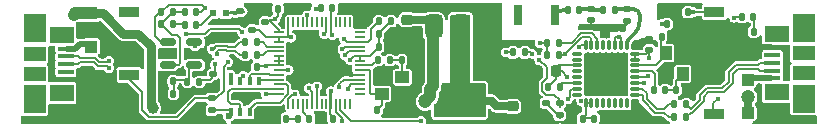
<source format=gbr>
%TF.GenerationSoftware,KiCad,Pcbnew,8.0.1*%
%TF.CreationDate,2024-08-20T12:32:33+02:00*%
%TF.ProjectId,ESP32_PICO_LED,45535033-325f-4504-9943-4f5f4c45442e,rev?*%
%TF.SameCoordinates,Original*%
%TF.FileFunction,Copper,L1,Top*%
%TF.FilePolarity,Positive*%
%FSLAX46Y46*%
G04 Gerber Fmt 4.6, Leading zero omitted, Abs format (unit mm)*
G04 Created by KiCad (PCBNEW 8.0.1) date 2024-08-20 12:32:33*
%MOMM*%
%LPD*%
G01*
G04 APERTURE LIST*
G04 Aperture macros list*
%AMRoundRect*
0 Rectangle with rounded corners*
0 $1 Rounding radius*
0 $2 $3 $4 $5 $6 $7 $8 $9 X,Y pos of 4 corners*
0 Add a 4 corners polygon primitive as box body*
4,1,4,$2,$3,$4,$5,$6,$7,$8,$9,$2,$3,0*
0 Add four circle primitives for the rounded corners*
1,1,$1+$1,$2,$3*
1,1,$1+$1,$4,$5*
1,1,$1+$1,$6,$7*
1,1,$1+$1,$8,$9*
0 Add four rect primitives between the rounded corners*
20,1,$1+$1,$2,$3,$4,$5,0*
20,1,$1+$1,$4,$5,$6,$7,0*
20,1,$1+$1,$6,$7,$8,$9,0*
20,1,$1+$1,$8,$9,$2,$3,0*%
G04 Aperture macros list end*
%TA.AperFunction,SMDPad,CuDef*%
%ADD10R,1.000000X1.150000*%
%TD*%
%TA.AperFunction,SMDPad,CuDef*%
%ADD11R,1.700000X0.900000*%
%TD*%
%TA.AperFunction,SMDPad,CuDef*%
%ADD12RoundRect,0.135000X-0.135000X-0.185000X0.135000X-0.185000X0.135000X0.185000X-0.135000X0.185000X0*%
%TD*%
%TA.AperFunction,SMDPad,CuDef*%
%ADD13RoundRect,0.147500X-0.147500X-0.172500X0.147500X-0.172500X0.147500X0.172500X-0.147500X0.172500X0*%
%TD*%
%TA.AperFunction,SMDPad,CuDef*%
%ADD14RoundRect,0.135000X0.135000X0.185000X-0.135000X0.185000X-0.135000X-0.185000X0.135000X-0.185000X0*%
%TD*%
%TA.AperFunction,SMDPad,CuDef*%
%ADD15RoundRect,0.147500X0.147500X0.172500X-0.147500X0.172500X-0.147500X-0.172500X0.147500X-0.172500X0*%
%TD*%
%TA.AperFunction,SMDPad,CuDef*%
%ADD16RoundRect,0.225000X0.225000X0.250000X-0.225000X0.250000X-0.225000X-0.250000X0.225000X-0.250000X0*%
%TD*%
%TA.AperFunction,SMDPad,CuDef*%
%ADD17RoundRect,0.250000X0.300000X-0.300000X0.300000X0.300000X-0.300000X0.300000X-0.300000X-0.300000X0*%
%TD*%
%TA.AperFunction,SMDPad,CuDef*%
%ADD18RoundRect,0.140000X0.140000X0.170000X-0.140000X0.170000X-0.140000X-0.170000X0.140000X-0.170000X0*%
%TD*%
%TA.AperFunction,SMDPad,CuDef*%
%ADD19RoundRect,0.135000X0.185000X-0.135000X0.185000X0.135000X-0.185000X0.135000X-0.185000X-0.135000X0*%
%TD*%
%TA.AperFunction,SMDPad,CuDef*%
%ADD20RoundRect,0.140000X-0.170000X0.140000X-0.170000X-0.140000X0.170000X-0.140000X0.170000X0.140000X0*%
%TD*%
%TA.AperFunction,SMDPad,CuDef*%
%ADD21RoundRect,0.140000X-0.140000X-0.170000X0.140000X-0.170000X0.140000X0.170000X-0.140000X0.170000X0*%
%TD*%
%TA.AperFunction,SMDPad,CuDef*%
%ADD22RoundRect,0.140000X0.170000X-0.140000X0.170000X0.140000X-0.170000X0.140000X-0.170000X-0.140000X0*%
%TD*%
%TA.AperFunction,SMDPad,CuDef*%
%ADD23R,0.400000X0.800000*%
%TD*%
%TA.AperFunction,SMDPad,CuDef*%
%ADD24R,0.800000X0.350000*%
%TD*%
%TA.AperFunction,SMDPad,CuDef*%
%ADD25R,0.600000X0.600000*%
%TD*%
%TA.AperFunction,SMDPad,CuDef*%
%ADD26RoundRect,0.033750X-0.101250X0.371250X-0.101250X-0.371250X0.101250X-0.371250X0.101250X0.371250X0*%
%TD*%
%TA.AperFunction,SMDPad,CuDef*%
%ADD27RoundRect,0.033750X-0.371250X0.101250X-0.371250X-0.101250X0.371250X-0.101250X0.371250X0.101250X0*%
%TD*%
%TA.AperFunction,ComponentPad*%
%ADD28C,0.500000*%
%TD*%
%TA.AperFunction,SMDPad,CuDef*%
%ADD29R,3.400000X3.400000*%
%TD*%
%TA.AperFunction,SMDPad,CuDef*%
%ADD30RoundRect,0.250000X-0.300000X0.300000X-0.300000X-0.300000X0.300000X-0.300000X0.300000X0.300000X0*%
%TD*%
%TA.AperFunction,SMDPad,CuDef*%
%ADD31R,1.150000X1.000000*%
%TD*%
%TA.AperFunction,SMDPad,CuDef*%
%ADD32R,1.380000X0.450000*%
%TD*%
%TA.AperFunction,SMDPad,CuDef*%
%ADD33R,1.900000X2.380000*%
%TD*%
%TA.AperFunction,SMDPad,CuDef*%
%ADD34R,2.100000X1.480000*%
%TD*%
%TA.AperFunction,SMDPad,CuDef*%
%ADD35R,1.900000X1.180000*%
%TD*%
%TA.AperFunction,SMDPad,CuDef*%
%ADD36RoundRect,0.225000X-0.250000X0.225000X-0.250000X-0.225000X0.250000X-0.225000X0.250000X0.225000X0*%
%TD*%
%TA.AperFunction,SMDPad,CuDef*%
%ADD37RoundRect,0.050000X0.050000X-0.387500X0.050000X0.387500X-0.050000X0.387500X-0.050000X-0.387500X0*%
%TD*%
%TA.AperFunction,SMDPad,CuDef*%
%ADD38RoundRect,0.050000X0.387500X-0.050000X0.387500X0.050000X-0.387500X0.050000X-0.387500X-0.050000X0*%
%TD*%
%TA.AperFunction,HeatsinkPad*%
%ADD39R,3.200000X3.200000*%
%TD*%
%TA.AperFunction,SMDPad,CuDef*%
%ADD40RoundRect,0.147500X0.172500X-0.147500X0.172500X0.147500X-0.172500X0.147500X-0.172500X-0.147500X0*%
%TD*%
%TA.AperFunction,SMDPad,CuDef*%
%ADD41RoundRect,0.135000X-0.185000X0.135000X-0.185000X-0.135000X0.185000X-0.135000X0.185000X0.135000X0*%
%TD*%
%TA.AperFunction,SMDPad,CuDef*%
%ADD42RoundRect,0.225000X0.250000X-0.225000X0.250000X0.225000X-0.250000X0.225000X-0.250000X-0.225000X0*%
%TD*%
%TA.AperFunction,SMDPad,CuDef*%
%ADD43RoundRect,0.150000X-0.512500X-0.150000X0.512500X-0.150000X0.512500X0.150000X-0.512500X0.150000X0*%
%TD*%
%TA.AperFunction,SMDPad,CuDef*%
%ADD44RoundRect,0.375000X-0.375000X0.625000X-0.375000X-0.625000X0.375000X-0.625000X0.375000X0.625000X0*%
%TD*%
%TA.AperFunction,SMDPad,CuDef*%
%ADD45RoundRect,0.500000X-1.400000X0.500000X-1.400000X-0.500000X1.400000X-0.500000X1.400000X0.500000X0*%
%TD*%
%TA.AperFunction,SMDPad,CuDef*%
%ADD46R,0.800000X1.660000*%
%TD*%
%TA.AperFunction,ViaPad*%
%ADD47C,0.450000*%
%TD*%
%TA.AperFunction,ViaPad*%
%ADD48C,1.200000*%
%TD*%
%TA.AperFunction,ViaPad*%
%ADD49C,1.000000*%
%TD*%
%TA.AperFunction,ViaPad*%
%ADD50C,0.600000*%
%TD*%
%TA.AperFunction,Conductor*%
%ADD51C,0.152400*%
%TD*%
%TA.AperFunction,Conductor*%
%ADD52C,0.500000*%
%TD*%
%TA.AperFunction,Conductor*%
%ADD53C,0.156464*%
%TD*%
%TA.AperFunction,Conductor*%
%ADD54C,0.177800*%
%TD*%
%TA.AperFunction,Conductor*%
%ADD55C,0.700000*%
%TD*%
%TA.AperFunction,Conductor*%
%ADD56C,0.127000*%
%TD*%
%TA.AperFunction,Conductor*%
%ADD57C,1.000000*%
%TD*%
%TA.AperFunction,Conductor*%
%ADD58C,0.800000*%
%TD*%
%TA.AperFunction,Conductor*%
%ADD59C,0.349250*%
%TD*%
%TA.AperFunction,Conductor*%
%ADD60C,0.211074*%
%TD*%
G04 APERTURE END LIST*
D10*
%TO.P,Y2,1,1*%
%TO.N,/esp32_wifi_section/XTAL_P*%
X161030000Y-80065000D03*
%TO.P,Y2,2,2*%
%TO.N,GND*%
X161030000Y-81815000D03*
%TO.P,Y2,3,3*%
%TO.N,Net-(C19-Pad2)*%
X162430000Y-81815000D03*
%TO.P,Y2,4,4*%
%TO.N,GND*%
X162430000Y-80065000D03*
%TD*%
D11*
%TO.P,SW1,1,1*%
%TO.N,Net-(U2-RUN)*%
X115550000Y-76600000D03*
%TO.P,SW1,2,2*%
%TO.N,GND*%
X115550000Y-80000000D03*
%TD*%
D12*
%TO.P,R2,1*%
%TO.N,/_RPI_USB_P*%
X125390000Y-80200000D03*
%TO.P,R2,2*%
%TO.N,RPI_USB_P*%
X126410000Y-80200000D03*
%TD*%
D13*
%TO.P,D2,1,K*%
%TO.N,Net-(D2-K)*%
X129850000Y-85600000D03*
%TO.P,D2,2,A*%
%TO.N,RPI_STATUS_LED*%
X130820000Y-85600000D03*
%TD*%
D14*
%TO.P,R3,1*%
%TO.N,+3.3V*%
X137710000Y-77350000D03*
%TO.P,R3,2*%
%TO.N,Net-(U2-RUN)*%
X136690000Y-77350000D03*
%TD*%
D15*
%TO.P,D4,1,K*%
%TO.N,Net-(D4-K)*%
X168385000Y-77000000D03*
%TO.P,D4,2,A*%
%TO.N,+3.3V*%
X167415000Y-77000000D03*
%TD*%
D16*
%TO.P,C17,1*%
%TO.N,+3.3V*%
X151675000Y-81600000D03*
%TO.P,C17,2*%
%TO.N,GND*%
X150125000Y-81600000D03*
%TD*%
D17*
%TO.P,D5,1,K*%
%TO.N,+5V*%
X167950000Y-85107500D03*
%TO.P,D5,2,A*%
%TO.N,Net-(D5-A)*%
X167950000Y-82307500D03*
%TD*%
D18*
%TO.P,C3,1*%
%TO.N,MIC_RAW_OUT*%
X121250000Y-77650000D03*
%TO.P,C3,2*%
%TO.N,Net-(C3-Pad2)*%
X120290000Y-77650000D03*
%TD*%
%TO.P,C19,1*%
%TO.N,GND*%
X162860000Y-83190000D03*
%TO.P,C19,2*%
%TO.N,Net-(C19-Pad2)*%
X161900000Y-83190000D03*
%TD*%
D12*
%TO.P,R4,1*%
%TO.N,Net-(U3--)*%
X120490000Y-82500000D03*
%TO.P,R4,2*%
%TO.N,+3.3V*%
X121510000Y-82500000D03*
%TD*%
D19*
%TO.P,R13,1*%
%TO.N,GND*%
X150850000Y-85310000D03*
%TO.P,R13,2*%
%TO.N,Net-(D3-K)*%
X150850000Y-84290000D03*
%TD*%
D12*
%TO.P,R5,1*%
%TO.N,Net-(U3-+)*%
X118250000Y-77600000D03*
%TO.P,R5,2*%
%TO.N,Net-(C3-Pad2)*%
X119270000Y-77600000D03*
%TD*%
%TO.P,R14,1*%
%TO.N,+3.3V*%
X150900000Y-80250000D03*
%TO.P,R14,2*%
%TO.N,Net-(U4-CHIP_EN)*%
X151920000Y-80250000D03*
%TD*%
D20*
%TO.P,C20,1*%
%TO.N,/esp32_wifi_section/LNA_IN*%
X157670000Y-76340000D03*
%TO.P,C20,2*%
%TO.N,GND*%
X157670000Y-77300000D03*
%TD*%
D12*
%TO.P,R1,1*%
%TO.N,GND*%
X127830000Y-85600000D03*
%TO.P,R1,2*%
%TO.N,Net-(D2-K)*%
X128850000Y-85600000D03*
%TD*%
D21*
%TO.P,C6,1*%
%TO.N,Net-(U2-ADC_AVDD)*%
X128170000Y-76300000D03*
%TO.P,C6,2*%
%TO.N,GND*%
X129130000Y-76300000D03*
%TD*%
D22*
%TO.P,C21,1*%
%TO.N,+3.3V*%
X159600000Y-79800000D03*
%TO.P,C21,2*%
%TO.N,GND*%
X159600000Y-78840000D03*
%TD*%
D18*
%TO.P,C22,1*%
%TO.N,Net-(U4-CHIP_EN)*%
X162860000Y-76600000D03*
%TO.P,C22,2*%
%TO.N,GND*%
X161900000Y-76600000D03*
%TD*%
D11*
%TO.P,SW3,1,1*%
%TO.N,GND*%
X165050000Y-81800000D03*
%TO.P,SW3,2,2*%
%TO.N,/esp32_wifi_section/IO9*%
X165050000Y-85200000D03*
%TD*%
D21*
%TO.P,C9,1*%
%TO.N,+3.3V*%
X136690000Y-79500000D03*
%TO.P,C9,2*%
%TO.N,GND*%
X137650000Y-79500000D03*
%TD*%
D23*
%TO.P,U1,1,~{CS}*%
%TO.N,QSPI_SS*%
X124150000Y-85045000D03*
%TO.P,U1,2,DO(IO1)*%
%TO.N,QSPI_SP1*%
X124950000Y-85045000D03*
%TO.P,U1,3,IO2*%
%TO.N,QSPI_SD2*%
X125750000Y-85045000D03*
%TO.P,U1,4,GND*%
%TO.N,GND*%
X126550000Y-85045000D03*
%TO.P,U1,5,DI(IO0)*%
%TO.N,QSPI_SP0*%
X126550000Y-82445000D03*
%TO.P,U1,6,CLK*%
%TO.N,QSPI_CLK*%
X125750000Y-82445000D03*
%TO.P,U1,7,IO3*%
%TO.N,QSPI_SD3*%
X124950000Y-82445000D03*
%TO.P,U1,8,VCC*%
%TO.N,+3.3V*%
X124150000Y-82445000D03*
D24*
%TO.P,U1,9,EP1*%
%TO.N,GND*%
X124550000Y-83745000D03*
%TO.P,U1,10,EP2*%
X126150000Y-83745000D03*
%TD*%
D21*
%TO.P,C2,1*%
%TO.N,Net-(U3-+)*%
X120300000Y-76600000D03*
%TO.P,C2,2*%
%TO.N,MIC_ADC*%
X121260000Y-76600000D03*
%TD*%
D25*
%TO.P,MIC1,1,OUT*%
%TO.N,MIC_RAW_OUT*%
X122670000Y-76640000D03*
%TO.P,MIC1,2,GND*%
%TO.N,GND*%
X122670000Y-78620000D03*
%TO.P,MIC1,3,GND*%
X123730000Y-78620000D03*
%TO.P,MIC1,4,VDD*%
%TO.N,+3.3V*%
X123730000Y-76640000D03*
%TD*%
D18*
%TO.P,C24,1*%
%TO.N,GND*%
X161610000Y-78650000D03*
%TO.P,C24,2*%
%TO.N,/esp32_wifi_section/XTAL_P*%
X160650000Y-78650000D03*
%TD*%
D26*
%TO.P,U4,1,LNA_IN*%
%TO.N,/esp32_wifi_section/LNA_IN*%
X157700000Y-79400000D03*
%TO.P,U4,2,VDD3P3*%
%TO.N,+3.3V*%
X157200000Y-79400000D03*
%TO.P,U4,3,VDD3P3*%
X156700000Y-79400000D03*
%TO.P,U4,4,XTAL_32K_P*%
%TO.N,unconnected-(U4-XTAL_32K_P-Pad4)*%
X156200000Y-79400000D03*
%TO.P,U4,5,XTAL_32K_N*%
%TO.N,unconnected-(U4-XTAL_32K_N-Pad5)*%
X155700000Y-79400000D03*
%TO.P,U4,6,GPIO2*%
%TO.N,/esp32_wifi_section/IO2*%
X155200000Y-79400000D03*
%TO.P,U4,7,CHIP_EN*%
%TO.N,Net-(U4-CHIP_EN)*%
X154700000Y-79400000D03*
%TO.P,U4,8,GPIO3*%
%TO.N,ESP_STATUS_LED*%
X154200000Y-79400000D03*
D27*
%TO.P,U4,9,MTMS*%
%TO.N,unconnected-(U4-MTMS-Pad9)*%
X153500000Y-80100000D03*
%TO.P,U4,10,MTDI*%
%TO.N,unconnected-(U4-MTDI-Pad10)*%
X153500000Y-80600000D03*
%TO.P,U4,11,VDD3P3_RTC*%
%TO.N,+3.3V*%
X153500000Y-81100000D03*
%TO.P,U4,12,MTCK*%
%TO.N,unconnected-(U4-MTCK-Pad12)*%
X153500000Y-81600000D03*
%TO.P,U4,13,MTDO*%
%TO.N,unconnected-(U4-MTDO-Pad13)*%
X153500000Y-82100000D03*
%TO.P,U4,14,GPIO8*%
%TO.N,/esp32_wifi_section/IO8*%
X153500000Y-82600000D03*
%TO.P,U4,15,GPIO9*%
%TO.N,/esp32_wifi_section/IO9*%
X153500000Y-83100000D03*
%TO.P,U4,16,GPIO10*%
%TO.N,/esp32_wifi_section/IO10*%
X153500000Y-83600000D03*
D26*
%TO.P,U4,17,VDD3P3_CPU*%
%TO.N,+3.3V*%
X154200000Y-84300000D03*
%TO.P,U4,18,VDD_SPI*%
X154700000Y-84300000D03*
%TO.P,U4,19,SPIHD*%
%TO.N,unconnected-(U4-SPIHD-Pad19)*%
X155200000Y-84300000D03*
%TO.P,U4,20,SPIWP*%
%TO.N,unconnected-(U4-SPIWP-Pad20)*%
X155700000Y-84300000D03*
%TO.P,U4,21,SPICS0*%
%TO.N,unconnected-(U4-SPICS0-Pad21)*%
X156200000Y-84300000D03*
%TO.P,U4,22,SPICLK*%
%TO.N,unconnected-(U4-SPICLK-Pad22)*%
X156700000Y-84300000D03*
%TO.P,U4,23,SPID*%
%TO.N,unconnected-(U4-SPID-Pad23)*%
X157200000Y-84300000D03*
%TO.P,U4,24,SPIQ*%
%TO.N,unconnected-(U4-SPIQ-Pad24)*%
X157700000Y-84300000D03*
D27*
%TO.P,U4,25,GPIO18*%
%TO.N,/esp32_wifi_section/USB_D+*%
X158400000Y-83600000D03*
%TO.P,U4,26,GPIO19*%
%TO.N,/esp32_wifi_section/USB_D-*%
X158400000Y-83100000D03*
%TO.P,U4,27,U0RXD*%
%TO.N,/UART1_TX*%
X158400000Y-82600000D03*
%TO.P,U4,28,U0TXD*%
%TO.N,Net-(U4-U0TXD)*%
X158400000Y-82100000D03*
%TO.P,U4,29,XTAL_N*%
%TO.N,/esp32_wifi_section/XTAL_N*%
X158400000Y-81600000D03*
%TO.P,U4,30,XTAL_P*%
%TO.N,/esp32_wifi_section/XTAL_P*%
X158400000Y-81100000D03*
%TO.P,U4,31,VDDA*%
%TO.N,+3.3V*%
X158400000Y-80600000D03*
%TO.P,U4,32,VDDA*%
X158400000Y-80100000D03*
D28*
%TO.P,U4,33,GND*%
%TO.N,GND*%
X155950000Y-81150000D03*
X156650000Y-81850000D03*
D29*
X155950000Y-81850000D03*
D28*
X155250000Y-81850000D03*
X155950000Y-82550000D03*
%TD*%
D30*
%TO.P,D1,1,K*%
%TO.N,+5V*%
X112350000Y-76700000D03*
%TO.P,D1,2,A*%
%TO.N,Net-(D1-A)*%
X112350000Y-79500000D03*
%TD*%
D21*
%TO.P,C7,1*%
%TO.N,XIN*%
X136540000Y-84900000D03*
%TO.P,C7,2*%
%TO.N,GND*%
X137500000Y-84900000D03*
%TD*%
D31*
%TO.P,Y1,1,1*%
%TO.N,XIN*%
X136950000Y-83500000D03*
%TO.P,Y1,2,2*%
%TO.N,GND*%
X138700000Y-83500000D03*
%TO.P,Y1,3,3*%
%TO.N,Net-(C13-Pad1)*%
X138700000Y-82100000D03*
%TO.P,Y1,4,4*%
%TO.N,GND*%
X136950000Y-82100000D03*
%TD*%
D32*
%TO.P,USB2,1,VBUS*%
%TO.N,Net-(D5-A)*%
X170020000Y-82180000D03*
%TO.P,USB2,2,D-*%
%TO.N,/esp32_wifi_section/_USB_D+*%
X170020000Y-81530000D03*
%TO.P,USB2,3,D+*%
%TO.N,/esp32_wifi_section/_USB_D-*%
X170020000Y-80880000D03*
%TO.P,USB2,4,ID*%
%TO.N,unconnected-(USB2-ID-Pad4)*%
X170020000Y-80230000D03*
%TO.P,USB2,5,GND*%
%TO.N,GND*%
X170020000Y-79580000D03*
D33*
%TO.P,USB2,6*%
%TO.N,unconnected-(USB2-Pad6)*%
X172680000Y-83910000D03*
D34*
%TO.N,unconnected-(USB2-Pad6)_2*%
X170380000Y-83340000D03*
D35*
%TO.N,unconnected-(USB2-Pad6)_3*%
X172680000Y-81720000D03*
%TO.N,unconnected-(USB2-Pad6)_0*%
X172680000Y-80040000D03*
D34*
%TO.N,unconnected-(USB2-Pad6)_4*%
X170380000Y-78420000D03*
D33*
%TO.N,unconnected-(USB2-Pad6)_1*%
X172680000Y-77890000D03*
%TD*%
D18*
%TO.P,C4,1*%
%TO.N,+3.3V*%
X126380000Y-81250000D03*
%TO.P,C4,2*%
%TO.N,GND*%
X125420000Y-81250000D03*
%TD*%
D12*
%TO.P,R16,1*%
%TO.N,/UART1_RX*%
X148040000Y-80000000D03*
%TO.P,R16,2*%
%TO.N,Net-(U4-U0TXD)*%
X149060000Y-80000000D03*
%TD*%
D32*
%TO.P,USB1,1,VBUS*%
%TO.N,Net-(D1-A)*%
X110210000Y-79690000D03*
%TO.P,USB1,2,D-*%
%TO.N,/_RPI_USB_N*%
X110210000Y-80340000D03*
%TO.P,USB1,3,D+*%
%TO.N,/_RPI_USB_P*%
X110210000Y-80990000D03*
%TO.P,USB1,4,ID*%
%TO.N,unconnected-(USB1-ID-Pad4)*%
X110210000Y-81640000D03*
%TO.P,USB1,5,GND*%
%TO.N,GND*%
X110210000Y-82290000D03*
D33*
%TO.P,USB1,6*%
%TO.N,unconnected-(USB1-Pad6)*%
X107550000Y-77960000D03*
D34*
%TO.N,unconnected-(USB1-Pad6)_4*%
X109850000Y-78530000D03*
D35*
%TO.N,unconnected-(USB1-Pad6)_2*%
X107550000Y-80150000D03*
%TO.N,unconnected-(USB1-Pad6)_0*%
X107550000Y-81830000D03*
D34*
%TO.N,unconnected-(USB1-Pad6)_1*%
X109850000Y-83450000D03*
D33*
%TO.N,unconnected-(USB1-Pad6)_3*%
X107550000Y-83980000D03*
%TD*%
D14*
%TO.P,R17,1*%
%TO.N,/esp32_wifi_section/_USB_D+*%
X162740000Y-85460000D03*
%TO.P,R17,2*%
%TO.N,/esp32_wifi_section/USB_D+*%
X161720000Y-85460000D03*
%TD*%
D36*
%TO.P,C8,1*%
%TO.N,+5V*%
X139050000Y-77225000D03*
%TO.P,C8,2*%
%TO.N,GND*%
X139050000Y-78775000D03*
%TD*%
D22*
%TO.P,C5,1*%
%TO.N,+3.3V*%
X125950000Y-78080000D03*
%TO.P,C5,2*%
%TO.N,GND*%
X125950000Y-77120000D03*
%TD*%
D15*
%TO.P,L3,1*%
%TO.N,Net-(C26-Pad1)*%
X153655000Y-76400000D03*
%TO.P,L3,2*%
%TO.N,Net-(AE1-A)*%
X152685000Y-76400000D03*
%TD*%
D21*
%TO.P,C1,1*%
%TO.N,+3.3V*%
X136690000Y-78450000D03*
%TO.P,C1,2*%
%TO.N,GND*%
X137650000Y-78450000D03*
%TD*%
D37*
%TO.P,U2,1,IOVDD*%
%TO.N,+3.3V*%
X129050000Y-84337500D03*
%TO.P,U2,2,GPIO0*%
%TO.N,unconnected-(U2-GPIO0-Pad2)*%
X129450000Y-84337500D03*
%TO.P,U2,3,GPIO1*%
%TO.N,unconnected-(U2-GPIO1-Pad3)*%
X129850000Y-84337500D03*
%TO.P,U2,4,GPIO2*%
%TO.N,RPI_STATUS_LED*%
X130250000Y-84337500D03*
%TO.P,U2,5,GPIO3*%
%TO.N,unconnected-(U2-GPIO3-Pad5)*%
X130650000Y-84337500D03*
%TO.P,U2,6,GPIO4*%
%TO.N,/UART1_TX*%
X131050000Y-84337500D03*
%TO.P,U2,7,GPIO5*%
%TO.N,/UART1_RX*%
X131450000Y-84337500D03*
%TO.P,U2,8,GPIO6*%
%TO.N,unconnected-(U2-GPIO6-Pad8)*%
X131850000Y-84337500D03*
%TO.P,U2,9,GPIO7*%
%TO.N,unconnected-(U2-GPIO7-Pad9)*%
X132250000Y-84337500D03*
%TO.P,U2,10,IOVDD*%
%TO.N,+3.3V*%
X132650000Y-84337500D03*
%TO.P,U2,11,GPIO8*%
%TO.N,LED_OUT_3*%
X133050000Y-84337500D03*
%TO.P,U2,12,GPIO9*%
%TO.N,LED_OUT_4*%
X133450000Y-84337500D03*
%TO.P,U2,13,GPIO10*%
%TO.N,unconnected-(U2-GPIO10-Pad13)*%
X133850000Y-84337500D03*
%TO.P,U2,14,GPIO11*%
%TO.N,unconnected-(U2-GPIO11-Pad14)*%
X134250000Y-84337500D03*
D38*
%TO.P,U2,15,GPIO12*%
%TO.N,unconnected-(U2-GPIO12-Pad15)*%
X135087500Y-83500000D03*
%TO.P,U2,16,GPIO13*%
%TO.N,unconnected-(U2-GPIO13-Pad16)*%
X135087500Y-83100000D03*
%TO.P,U2,17,GPIO14*%
%TO.N,LED_OUT_1*%
X135087500Y-82700000D03*
%TO.P,U2,18,GPIO15*%
%TO.N,LED_OUT_2*%
X135087500Y-82300000D03*
%TO.P,U2,19,TESTEN*%
%TO.N,GND*%
X135087500Y-81900000D03*
%TO.P,U2,20,XIN*%
%TO.N,XIN*%
X135087500Y-81500000D03*
%TO.P,U2,21,XOUT*%
%TO.N,XOUT*%
X135087500Y-81100000D03*
%TO.P,U2,22,IOVDD*%
%TO.N,+3.3V*%
X135087500Y-80700000D03*
%TO.P,U2,23,DVDD*%
X135087500Y-80300000D03*
%TO.P,U2,24,SWCLK*%
%TO.N,SWCLK*%
X135087500Y-79900000D03*
%TO.P,U2,25,SWD*%
%TO.N,SWDIO*%
X135087500Y-79500000D03*
%TO.P,U2,26,RUN*%
%TO.N,Net-(U2-RUN)*%
X135087500Y-79100000D03*
%TO.P,U2,27,GPIO16*%
%TO.N,unconnected-(U2-GPIO16-Pad27)*%
X135087500Y-78700000D03*
%TO.P,U2,28,GPIO17*%
%TO.N,unconnected-(U2-GPIO17-Pad28)*%
X135087500Y-78300000D03*
D37*
%TO.P,U2,29,GPIO18*%
%TO.N,unconnected-(U2-GPIO18-Pad29)*%
X134250000Y-77462500D03*
%TO.P,U2,30,GPIO19*%
%TO.N,unconnected-(U2-GPIO19-Pad30)*%
X133850000Y-77462500D03*
%TO.P,U2,31,GPIO20*%
%TO.N,unconnected-(U2-GPIO20-Pad31)*%
X133450000Y-77462500D03*
%TO.P,U2,32,GPIO21*%
%TO.N,unconnected-(U2-GPIO21-Pad32)*%
X133050000Y-77462500D03*
%TO.P,U2,33,IOVDD*%
%TO.N,+3.3V*%
X132650000Y-77462500D03*
%TO.P,U2,34,GPIO22*%
%TO.N,BUTTON*%
X132250000Y-77462500D03*
%TO.P,U2,35,GPIO23*%
%TO.N,unconnected-(U2-GPIO23-Pad35)*%
X131850000Y-77462500D03*
%TO.P,U2,36,GPIO24*%
%TO.N,unconnected-(U2-GPIO24-Pad36)*%
X131450000Y-77462500D03*
%TO.P,U2,37,GPIO25*%
%TO.N,unconnected-(U2-GPIO25-Pad37)*%
X131050000Y-77462500D03*
%TO.P,U2,38,GPIO26_ADC0*%
%TO.N,MIC_ADC*%
X130650000Y-77462500D03*
%TO.P,U2,39,GPIO27_ADC1*%
%TO.N,unconnected-(U2-GPIO27_ADC1-Pad39)*%
X130250000Y-77462500D03*
%TO.P,U2,40,GPIO28_ADC2*%
%TO.N,unconnected-(U2-GPIO28_ADC2-Pad40)*%
X129850000Y-77462500D03*
%TO.P,U2,41,GPIO29_ADC3*%
%TO.N,unconnected-(U2-GPIO29_ADC3-Pad41)*%
X129450000Y-77462500D03*
%TO.P,U2,42,IOVDD*%
%TO.N,+3.3V*%
X129050000Y-77462500D03*
D38*
%TO.P,U2,43,ADC_AVDD*%
%TO.N,Net-(U2-ADC_AVDD)*%
X128212500Y-78300000D03*
%TO.P,U2,44,VREG_IN*%
%TO.N,+3.3V*%
X128212500Y-78700000D03*
%TO.P,U2,45,VREG_VOUT*%
X128212500Y-79100000D03*
%TO.P,U2,46,USB_DM*%
%TO.N,RPI_USB_N*%
X128212500Y-79500000D03*
%TO.P,U2,47,USB_DP*%
%TO.N,RPI_USB_P*%
X128212500Y-79900000D03*
%TO.P,U2,48,USB_VDD*%
%TO.N,+3.3V*%
X128212500Y-80300000D03*
%TO.P,U2,49,IOVDD*%
X128212500Y-80700000D03*
%TO.P,U2,50,DVDD*%
X128212500Y-81100000D03*
%TO.P,U2,51,QSPI_SD3*%
%TO.N,QSPI_SD3*%
X128212500Y-81500000D03*
%TO.P,U2,52,QSPI_SCLK*%
%TO.N,QSPI_CLK*%
X128212500Y-81900000D03*
%TO.P,U2,53,QSPI_SD0*%
%TO.N,QSPI_SP0*%
X128212500Y-82300000D03*
%TO.P,U2,54,QSPI_SD2*%
%TO.N,QSPI_SD2*%
X128212500Y-82700000D03*
%TO.P,U2,55,QSPI_SD1*%
%TO.N,QSPI_SP1*%
X128212500Y-83100000D03*
%TO.P,U2,56,QSPI_SS*%
%TO.N,QSPI_SS*%
X128212500Y-83500000D03*
D39*
%TO.P,U2,57,GND*%
%TO.N,GND*%
X131650000Y-80900000D03*
%TD*%
D15*
%TO.P,L1,1*%
%TO.N,/esp32_wifi_section/LNA_IN*%
X156655000Y-76400000D03*
%TO.P,L1,2*%
%TO.N,Net-(C26-Pad1)*%
X155685000Y-76400000D03*
%TD*%
D18*
%TO.P,C16,1*%
%TO.N,+3.3V*%
X153950000Y-85600000D03*
%TO.P,C16,2*%
%TO.N,GND*%
X152990000Y-85600000D03*
%TD*%
D40*
%TO.P,D3,1,K*%
%TO.N,Net-(D3-K)*%
X152000000Y-85285000D03*
%TO.P,D3,2,A*%
%TO.N,ESP_STATUS_LED*%
X152000000Y-84315000D03*
%TD*%
D18*
%TO.P,C10,1*%
%TO.N,Net-(U3--)*%
X119280000Y-82450000D03*
%TO.P,C10,2*%
%TO.N,GND*%
X118320000Y-82450000D03*
%TD*%
D21*
%TO.P,C18,1*%
%TO.N,+3.3V*%
X154920000Y-85600000D03*
%TO.P,C18,2*%
%TO.N,GND*%
X155880000Y-85600000D03*
%TD*%
D12*
%TO.P,R6,1*%
%TO.N,/_RPI_USB_N*%
X125390000Y-79150000D03*
%TO.P,R6,2*%
%TO.N,RPI_USB_N*%
X126410000Y-79150000D03*
%TD*%
%TO.P,R11,1*%
%TO.N,+3.3V*%
X150980000Y-82900000D03*
%TO.P,R11,2*%
%TO.N,/esp32_wifi_section/IO8*%
X152000000Y-82900000D03*
%TD*%
%TO.P,R12,1*%
%TO.N,+3.3V*%
X150900000Y-79170000D03*
%TO.P,R12,2*%
%TO.N,/esp32_wifi_section/IO2*%
X151920000Y-79170000D03*
%TD*%
D14*
%TO.P,R7,1*%
%TO.N,Net-(C13-Pad1)*%
X137610000Y-80650000D03*
%TO.P,R7,2*%
%TO.N,XOUT*%
X136590000Y-80650000D03*
%TD*%
D12*
%TO.P,R8,1*%
%TO.N,MIC_ADC*%
X118240000Y-76550000D03*
%TO.P,R8,2*%
%TO.N,Net-(U3-+)*%
X119260000Y-76550000D03*
%TD*%
D14*
%TO.P,R15,1*%
%TO.N,/esp32_wifi_section/_USB_D-*%
X162740000Y-84400000D03*
%TO.P,R15,2*%
%TO.N,/esp32_wifi_section/USB_D-*%
X161720000Y-84400000D03*
%TD*%
D20*
%TO.P,C26,1*%
%TO.N,Net-(C26-Pad1)*%
X154670000Y-76320000D03*
%TO.P,C26,2*%
%TO.N,GND*%
X154670000Y-77280000D03*
%TD*%
D12*
%TO.P,R18,1*%
%TO.N,GND*%
X167430000Y-78250000D03*
%TO.P,R18,2*%
%TO.N,Net-(D4-K)*%
X168450000Y-78250000D03*
%TD*%
D22*
%TO.P,C11,1*%
%TO.N,Net-(U2-ADC_AVDD)*%
X127050000Y-77380000D03*
%TO.P,C11,2*%
%TO.N,GND*%
X127050000Y-76420000D03*
%TD*%
D41*
%TO.P,R10,1*%
%TO.N,BUTTON*%
X122550000Y-83880000D03*
%TO.P,R10,2*%
%TO.N,QSPI_SS*%
X122550000Y-84900000D03*
%TD*%
D18*
%TO.P,C12,1*%
%TO.N,+3.3V*%
X132830000Y-85600000D03*
%TO.P,C12,2*%
%TO.N,GND*%
X131870000Y-85600000D03*
%TD*%
D42*
%TO.P,C23,1*%
%TO.N,+3.3V*%
X148050000Y-84575000D03*
%TO.P,C23,2*%
%TO.N,GND*%
X148050000Y-83025000D03*
%TD*%
D21*
%TO.P,C13,1*%
%TO.N,Net-(C13-Pad1)*%
X138620000Y-80650000D03*
%TO.P,C13,2*%
%TO.N,GND*%
X139580000Y-80650000D03*
%TD*%
%TO.P,C25,1*%
%TO.N,+3.3V*%
X161130000Y-77590000D03*
%TO.P,C25,2*%
%TO.N,GND*%
X162090000Y-77590000D03*
%TD*%
D43*
%TO.P,U3,1*%
%TO.N,MIC_ADC*%
X118812500Y-79150000D03*
%TO.P,U3,2,V-*%
%TO.N,GND*%
X118812500Y-80100000D03*
%TO.P,U3,3,+*%
%TO.N,Net-(U3-+)*%
X118812500Y-81050000D03*
%TO.P,U3,4,-*%
%TO.N,Net-(U3--)*%
X121087500Y-81050000D03*
%TO.P,U3,5,V+*%
%TO.N,+3.3V*%
X121087500Y-79150000D03*
%TD*%
D12*
%TO.P,R9,1*%
%TO.N,GND*%
X118290000Y-83500000D03*
%TO.P,R9,2*%
%TO.N,Net-(U3--)*%
X119310000Y-83500000D03*
%TD*%
D15*
%TO.P,L2,1*%
%TO.N,Net-(C19-Pad2)*%
X160945000Y-83180000D03*
%TO.P,L2,2*%
%TO.N,/esp32_wifi_section/XTAL_N*%
X159975000Y-83180000D03*
%TD*%
%TO.P,FB1,1*%
%TO.N,+3.3V*%
X132765000Y-76240000D03*
%TO.P,FB1,2*%
%TO.N,Net-(U2-ADC_AVDD)*%
X131795000Y-76240000D03*
%TD*%
D44*
%TO.P,U5,1,GND*%
%TO.N,GND*%
X145950000Y-77800000D03*
%TO.P,U5,2,VO*%
%TO.N,+3.3V*%
X143650000Y-77800000D03*
D45*
X143650000Y-84100000D03*
D44*
%TO.P,U5,3,VI*%
%TO.N,+5V*%
X141350000Y-77800000D03*
%TD*%
D20*
%TO.P,C14,1*%
%TO.N,+3.3V*%
X124950000Y-76496250D03*
%TO.P,C14,2*%
%TO.N,GND*%
X124950000Y-77456250D03*
%TD*%
D11*
%TO.P,SW4,1,1*%
%TO.N,Net-(U4-CHIP_EN)*%
X165100000Y-76600000D03*
%TO.P,SW4,2,2*%
%TO.N,GND*%
X165100000Y-80000000D03*
%TD*%
D46*
%TO.P,AE1,1,A*%
%TO.N,Net-(AE1-A)*%
X151600000Y-76800000D03*
%TO.P,AE1,2,Shield*%
%TO.N,unconnected-(AE1-Shield-Pad2)*%
X148500000Y-76800000D03*
%TD*%
D20*
%TO.P,C15,1*%
%TO.N,+3.3V*%
X122650000Y-81840000D03*
%TO.P,C15,2*%
%TO.N,GND*%
X122650000Y-82800000D03*
%TD*%
D11*
%TO.P,SW2,1,1*%
%TO.N,BUTTON*%
X115550000Y-81900000D03*
%TO.P,SW2,2,2*%
%TO.N,GND*%
X115550000Y-85300000D03*
%TD*%
D47*
%TO.N,GND*%
X149632784Y-82777216D03*
X111390000Y-82430000D03*
X126250000Y-76100000D03*
X123450006Y-78620000D03*
X118812514Y-79900000D03*
X139050000Y-78775006D03*
X154000000Y-77900000D03*
X139925000Y-80575000D03*
X125150357Y-83600357D03*
X162150000Y-78680000D03*
X162620000Y-77589988D03*
X168980000Y-79540000D03*
X137650028Y-79499986D03*
X112320000Y-82850000D03*
X153250000Y-84500000D03*
X157376074Y-77847103D03*
X134338783Y-81871800D03*
X167731499Y-79187500D03*
X156800000Y-77900002D03*
X170500000Y-84700000D03*
X115290010Y-85350000D03*
X115299986Y-80000000D03*
X146340000Y-78580000D03*
X126450000Y-85700000D03*
X163450000Y-79900000D03*
X158550000Y-84500000D03*
X125050004Y-81400000D03*
X122850000Y-82800000D03*
X129850000Y-76100000D03*
X158650000Y-79100000D03*
X155450000Y-77900000D03*
X154700000Y-77900000D03*
X149450000Y-84600000D03*
X111890000Y-82500000D03*
X168230000Y-79430000D03*
X149250000Y-81828200D03*
X161450000Y-76600000D03*
X124904185Y-77371800D03*
X156150002Y-77900002D03*
X131870001Y-85848000D03*
X146310000Y-77660000D03*
X146250000Y-81400000D03*
X146850000Y-82800000D03*
X164150000Y-78200000D03*
%TO.N,+3.3V*%
X157035947Y-78650000D03*
X132762216Y-78517784D03*
X143098270Y-81257298D03*
X143550000Y-81500000D03*
X124550026Y-76640900D03*
X153850000Y-84100000D03*
X121137500Y-79447498D03*
X122850000Y-81000000D03*
X143565791Y-79713000D03*
X134269417Y-80620000D03*
X144050000Y-79400000D03*
X143550000Y-78900000D03*
X152626167Y-82048200D03*
X129562468Y-83552735D03*
X129250468Y-78728200D03*
X132650002Y-83300000D03*
X127180000Y-81128200D03*
X124150000Y-81900000D03*
X166800000Y-77050000D03*
X144050422Y-81207600D03*
X159570000Y-80470000D03*
X150350000Y-79200000D03*
X142950000Y-79400000D03*
X160650000Y-77590000D03*
X143250000Y-82000000D03*
X146650000Y-84500000D03*
%TO.N,Net-(U2-ADC_AVDD)*%
X131350000Y-76300000D03*
X127935639Y-77172040D03*
D48*
%TO.N,+5V*%
X167950000Y-83800000D03*
D49*
X110850000Y-76800000D03*
D48*
X140625001Y-84150000D03*
D49*
X117550000Y-84700000D03*
D47*
%TO.N,Net-(U4-CHIP_EN)*%
X163310000Y-76600000D03*
X152490000Y-80090000D03*
%TO.N,ESP_STATUS_LED*%
X153647784Y-79537784D03*
X150300000Y-80671800D03*
%TO.N,SWCLK*%
X133820000Y-80250000D03*
%TO.N,SWDIO*%
X133602002Y-79716297D03*
%TO.N,Net-(U2-RUN)*%
X115549972Y-76600000D03*
X120350000Y-78400000D03*
X133749994Y-78836366D03*
X125150000Y-78302777D03*
%TO.N,Net-(U4-U0TXD)*%
X149650000Y-80100000D03*
X159486800Y-82028200D03*
%TO.N,/esp32_wifi_section/IO9*%
X165389786Y-83928200D03*
X152743000Y-83928200D03*
D50*
%TO.N,QSPI_SS*%
X123977442Y-85396800D03*
D47*
X127150000Y-83540900D03*
%TO.N,BUTTON*%
X132070000Y-78410000D03*
X123950000Y-80800010D03*
%TO.N,QSPI_SD3*%
X125204649Y-81976898D03*
X129050000Y-81500000D03*
%TO.N,/UART1_RX*%
X147450000Y-79992400D03*
X131476735Y-82867698D03*
%TO.N,/UART1_TX*%
X159160657Y-82600004D03*
X130780000Y-83040000D03*
%TO.N,MIC_ADC*%
X130649997Y-76864103D03*
X121950000Y-76200000D03*
%TO.N,LED_OUT_1*%
X134050000Y-83100000D03*
%TO.N,LED_OUT_3*%
X133550000Y-85800000D03*
%TO.N,LED_OUT_2*%
X133350000Y-82900000D03*
%TO.N,LED_OUT_4*%
X140257924Y-85816946D03*
%TO.N,/_RPI_USB_P*%
X122958491Y-80108491D03*
X113850000Y-81294850D03*
%TO.N,/_RPI_USB_N*%
X113858207Y-80697490D03*
X122541509Y-79691509D03*
%TD*%
D51*
%TO.N,GND*%
X115290000Y-85350000D02*
X115290010Y-85350000D01*
D52*
X111400000Y-82440000D02*
X111910000Y-82440000D01*
D51*
X126150000Y-83745000D02*
X125295000Y-83745000D01*
X139580000Y-80650000D02*
X139850000Y-80650000D01*
D52*
X111910000Y-82440000D02*
X111890000Y-82420000D01*
D51*
X153020000Y-85745000D02*
X153020000Y-85550000D01*
D53*
X157670000Y-77553177D02*
X157670000Y-77300000D01*
D54*
X162350000Y-80495000D02*
X160950000Y-81895000D01*
D51*
X151002110Y-85877100D02*
X150900000Y-85774990D01*
D53*
X156150002Y-77900002D02*
X156800000Y-77900002D01*
D51*
X159600000Y-78840000D02*
X158910000Y-78840000D01*
D52*
X167957500Y-79187500D02*
X167731499Y-79187500D01*
X169000000Y-79560000D02*
X168980000Y-79540000D01*
D51*
X127830000Y-85600000D02*
X126550000Y-85600000D01*
X150250000Y-84275000D02*
X149600000Y-83625000D01*
X137500000Y-84900000D02*
X138700000Y-83700000D01*
X139400000Y-78775000D02*
X139050006Y-78775000D01*
D52*
X168230000Y-79430000D02*
X168200000Y-79430000D01*
X111970000Y-82500000D02*
X112320000Y-82850000D01*
X111380000Y-82440000D02*
X111390000Y-82430000D01*
D51*
X165000000Y-80100000D02*
X165100000Y-80000000D01*
X126350000Y-77020000D02*
X125736250Y-77020000D01*
D53*
X157376074Y-77847103D02*
X157670000Y-77553177D01*
D51*
X156345000Y-85550000D02*
X156570000Y-85775000D01*
X129130000Y-76300000D02*
X129650000Y-76300000D01*
X162619988Y-77590000D02*
X162620000Y-77589988D01*
X139850000Y-80650000D02*
X139925000Y-80575000D01*
D54*
X136950000Y-82100000D02*
X137300000Y-82100000D01*
D52*
X111390000Y-82430000D02*
X111400000Y-82440000D01*
D54*
X162350000Y-80325000D02*
X162350000Y-80495000D01*
D51*
X122960000Y-78620000D02*
X124020000Y-78620000D01*
X138700000Y-83700000D02*
X138700000Y-83500000D01*
D52*
X169940000Y-79560000D02*
X169000000Y-79560000D01*
D53*
X157376074Y-77847103D02*
X156852899Y-77847103D01*
D51*
X150125000Y-81600000D02*
X149478200Y-81600000D01*
D52*
X168200000Y-79430000D02*
X167957500Y-79187500D01*
D51*
X161900000Y-76600000D02*
X161450000Y-76600000D01*
X125420000Y-81200000D02*
X125250004Y-81200000D01*
X137650000Y-79500000D02*
X137650014Y-79500000D01*
X150900000Y-85774990D02*
X150900000Y-85610000D01*
X129650000Y-76300000D02*
X129850000Y-76100000D01*
D53*
X155450000Y-77900000D02*
X156150000Y-77900000D01*
D51*
X122960000Y-78620000D02*
X123450006Y-78620000D01*
D54*
X160950000Y-81895000D02*
X160950000Y-82075000D01*
D51*
X118862500Y-79956250D02*
X118812514Y-79906264D01*
X126450000Y-85145000D02*
X126550000Y-85045000D01*
X118812514Y-79906264D02*
X118812514Y-79900000D01*
X153050000Y-85775000D02*
X153020000Y-85745000D01*
D52*
X168960000Y-79560000D02*
X168330000Y-79560000D01*
X111890000Y-82420000D02*
X111890000Y-82500000D01*
D51*
X149600000Y-82810000D02*
X149632784Y-82777216D01*
D53*
X154000000Y-77900000D02*
X154700000Y-77900000D01*
D51*
X124988635Y-77456250D02*
X124904185Y-77371800D01*
X161620000Y-78680000D02*
X162150000Y-78680000D01*
X149478200Y-81600000D02*
X149250000Y-81828200D01*
X149600000Y-83625000D02*
X149600000Y-82810000D01*
D52*
X111890000Y-82500000D02*
X111970000Y-82500000D01*
D51*
X158910000Y-78840000D02*
X158650000Y-79100000D01*
X127400000Y-76320000D02*
X127050000Y-76320000D01*
X155880000Y-85550000D02*
X156345000Y-85550000D01*
X137650014Y-79500000D02*
X137650028Y-79499986D01*
D54*
X137300000Y-82100000D02*
X138700000Y-83500000D01*
D51*
X135087500Y-81900000D02*
X134366983Y-81900000D01*
X125736250Y-77020000D02*
X125300000Y-77456250D01*
D53*
X154670000Y-77870000D02*
X154700000Y-77900000D01*
D51*
X152692900Y-85877100D02*
X151002110Y-85877100D01*
D52*
X168330000Y-79560000D02*
X168230000Y-79460000D01*
X168980000Y-79540000D02*
X168960000Y-79560000D01*
X168230000Y-79460000D02*
X168230000Y-79430000D01*
D51*
X115300000Y-80000000D02*
X115299986Y-80000000D01*
X125250004Y-81200000D02*
X125050004Y-81400000D01*
D53*
X154700000Y-77900000D02*
X155450000Y-77900000D01*
D51*
X153020000Y-85550000D02*
X152692900Y-85877100D01*
D53*
X156852899Y-77847103D02*
X156800000Y-77900002D01*
X156150000Y-77900000D02*
X156150002Y-77900002D01*
D51*
X125005714Y-83745000D02*
X125150357Y-83600357D01*
X139050006Y-78775000D02*
X139050000Y-78775006D01*
X125300000Y-77456250D02*
X124988635Y-77456250D01*
X126450000Y-85700000D02*
X126450000Y-85145000D01*
X124550000Y-83745000D02*
X125005714Y-83745000D01*
X125295000Y-83745000D02*
X125150357Y-83600357D01*
X126550000Y-85600000D02*
X126450000Y-85700000D01*
D53*
X154670000Y-77280000D02*
X154670000Y-77870000D01*
D51*
X150900000Y-85610000D02*
X150250000Y-84960000D01*
X165000000Y-81800000D02*
X165000000Y-80100000D01*
X127050000Y-76320000D02*
X126350000Y-77020000D01*
X134366983Y-81900000D02*
X134338783Y-81871800D01*
X162090000Y-77590000D02*
X162619988Y-77590000D01*
X150250000Y-84960000D02*
X150250000Y-84275000D01*
%TO.N,Net-(U3-+)*%
X119200000Y-78550000D02*
X118250000Y-77600000D01*
X120300000Y-76550000D02*
X119310000Y-76550000D01*
X119900000Y-78800000D02*
X119650000Y-78550000D01*
X119900000Y-80900000D02*
X119900000Y-78800000D01*
X119750000Y-81050000D02*
X119900000Y-80900000D01*
X118812500Y-81050000D02*
X119750000Y-81050000D01*
X119310000Y-76550000D02*
X119260000Y-76500000D01*
X119260000Y-76590000D02*
X118250000Y-77600000D01*
X119650000Y-78550000D02*
X119200000Y-78550000D01*
X119260000Y-76500000D02*
X119260000Y-76590000D01*
%TO.N,+3.3V*%
X121660000Y-82300000D02*
X122390000Y-82300000D01*
D54*
X159300000Y-80100000D02*
X159600000Y-79800000D01*
X132565900Y-83384102D02*
X132650002Y-83300000D01*
D51*
X157100000Y-78720000D02*
X157120000Y-78700000D01*
D54*
X132565900Y-85222150D02*
X132565900Y-83384102D01*
D51*
X152177967Y-81600000D02*
X152626167Y-82048200D01*
X124020000Y-76640000D02*
X124549126Y-76640000D01*
X156985947Y-78700000D02*
X157035947Y-78650000D01*
D54*
X132950000Y-85606250D02*
X132565900Y-85222150D01*
D55*
X146250000Y-84100000D02*
X146650000Y-84500000D01*
X143650000Y-84100000D02*
X146250000Y-84100000D01*
D51*
X126480000Y-81200000D02*
X126551800Y-81128200D01*
X129222268Y-78700000D02*
X129250468Y-78728200D01*
X127208200Y-81100000D02*
X127180000Y-81128200D01*
X129050000Y-78527732D02*
X129250468Y-78728200D01*
X156720000Y-78700000D02*
X156985947Y-78700000D01*
D54*
X153980000Y-85550000D02*
X154200000Y-85550000D01*
D51*
X127150000Y-78700000D02*
X126530000Y-78080000D01*
X132650000Y-78405568D02*
X132762216Y-78517784D01*
X128212500Y-78700000D02*
X127150000Y-78700000D01*
X128212500Y-78700000D02*
X128212500Y-79100000D01*
D54*
X159600000Y-80440000D02*
X159570000Y-80470000D01*
X154200000Y-85330000D02*
X153980000Y-85550000D01*
D51*
X129050000Y-84337500D02*
X129050000Y-83940536D01*
X150980000Y-82900000D02*
X151675000Y-82205000D01*
X157200000Y-79400000D02*
X157200000Y-78780000D01*
D54*
X136690000Y-78370000D02*
X137710000Y-77350000D01*
D51*
X126530000Y-78080000D02*
X125950000Y-78080000D01*
X128212500Y-81100000D02*
X127208200Y-81100000D01*
D54*
X154700000Y-84300000D02*
X154200000Y-84300000D01*
X154200000Y-84300000D02*
X154200000Y-85330000D01*
D51*
X129050000Y-83940536D02*
X129437801Y-83552735D01*
D55*
X146725000Y-84575000D02*
X146650000Y-84500000D01*
D51*
X134589417Y-80300000D02*
X134269417Y-80620000D01*
D54*
X154920000Y-85550000D02*
X154030000Y-85550000D01*
D51*
X126551800Y-81128200D02*
X127180000Y-81128200D01*
D55*
X148050000Y-84575000D02*
X146725000Y-84575000D01*
D51*
X151675000Y-81600000D02*
X152177967Y-81600000D01*
X128212500Y-81100000D02*
X128212500Y-80700000D01*
D56*
X166850000Y-77000000D02*
X166800000Y-77050000D01*
D54*
X154030000Y-85550000D02*
X153980000Y-85500000D01*
X135087500Y-80300000D02*
X135950000Y-80300000D01*
D51*
X129050000Y-77462500D02*
X129050000Y-78527732D01*
D54*
X158400000Y-80100000D02*
X159300000Y-80100000D01*
D51*
X161130000Y-77590000D02*
X160650000Y-77590000D01*
X135087500Y-80300000D02*
X134589417Y-80300000D01*
X157200000Y-78780000D02*
X157120000Y-78700000D01*
D54*
X136690000Y-78450000D02*
X136690000Y-78370000D01*
X151975000Y-81100000D02*
X151675000Y-81400000D01*
D51*
X132650000Y-77462500D02*
X132650000Y-78405568D01*
X122850000Y-81840000D02*
X122850000Y-81000000D01*
X132765000Y-76240000D02*
X132650000Y-76355000D01*
D54*
X136690000Y-79500000D02*
X136690000Y-78450000D01*
D51*
X156700000Y-78720000D02*
X156720000Y-78700000D01*
D54*
X124080000Y-76546250D02*
X125250000Y-76546250D01*
X158400000Y-80600000D02*
X158400000Y-80100000D01*
D51*
X132650000Y-76355000D02*
X132650000Y-77462500D01*
X156700000Y-78720000D02*
X157100000Y-78720000D01*
D54*
X132650000Y-84293750D02*
X132650000Y-83300002D01*
X135950000Y-80300000D02*
X136690000Y-79560000D01*
X136690000Y-79560000D02*
X136690000Y-79500000D01*
D51*
X124549126Y-76640000D02*
X124550026Y-76640900D01*
X151675000Y-82205000D02*
X151675000Y-81600000D01*
X150900000Y-80180000D02*
X150900000Y-79170000D01*
X129437801Y-83552735D02*
X129562468Y-83552735D01*
X128212500Y-80700000D02*
X128212500Y-80300000D01*
D56*
X167415000Y-77000000D02*
X166850000Y-77000000D01*
D51*
X150870000Y-79200000D02*
X150900000Y-79170000D01*
D54*
X132650000Y-83300002D02*
X132650002Y-83300000D01*
X159600000Y-79800000D02*
X159600000Y-80440000D01*
D51*
X122390000Y-82300000D02*
X122850000Y-81840000D01*
X124150000Y-81900000D02*
X124150000Y-82445000D01*
X121137500Y-79006250D02*
X121137500Y-79447498D01*
D54*
X153500000Y-81100000D02*
X151975000Y-81100000D01*
D51*
X150350000Y-79200000D02*
X150870000Y-79200000D01*
X157120000Y-78700000D02*
X156720000Y-78700000D01*
D54*
X125250000Y-76546250D02*
X125300000Y-76496250D01*
D51*
X128212500Y-78700000D02*
X129222268Y-78700000D01*
X156700000Y-79400000D02*
X156700000Y-78720000D01*
X135087500Y-80700000D02*
X135087500Y-80300000D01*
D54*
%TO.N,Net-(U2-ADC_AVDD)*%
X128170000Y-76300000D02*
X128170000Y-76937679D01*
X127400000Y-77280000D02*
X127827679Y-77280000D01*
X128212500Y-78300000D02*
X128212500Y-78092500D01*
D51*
X131410000Y-76240000D02*
X131350000Y-76300000D01*
D54*
X128212500Y-78092500D02*
X127400000Y-77280000D01*
X128170000Y-76937679D02*
X127935639Y-77172040D01*
X127827679Y-77280000D02*
X127935639Y-77172040D01*
D51*
X131795000Y-76240000D02*
X131410000Y-76240000D01*
D54*
%TO.N,XIN*%
X136950000Y-83500000D02*
X136950000Y-84490000D01*
X136950000Y-84490000D02*
X136540000Y-84900000D01*
X135950000Y-81600000D02*
X135850000Y-81500000D01*
X135950000Y-83400000D02*
X135950000Y-81600000D01*
X135850000Y-81500000D02*
X135087500Y-81500000D01*
X136950000Y-83500000D02*
X136050000Y-83500000D01*
X136050000Y-83500000D02*
X135950000Y-83400000D01*
%TO.N,/esp32_wifi_section/XTAL_P*%
X158400000Y-81100000D02*
X160175000Y-81100000D01*
X160590000Y-78900000D02*
X160590000Y-79965000D01*
X160175000Y-81100000D02*
X160950000Y-80325000D01*
X160590000Y-79965000D02*
X160950000Y-80325000D01*
D57*
%TO.N,+5V*%
X141300000Y-77850000D02*
X141350000Y-77800000D01*
X110950000Y-76700000D02*
X110850000Y-76800000D01*
D58*
X117400000Y-79450000D02*
X117400000Y-84550000D01*
D57*
X140625001Y-84150000D02*
X141050000Y-83725001D01*
D55*
X167950000Y-83800000D02*
X167950000Y-85107500D01*
X141450000Y-77900000D02*
X140775000Y-77225000D01*
D58*
X112350000Y-76700000D02*
X113350000Y-76700000D01*
X117400000Y-84550000D02*
X117550000Y-84700000D01*
D55*
X140775000Y-77225000D02*
X139050000Y-77225000D01*
D57*
X112350000Y-76700000D02*
X110950000Y-76700000D01*
D55*
X141450000Y-77900000D02*
X141350000Y-77800000D01*
D57*
X141300000Y-82845672D02*
X141300000Y-77850000D01*
D58*
X113350000Y-76700000D02*
X115050000Y-78400000D01*
X115050000Y-78400000D02*
X116350000Y-78400000D01*
X116350000Y-78400000D02*
X117400000Y-79450000D01*
D57*
X141050000Y-83095672D02*
X141300000Y-82845672D01*
X141050000Y-83725001D02*
X141050000Y-83095672D01*
D51*
%TO.N,Net-(U4-CHIP_EN)*%
X162860000Y-76600000D02*
X163310000Y-76600000D01*
X163310000Y-76600000D02*
X165100000Y-76600000D01*
X154700000Y-78820000D02*
X154550000Y-78670000D01*
X154700000Y-78820000D02*
X154700000Y-79400000D01*
X151920000Y-80180000D02*
X152400000Y-80180000D01*
X152400000Y-80180000D02*
X152490000Y-80090000D01*
X153910000Y-78670000D02*
X154550000Y-78670000D01*
X152490000Y-80090000D02*
X153910000Y-78670000D01*
D54*
%TO.N,MIC_RAW_OUT*%
X121250000Y-77650000D02*
X121660000Y-77650000D01*
X121660000Y-77650000D02*
X122670000Y-76640000D01*
D51*
%TO.N,Net-(C3-Pad2)*%
X120263750Y-77600000D02*
X120290000Y-77626250D01*
X119270000Y-77600000D02*
X120263750Y-77600000D01*
%TO.N,RPI_STATUS_LED*%
X130250000Y-85030000D02*
X130820000Y-85600000D01*
X130250000Y-84337500D02*
X130250000Y-85030000D01*
%TO.N,ESP_STATUS_LED*%
X150506800Y-83236800D02*
X150506800Y-82563200D01*
X152000000Y-84615000D02*
X152000000Y-84060000D01*
X150506800Y-82563200D02*
X150900000Y-82170000D01*
X153785568Y-79400000D02*
X153647784Y-79537784D01*
X150870000Y-83600000D02*
X150506800Y-83236800D01*
X150900000Y-81271800D02*
X150300000Y-80671800D01*
X152000000Y-84060000D02*
X151540000Y-83600000D01*
X150900000Y-82170000D02*
X150900000Y-81271800D01*
X151540000Y-83600000D02*
X150870000Y-83600000D01*
X154200000Y-79400000D02*
X153785568Y-79400000D01*
D54*
%TO.N,Net-(D2-K)*%
X128900000Y-85556250D02*
X128850000Y-85606250D01*
D51*
X129850000Y-85600000D02*
X128850000Y-85600000D01*
D54*
%TO.N,SWCLK*%
X133820000Y-80250000D02*
X133850000Y-80250000D01*
X134200000Y-79900000D02*
X135087500Y-79900000D01*
X133850000Y-80250000D02*
X134200000Y-79900000D01*
D51*
%TO.N,SWDIO*%
X133602002Y-79716297D02*
X133818299Y-79500000D01*
X133818299Y-79500000D02*
X135087500Y-79500000D01*
%TO.N,/esp32_wifi_section/XTAL_N*%
X159840000Y-81600000D02*
X160050000Y-81810000D01*
X160050000Y-81810000D02*
X160050000Y-83055000D01*
X158400000Y-81600000D02*
X159840000Y-81600000D01*
X160050000Y-83055000D02*
X159915000Y-83190000D01*
D54*
%TO.N,Net-(U2-RUN)*%
X136000000Y-77996250D02*
X136000000Y-78856250D01*
X136690000Y-77306250D02*
X136000000Y-77996250D01*
D51*
X134013628Y-79100000D02*
X133749994Y-78836366D01*
X124819127Y-77971904D02*
X122378096Y-77971904D01*
D54*
X136000000Y-78856250D02*
X135756250Y-79100000D01*
X135756250Y-79100000D02*
X135131250Y-79100000D01*
D51*
X135087500Y-79100000D02*
X134013628Y-79100000D01*
X125150000Y-78302777D02*
X124819127Y-77971904D01*
X121950000Y-78400000D02*
X120350000Y-78400000D01*
X122378096Y-77971904D02*
X121950000Y-78400000D01*
X115300000Y-76600000D02*
X115549972Y-76600000D01*
%TO.N,Net-(U4-U0TXD)*%
X149060000Y-80000000D02*
X149550000Y-80000000D01*
X159415000Y-82100000D02*
X159486800Y-82028200D01*
X158400000Y-82100000D02*
X159415000Y-82100000D01*
X149550000Y-80000000D02*
X149650000Y-80100000D01*
%TO.N,/esp32_wifi_section/IO2*%
X154710600Y-78390600D02*
X155200000Y-78880000D01*
X153794268Y-78390600D02*
X153014868Y-79170000D01*
X155200000Y-78880000D02*
X155200000Y-79400000D01*
X153014868Y-79170000D02*
X151920000Y-79170000D01*
X154710600Y-78390600D02*
X153794268Y-78390600D01*
D54*
%TO.N,/esp32_wifi_section/IO8*%
X153500000Y-82600000D02*
X152200000Y-82600000D01*
X152200000Y-82600000D02*
X152000000Y-82800000D01*
D51*
%TO.N,/esp32_wifi_section/IO9*%
X153095000Y-83100000D02*
X153500000Y-83100000D01*
X152891800Y-83800332D02*
X152891800Y-83303200D01*
X152891800Y-83303200D02*
X153095000Y-83100000D01*
X152763932Y-83928200D02*
X152891800Y-83800332D01*
X165000000Y-84317986D02*
X165389786Y-83928200D01*
X165000000Y-85200000D02*
X165000000Y-84317986D01*
X152743000Y-83928200D02*
X152763932Y-83928200D01*
D54*
%TO.N,XOUT*%
X136140000Y-81100000D02*
X136590000Y-80650000D01*
X135087500Y-81100000D02*
X136140000Y-81100000D01*
D51*
%TO.N,QSPI_SS*%
X122900000Y-84910000D02*
X124015000Y-84910000D01*
X124015000Y-84910000D02*
X124150000Y-85045000D01*
D54*
X124150000Y-85224242D02*
X123977442Y-85396800D01*
X128086950Y-83500000D02*
X127190900Y-83500000D01*
X124150000Y-85001250D02*
X124150000Y-85224242D01*
X127190900Y-83500000D02*
X127150000Y-83540900D01*
D51*
%TO.N,BUTTON*%
X122900000Y-83890000D02*
X121160000Y-83890000D01*
X119573800Y-85476200D02*
X117228487Y-85476200D01*
X123550000Y-81200010D02*
X123550000Y-83240000D01*
X132070000Y-78410000D02*
X132250000Y-78230000D01*
X121160000Y-83890000D02*
X119573800Y-85476200D01*
X117228487Y-85476200D02*
X116650000Y-84897713D01*
X116650000Y-83380276D02*
X115271724Y-82002000D01*
X115271724Y-82002000D02*
X115273724Y-82000000D01*
X116650000Y-84897713D02*
X116650000Y-83380276D01*
X132250000Y-78230000D02*
X132250000Y-77462500D01*
X123550000Y-83240000D02*
X122900000Y-83890000D01*
X115273724Y-82000000D02*
X115300000Y-82000000D01*
X123950000Y-80800010D02*
X123550000Y-81200010D01*
%TO.N,QSPI_SD3*%
X124950000Y-82231547D02*
X124950000Y-82445000D01*
X129050000Y-81500000D02*
X128212500Y-81500000D01*
X125204649Y-81976898D02*
X124950000Y-82231547D01*
%TO.N,QSPI_SP0*%
X126695000Y-82300000D02*
X126550000Y-82445000D01*
X128212500Y-82300000D02*
X126695000Y-82300000D01*
D54*
%TO.N,QSPI_SD2*%
X129000000Y-82856250D02*
X129000000Y-83550000D01*
X128293750Y-84256250D02*
X126263200Y-84256250D01*
X128212500Y-82656250D02*
X128800000Y-82656250D01*
X129000000Y-83550000D02*
X128293750Y-84256250D01*
X128800000Y-82656250D02*
X129000000Y-82856250D01*
X126263200Y-84256250D02*
X125750000Y-84769450D01*
X125750000Y-84769450D02*
X125750000Y-85001250D01*
D51*
%TO.N,QSPI_CLK*%
X127450000Y-81841800D02*
X125908200Y-81841800D01*
X125908200Y-81841800D02*
X125750000Y-82000000D01*
X128212500Y-81900000D02*
X127508200Y-81900000D01*
X127508200Y-81900000D02*
X127450000Y-81841800D01*
X125750000Y-82000000D02*
X125750000Y-82445000D01*
%TO.N,/UART1_RX*%
X147457600Y-80000000D02*
X147450000Y-79992400D01*
X131450000Y-84337500D02*
X131450000Y-82894433D01*
X131450000Y-82894433D02*
X131476735Y-82867698D01*
X148040000Y-80000000D02*
X147457600Y-80000000D01*
%TO.N,QSPI_SP1*%
X123946800Y-84123200D02*
X124163600Y-84340000D01*
X128212500Y-83100000D02*
X124213600Y-83100000D01*
X124163600Y-84340000D02*
X124860000Y-84340000D01*
X124213600Y-83100000D02*
X123946800Y-83366800D01*
X124860000Y-84340000D02*
X124950000Y-84430000D01*
X123946800Y-83366800D02*
X123946800Y-84123200D01*
X124950000Y-84430000D02*
X124950000Y-85045000D01*
%TO.N,/UART1_TX*%
X158400000Y-82600000D02*
X159160653Y-82600000D01*
X131050000Y-83310000D02*
X131050000Y-84337500D01*
X159160653Y-82600000D02*
X159160657Y-82600004D01*
X130780000Y-83040000D02*
X131050000Y-83310000D01*
%TO.N,Net-(U3--)*%
X119360000Y-83300000D02*
X119360000Y-82330000D01*
X120640000Y-82300000D02*
X120640000Y-81403750D01*
X119360000Y-82330000D02*
X119330000Y-82300000D01*
X119330000Y-82300000D02*
X120640000Y-82300000D01*
X120640000Y-81403750D02*
X121137500Y-80906250D01*
D54*
X121137500Y-80906250D02*
X120960000Y-81083750D01*
%TO.N,Net-(C13-Pad1)*%
X137610000Y-80650000D02*
X138620000Y-80650000D01*
X138700000Y-80730000D02*
X138620000Y-80650000D01*
X138700000Y-82100000D02*
X138700000Y-80730000D01*
D51*
%TO.N,Net-(C19-Pad2)*%
X161840000Y-83190000D02*
X160885000Y-83190000D01*
X161840000Y-83190000D02*
X161840000Y-82405000D01*
X161840000Y-82405000D02*
X162430000Y-81815000D01*
D59*
%TO.N,Net-(C26-Pad1)*%
X153695000Y-76360000D02*
X153655000Y-76400000D01*
X153791568Y-76320000D02*
X154613431Y-76320000D01*
X154806568Y-76400000D02*
X155685000Y-76400000D01*
X154710000Y-76360000D02*
G75*
G03*
X154613431Y-76319987I-96600J-96600D01*
G01*
X153791568Y-76320000D02*
G75*
G03*
X153695009Y-76360009I32J-136600D01*
G01*
X154710000Y-76360000D02*
G75*
G03*
X154806568Y-76400013I96600J96600D01*
G01*
D51*
%TO.N,MIC_ADC*%
X118862500Y-79006250D02*
X118156250Y-79006250D01*
X117750000Y-78600000D02*
X117750000Y-77000000D01*
X121600000Y-76550000D02*
X121950000Y-76200000D01*
D54*
X130650000Y-77462500D02*
X130650000Y-76864106D01*
D51*
X118240000Y-76510000D02*
X118240000Y-76500000D01*
X118240000Y-76500000D02*
X118367304Y-76500000D01*
X121260000Y-76550000D02*
X121600000Y-76550000D01*
X118156250Y-79006250D02*
X117750000Y-78600000D01*
X118367304Y-76500000D02*
X118917304Y-75950000D01*
X121700000Y-75950000D02*
X121950000Y-76200000D01*
X117750000Y-77000000D02*
X118240000Y-76510000D01*
X118917304Y-75950000D02*
X121700000Y-75950000D01*
D54*
X130650000Y-76864106D02*
X130649997Y-76864103D01*
D51*
%TO.N,LED_OUT_1*%
X135087500Y-82700000D02*
X134350000Y-82700000D01*
X134050000Y-83000000D02*
X134050000Y-83100000D01*
X134350000Y-82700000D02*
X134150000Y-82900000D01*
X134150000Y-82900000D02*
X134050000Y-83000000D01*
D52*
%TO.N,Net-(D1-A)*%
X111004000Y-79720000D02*
X111424000Y-79300000D01*
X112150000Y-79300000D02*
X112350000Y-79500000D01*
X110280000Y-79720000D02*
X111004000Y-79720000D01*
X111424000Y-79300000D02*
X112150000Y-79300000D01*
D51*
%TO.N,LED_OUT_3*%
X133050000Y-84337500D02*
X133050000Y-85020762D01*
X133550000Y-85520762D02*
X133550000Y-85800000D01*
X133050000Y-85020762D02*
X133550000Y-85520762D01*
%TO.N,LED_OUT_2*%
X133350000Y-82700000D02*
X133350000Y-82900000D01*
X133750000Y-82300000D02*
X133450000Y-82600000D01*
X133450000Y-82600000D02*
X133350000Y-82700000D01*
X135087500Y-82300000D02*
X133750000Y-82300000D01*
%TO.N,LED_OUT_4*%
X134350000Y-85800000D02*
X133450000Y-84900000D01*
X133450000Y-84900000D02*
X133450000Y-84337500D01*
X140240978Y-85800000D02*
X134350000Y-85800000D01*
X140257924Y-85816946D02*
X140240978Y-85800000D01*
D60*
%TO.N,/esp32_wifi_section/_USB_D+*%
X168829036Y-81374037D02*
X168984999Y-81530000D01*
X164610019Y-83369037D02*
X165920019Y-83369037D01*
X162740000Y-85460000D02*
X163100963Y-85099037D01*
X164209037Y-83770000D02*
X164209056Y-83770000D01*
X165920019Y-83369037D02*
X166669037Y-82620019D01*
X164209037Y-84136775D02*
X164209037Y-83770000D01*
X168984999Y-81530000D02*
X170020000Y-81530000D01*
X166669037Y-82620019D02*
X166669037Y-81820019D01*
X166669037Y-81820019D02*
X167115019Y-81374037D01*
X163100963Y-85099037D02*
X163246775Y-85099037D01*
X164209056Y-83770000D02*
X164610019Y-83369037D01*
X163246775Y-85099037D02*
X164209037Y-84136775D01*
X167115019Y-81374037D02*
X168829036Y-81374037D01*
%TO.N,/esp32_wifi_section/_USB_D-*%
X166330963Y-82479981D02*
X166330963Y-81679981D01*
X163106737Y-84760963D02*
X163870963Y-83996737D01*
X163870963Y-83629981D02*
X164469981Y-83030963D01*
X163870963Y-83996737D02*
X163870963Y-83629981D01*
X165779981Y-83030963D02*
X166330963Y-82479981D01*
X163100963Y-84760963D02*
X163106737Y-84760963D01*
X166330963Y-81679981D02*
X166974981Y-81035963D01*
X168829036Y-81035963D02*
X168984999Y-80880000D01*
X164469981Y-83030963D02*
X165779981Y-83030963D01*
X166974981Y-81035963D02*
X168829036Y-81035963D01*
X162740000Y-84400000D02*
X163100963Y-84760963D01*
X168984999Y-80880000D02*
X170020000Y-80880000D01*
%TO.N,/esp32_wifi_section/USB_D-*%
X160210019Y-84760963D02*
X160879036Y-84760963D01*
X160879036Y-84760963D02*
X161239999Y-84400000D01*
X161239999Y-84400000D02*
X161720000Y-84400000D01*
X159375611Y-83926555D02*
X160210019Y-84760963D01*
X158400000Y-83100000D02*
X159007501Y-83100000D01*
X159007501Y-83100000D02*
X159375611Y-83468110D01*
X159375611Y-83468110D02*
X159375611Y-83926555D01*
%TO.N,/esp32_wifi_section/USB_D+*%
X160879036Y-85099037D02*
X161239999Y-85460000D01*
X159037537Y-83630036D02*
X159037537Y-84066593D01*
X159037537Y-84066593D02*
X160069981Y-85099037D01*
X161239999Y-85460000D02*
X161720000Y-85460000D01*
X159007501Y-83600000D02*
X159037537Y-83630036D01*
X160069981Y-85099037D02*
X160879036Y-85099037D01*
X158400000Y-83600000D02*
X159007501Y-83600000D01*
D59*
%TO.N,Net-(AE1-A)*%
X151800000Y-76600000D02*
X151600000Y-76800000D01*
X152282842Y-76400000D02*
X152685000Y-76400000D01*
X151800000Y-76600000D02*
G75*
G02*
X152282842Y-76400018I482800J-482800D01*
G01*
D54*
%TO.N,Net-(D3-K)*%
X152000000Y-85440000D02*
X150850000Y-84290000D01*
X152000000Y-85585000D02*
X152000000Y-85440000D01*
D52*
%TO.N,Net-(D5-A)*%
X169940000Y-82160000D02*
X168037500Y-82160000D01*
X168037500Y-82160000D02*
X167890000Y-82307500D01*
D60*
%TO.N,RPI_USB_P*%
X127245964Y-79844037D02*
X127481273Y-79844037D01*
X127844037Y-79869037D02*
X127506273Y-79869037D01*
X126890001Y-80200000D02*
X127245964Y-79844037D01*
X128212500Y-79900000D02*
X127875000Y-79900000D01*
X126410000Y-80200000D02*
X126890001Y-80200000D01*
X127506273Y-79869037D02*
X127481273Y-79844037D01*
X127875000Y-79900000D02*
X127844037Y-79869037D01*
%TO.N,RPI_USB_N*%
X126890001Y-79150000D02*
X126410000Y-79150000D01*
X127245964Y-79505963D02*
X126890001Y-79150000D01*
X127875000Y-79500000D02*
X127844037Y-79530963D01*
X127844037Y-79530963D02*
X127635647Y-79530963D01*
X127635647Y-79530963D02*
X127610647Y-79505963D01*
X128212500Y-79500000D02*
X127875000Y-79500000D01*
X127610647Y-79505963D02*
X127245964Y-79505963D01*
%TO.N,/_RPI_USB_P*%
X111245001Y-80990000D02*
X110210000Y-80990000D01*
X112890254Y-81169310D02*
X112554981Y-80834037D01*
X111400964Y-80834037D02*
X111245001Y-80990000D01*
X123825626Y-79829037D02*
X123840626Y-79844037D01*
X113724460Y-81169310D02*
X112890254Y-81169310D01*
X123840626Y-79844037D02*
X124554036Y-79844037D01*
X122958491Y-80108491D02*
X122958491Y-79930564D01*
X124554036Y-79844037D02*
X124909999Y-80200000D01*
X113850000Y-81294850D02*
X113724460Y-81169310D01*
X123060018Y-79829037D02*
X123825626Y-79829037D01*
X122958491Y-79930564D02*
X123060018Y-79829037D01*
X124909999Y-80200000D02*
X125390000Y-80200000D01*
X112554981Y-80834037D02*
X111400964Y-80834037D01*
%TO.N,/_RPI_USB_N*%
X113030292Y-80831236D02*
X112695019Y-80495963D01*
X113724461Y-80831236D02*
X113030292Y-80831236D01*
X122719436Y-79691509D02*
X122919982Y-79490963D01*
X122919982Y-79490963D02*
X123955000Y-79490963D01*
X123955000Y-79490963D02*
X123970000Y-79505963D01*
X122541509Y-79691509D02*
X122719436Y-79691509D01*
X123970000Y-79505963D02*
X124554036Y-79505963D01*
X112695019Y-80495963D02*
X111400964Y-80495963D01*
X124909999Y-79150000D02*
X125390000Y-79150000D01*
X111245001Y-80340000D02*
X110210000Y-80340000D01*
X111400964Y-80495963D02*
X111245001Y-80340000D01*
X124554036Y-79505963D02*
X124909999Y-79150000D01*
X113858207Y-80697490D02*
X113724461Y-80831236D01*
D59*
%TO.N,/esp32_wifi_section/LNA_IN*%
X157700000Y-79225000D02*
X157700000Y-79400000D01*
X156685000Y-76370000D02*
X156655000Y-76400000D01*
X157670000Y-76340000D02*
X158270796Y-76340000D01*
D51*
X157712426Y-76340000D02*
X157627573Y-76340000D01*
D59*
X158800000Y-76869203D02*
X158800000Y-77300000D01*
D51*
X157640000Y-76370000D02*
X157610000Y-76400000D01*
D59*
X157823743Y-78926256D02*
X158340380Y-78409619D01*
X157670000Y-76340000D02*
X156757426Y-76340000D01*
X158644999Y-76495001D02*
G75*
G03*
X158270796Y-76340002I-374199J-374199D01*
G01*
X157823743Y-78926256D02*
G75*
G03*
X157700003Y-79225000I298757J-298744D01*
G01*
X156685000Y-76370000D02*
G75*
G02*
X156757426Y-76340011I72400J-72400D01*
G01*
D53*
X157712426Y-76340000D02*
G75*
G03*
X157639992Y-76369992I-26J-102400D01*
G01*
D51*
X157627573Y-76340000D02*
G75*
G02*
X157640045Y-76370045I27J-17600D01*
G01*
D59*
X158800000Y-76869203D02*
G75*
G03*
X158645001Y-76494999I-529200J3D01*
G01*
X158800000Y-77300000D02*
G75*
G02*
X158340372Y-78409611I-1569200J0D01*
G01*
D56*
%TO.N,Net-(D4-K)*%
X168450000Y-78250000D02*
X168450000Y-77065000D01*
X168450000Y-77065000D02*
X168385000Y-77000000D01*
%TD*%
%TA.AperFunction,Conductor*%
%TO.N,+3.3V*%
G36*
X144393039Y-76819685D02*
G01*
X144438794Y-76872489D01*
X144450000Y-76924000D01*
X144450000Y-82600000D01*
X145626000Y-82600000D01*
X145693039Y-82619685D01*
X145738794Y-82672489D01*
X145750000Y-82724000D01*
X145750000Y-85376000D01*
X145730315Y-85443039D01*
X145677511Y-85488794D01*
X145626000Y-85500000D01*
X141474000Y-85500000D01*
X141406961Y-85480315D01*
X141361206Y-85427511D01*
X141350000Y-85376000D01*
X141350000Y-84522848D01*
X141356958Y-84481894D01*
X141387009Y-84396011D01*
X141416367Y-84349289D01*
X141594113Y-84171544D01*
X141608509Y-84150000D01*
X141670775Y-84056812D01*
X141723580Y-83929329D01*
X141732389Y-83885042D01*
X141750500Y-83793996D01*
X141750500Y-83437190D01*
X141770185Y-83370151D01*
X141786814Y-83349513D01*
X141844113Y-83292215D01*
X141920774Y-83177484D01*
X141920775Y-83177483D01*
X141951707Y-83102806D01*
X141973580Y-83050001D01*
X141975298Y-83041362D01*
X141978934Y-83023083D01*
X141978934Y-83023081D01*
X142000500Y-82914665D01*
X142000500Y-82724000D01*
X142020185Y-82656961D01*
X142072989Y-82611206D01*
X142124500Y-82600000D01*
X142750000Y-82600000D01*
X142750000Y-76924000D01*
X142769685Y-76856961D01*
X142822489Y-76811206D01*
X142874000Y-76800000D01*
X144326000Y-76800000D01*
X144393039Y-76819685D01*
G37*
%TD.AperFunction*%
%TD*%
%TA.AperFunction,Conductor*%
%TO.N,GND*%
G36*
X155997457Y-79987810D02*
G01*
X156007348Y-79991906D01*
X156007350Y-79991908D01*
X156024432Y-79995306D01*
X156075677Y-80005500D01*
X156300000Y-80005500D01*
X156300000Y-80700000D01*
X155450000Y-80700000D01*
X155450000Y-79982705D01*
X155472012Y-79980338D01*
X155497457Y-79987810D01*
X155507348Y-79991906D01*
X155507350Y-79991908D01*
X155524432Y-79995306D01*
X155575677Y-80005500D01*
X155575680Y-80005500D01*
X155824322Y-80005500D01*
X155858485Y-79998704D01*
X155892650Y-79991908D01*
X155892653Y-79991905D01*
X155902543Y-79987810D01*
X155972012Y-79980338D01*
X155997457Y-79987810D01*
G37*
%TD.AperFunction*%
%TA.AperFunction,Conductor*%
G36*
X157543039Y-77619685D02*
G01*
X157588794Y-77672489D01*
X157600000Y-77724000D01*
X157600000Y-78126000D01*
X157580315Y-78193039D01*
X157527511Y-78238794D01*
X157476000Y-78250000D01*
X157217918Y-78250000D01*
X157179199Y-78240702D01*
X157178357Y-78243297D01*
X157169071Y-78240280D01*
X157035949Y-78219196D01*
X157035945Y-78219196D01*
X156902822Y-78240280D01*
X156893537Y-78243297D01*
X156892694Y-78240702D01*
X156853976Y-78250000D01*
X156300000Y-78250000D01*
X156300000Y-78670500D01*
X156280315Y-78737539D01*
X156227511Y-78783294D01*
X156176000Y-78794500D01*
X156075678Y-78794500D01*
X156007351Y-78808091D01*
X155997451Y-78812192D01*
X155927981Y-78819659D01*
X155902549Y-78812192D01*
X155892648Y-78808091D01*
X155824322Y-78794500D01*
X155824320Y-78794500D01*
X155575680Y-78794500D01*
X155574000Y-78794500D01*
X155506961Y-78774815D01*
X155461206Y-78722011D01*
X155450000Y-78670500D01*
X155450000Y-78200000D01*
X154962676Y-78200000D01*
X154895637Y-78180315D01*
X154887334Y-78173624D01*
X154886945Y-78174132D01*
X154880500Y-78169187D01*
X154880498Y-78169185D01*
X154880494Y-78169183D01*
X154880492Y-78169181D01*
X154817404Y-78132755D01*
X154747033Y-78113900D01*
X154747028Y-78113900D01*
X153830696Y-78113900D01*
X153757840Y-78113900D01*
X153757831Y-78113901D01*
X153756085Y-78114369D01*
X153754554Y-78114332D01*
X153749779Y-78114961D01*
X153749680Y-78114216D01*
X153686235Y-78112701D01*
X153628375Y-78073534D01*
X153600876Y-78009304D01*
X153600000Y-77994592D01*
X153600000Y-77724000D01*
X153619685Y-77656961D01*
X153672489Y-77611206D01*
X153724000Y-77600000D01*
X157476000Y-77600000D01*
X157543039Y-77619685D01*
G37*
%TD.AperFunction*%
%TD*%
%TA.AperFunction,Conductor*%
%TO.N,GND*%
G36*
X113116942Y-77320185D02*
G01*
X113137584Y-77336819D01*
X114565139Y-78764374D01*
X114565149Y-78764385D01*
X114569479Y-78768715D01*
X114569480Y-78768716D01*
X114681284Y-78880520D01*
X114681286Y-78880521D01*
X114681290Y-78880524D01*
X114763251Y-78927844D01*
X114763252Y-78927844D01*
X114818215Y-78959577D01*
X114970943Y-79000500D01*
X116049903Y-79000500D01*
X116116942Y-79020185D01*
X116137584Y-79036819D01*
X116763181Y-79662416D01*
X116796666Y-79723739D01*
X116799500Y-79750097D01*
X116799500Y-81278230D01*
X116779815Y-81345269D01*
X116727011Y-81391024D01*
X116657853Y-81400968D01*
X116594297Y-81371943D01*
X116572398Y-81347122D01*
X116568623Y-81341473D01*
X116546153Y-81307844D01*
X116544551Y-81305446D01*
X116478230Y-81261132D01*
X116478229Y-81261131D01*
X116419752Y-81249500D01*
X116419748Y-81249500D01*
X114680252Y-81249500D01*
X114680247Y-81249500D01*
X114621770Y-81261131D01*
X114621769Y-81261132D01*
X114555446Y-81305448D01*
X114507261Y-81377561D01*
X114476015Y-81403672D01*
X114481689Y-81408880D01*
X114499500Y-81472910D01*
X114499500Y-82369752D01*
X114511131Y-82428229D01*
X114511132Y-82428230D01*
X114555447Y-82494552D01*
X114621769Y-82538867D01*
X114621770Y-82538868D01*
X114680247Y-82550499D01*
X114680250Y-82550500D01*
X114680252Y-82550500D01*
X115377549Y-82550500D01*
X115444588Y-82570185D01*
X115465230Y-82586819D01*
X116336981Y-83458570D01*
X116370466Y-83519893D01*
X116373300Y-83546251D01*
X116373300Y-84934146D01*
X116392155Y-85004516D01*
X116392155Y-85004517D01*
X116428581Y-85067605D01*
X116428587Y-85067614D01*
X117058585Y-85697612D01*
X117058588Y-85697614D01*
X117058589Y-85697615D01*
X117058592Y-85697617D01*
X117058594Y-85697618D01*
X117121682Y-85734044D01*
X117192053Y-85752899D01*
X117192059Y-85752900D01*
X119610228Y-85752900D01*
X119610233Y-85752899D01*
X119680603Y-85734044D01*
X119680604Y-85734044D01*
X119738176Y-85700803D01*
X119743698Y-85697615D01*
X121238294Y-84203019D01*
X121299617Y-84169534D01*
X121325975Y-84166700D01*
X121990869Y-84166700D01*
X122057908Y-84186385D01*
X122078550Y-84203019D01*
X122177267Y-84301736D01*
X122174443Y-84304559D01*
X122205183Y-84343042D01*
X122212352Y-84412542D01*
X122180808Y-84474886D01*
X122177101Y-84478098D01*
X122177267Y-84478264D01*
X122085935Y-84569595D01*
X122035931Y-84676828D01*
X122029500Y-84725683D01*
X122029500Y-85074316D01*
X122035931Y-85123171D01*
X122070203Y-85196666D01*
X122085935Y-85230404D01*
X122169596Y-85314065D01*
X122276827Y-85364068D01*
X122325683Y-85370500D01*
X122325684Y-85370500D01*
X122774317Y-85370500D01*
X122790601Y-85368356D01*
X122823173Y-85364068D01*
X122930404Y-85314065D01*
X123014065Y-85230404D01*
X123014065Y-85230403D01*
X123021450Y-85223019D01*
X123082773Y-85189534D01*
X123109131Y-85186700D01*
X123358899Y-85186700D01*
X123425938Y-85206385D01*
X123471693Y-85259189D01*
X123481637Y-85328347D01*
X123471795Y-85396800D01*
X123492276Y-85539256D01*
X123551871Y-85669748D01*
X123552065Y-85670173D01*
X123646314Y-85778943D01*
X123747832Y-85844185D01*
X123793587Y-85896988D01*
X123803531Y-85966147D01*
X123774506Y-86029702D01*
X123715728Y-86067477D01*
X123680793Y-86072500D01*
X106501500Y-86072500D01*
X106434461Y-86052815D01*
X106388706Y-86000011D01*
X106377500Y-85948500D01*
X106377500Y-85481264D01*
X106397185Y-85414225D01*
X106449989Y-85368470D01*
X106519147Y-85358526D01*
X106525673Y-85359643D01*
X106565416Y-85367549D01*
X106580251Y-85370500D01*
X106580252Y-85370500D01*
X108519750Y-85370500D01*
X108519751Y-85370499D01*
X108534568Y-85367552D01*
X108578229Y-85358868D01*
X108578229Y-85358867D01*
X108578231Y-85358867D01*
X108644552Y-85314552D01*
X108688867Y-85248231D01*
X108688867Y-85248229D01*
X108688868Y-85248229D01*
X108700499Y-85189752D01*
X108700500Y-85189750D01*
X108700500Y-84514500D01*
X108720185Y-84447461D01*
X108772989Y-84401706D01*
X108824500Y-84390500D01*
X110919750Y-84390500D01*
X110919751Y-84390499D01*
X110934568Y-84387552D01*
X110978229Y-84378868D01*
X110978229Y-84378867D01*
X110978231Y-84378867D01*
X111044552Y-84334552D01*
X111088867Y-84268231D01*
X111088867Y-84268229D01*
X111088868Y-84268229D01*
X111099082Y-84216878D01*
X111100500Y-84209748D01*
X111100500Y-82690252D01*
X111100500Y-82690249D01*
X111100499Y-82690247D01*
X111088868Y-82631770D01*
X111088867Y-82631769D01*
X111044552Y-82565447D01*
X110978230Y-82521132D01*
X110978229Y-82521131D01*
X110919752Y-82509500D01*
X110919748Y-82509500D01*
X108824500Y-82509500D01*
X108757461Y-82489815D01*
X108711706Y-82437011D01*
X108700500Y-82385500D01*
X108700500Y-81220249D01*
X108700499Y-81220247D01*
X108688868Y-81161770D01*
X108688867Y-81161769D01*
X108644552Y-81095447D01*
X108641043Y-81093103D01*
X108596237Y-81039492D01*
X108587528Y-80970167D01*
X108617682Y-80907139D01*
X108641043Y-80886897D01*
X108644552Y-80884552D01*
X108650653Y-80875421D01*
X108688867Y-80818231D01*
X108688867Y-80818229D01*
X108688868Y-80818229D01*
X108700499Y-80759752D01*
X108700500Y-80759750D01*
X108700500Y-79594500D01*
X108720185Y-79527461D01*
X108772989Y-79481706D01*
X108824500Y-79470500D01*
X109195500Y-79470500D01*
X109262539Y-79490185D01*
X109308294Y-79542989D01*
X109319500Y-79594500D01*
X109319500Y-79934747D01*
X109330651Y-79990810D01*
X109330651Y-80039190D01*
X109319528Y-80095109D01*
X109319500Y-80095252D01*
X109319500Y-80584748D01*
X109320601Y-80590281D01*
X109330651Y-80640810D01*
X109330651Y-80689190D01*
X109320920Y-80738111D01*
X109319500Y-80745252D01*
X109319500Y-81234748D01*
X109321009Y-81242335D01*
X109330651Y-81290810D01*
X109330651Y-81339190D01*
X109319500Y-81395252D01*
X109319500Y-81884752D01*
X109331131Y-81943229D01*
X109331132Y-81943230D01*
X109375447Y-82009552D01*
X109441769Y-82053867D01*
X109441770Y-82053868D01*
X109500247Y-82065499D01*
X109500250Y-82065500D01*
X109500252Y-82065500D01*
X110919750Y-82065500D01*
X110919751Y-82065499D01*
X110934568Y-82062552D01*
X110978229Y-82053868D01*
X110978229Y-82053867D01*
X110978231Y-82053867D01*
X111044552Y-82009552D01*
X111088867Y-81943231D01*
X111088867Y-81943229D01*
X111088868Y-81943229D01*
X111100499Y-81884752D01*
X111100500Y-81884750D01*
X111100500Y-81420037D01*
X111120185Y-81352998D01*
X111172989Y-81307243D01*
X111224500Y-81296037D01*
X111285289Y-81296037D01*
X111285292Y-81296037D01*
X111363127Y-81275181D01*
X111432912Y-81234891D01*
X111491410Y-81176393D01*
X111552733Y-81142908D01*
X111579091Y-81140074D01*
X112376854Y-81140074D01*
X112443893Y-81159759D01*
X112464535Y-81176393D01*
X112645363Y-81357221D01*
X112702343Y-81414201D01*
X112772128Y-81454491D01*
X112849963Y-81475347D01*
X113388431Y-81475347D01*
X113455470Y-81495032D01*
X113498916Y-81543053D01*
X113501471Y-81548069D01*
X113501476Y-81548075D01*
X113596774Y-81643373D01*
X113596778Y-81643376D01*
X113596780Y-81643378D01*
X113716874Y-81704569D01*
X113716876Y-81704569D01*
X113716878Y-81704570D01*
X113849998Y-81725654D01*
X113850000Y-81725654D01*
X113850002Y-81725654D01*
X113983121Y-81704570D01*
X113983121Y-81704569D01*
X113983126Y-81704569D01*
X114103220Y-81643378D01*
X114198528Y-81548070D01*
X114259719Y-81427976D01*
X114259719Y-81427973D01*
X114264149Y-81419280D01*
X114267033Y-81420749D01*
X114297009Y-81376914D01*
X114304511Y-81373743D01*
X114284578Y-81341473D01*
X114282540Y-81304609D01*
X114280804Y-81304609D01*
X114280804Y-81294847D01*
X114259720Y-81161728D01*
X114259719Y-81161726D01*
X114259719Y-81161724D01*
X114208150Y-81060515D01*
X114195255Y-80991849D01*
X114208148Y-80947934D01*
X114267926Y-80830616D01*
X114267927Y-80830611D01*
X114289011Y-80697492D01*
X114289011Y-80697487D01*
X114267927Y-80564368D01*
X114267926Y-80564366D01*
X114267926Y-80564364D01*
X114206735Y-80444270D01*
X114206733Y-80444268D01*
X114206730Y-80444264D01*
X114111432Y-80348966D01*
X114111428Y-80348963D01*
X114111427Y-80348962D01*
X113991333Y-80287771D01*
X113991331Y-80287770D01*
X113991328Y-80287769D01*
X113858209Y-80266686D01*
X113858205Y-80266686D01*
X113725085Y-80287769D01*
X113725081Y-80287770D01*
X113725081Y-80287771D01*
X113655406Y-80323272D01*
X113604985Y-80348963D01*
X113509676Y-80444273D01*
X113502941Y-80457493D01*
X113454968Y-80508289D01*
X113392456Y-80525199D01*
X113208419Y-80525199D01*
X113141380Y-80505514D01*
X113120738Y-80488880D01*
X112948526Y-80316668D01*
X112915041Y-80255345D01*
X112920025Y-80185653D01*
X112961897Y-80129720D01*
X112962419Y-80129331D01*
X112972150Y-80122150D01*
X113052793Y-80012882D01*
X113080973Y-79932348D01*
X113097646Y-79884701D01*
X113097646Y-79884699D01*
X113100500Y-79854269D01*
X113100500Y-79145730D01*
X113097646Y-79115300D01*
X113097646Y-79115298D01*
X113063710Y-79018316D01*
X113052793Y-78987118D01*
X112972150Y-78877850D01*
X112862882Y-78797207D01*
X112862880Y-78797206D01*
X112734700Y-78752353D01*
X112704270Y-78749500D01*
X112704266Y-78749500D01*
X111995734Y-78749500D01*
X111995730Y-78749500D01*
X111965300Y-78752353D01*
X111965298Y-78752353D01*
X111837119Y-78797206D01*
X111837113Y-78797209D01*
X111799093Y-78825270D01*
X111733464Y-78849241D01*
X111725460Y-78849500D01*
X111364691Y-78849500D01*
X111277756Y-78872794D01*
X111277753Y-78872795D01*
X111256590Y-78878465D01*
X111186741Y-78876800D01*
X111128879Y-78837636D01*
X111101377Y-78773407D01*
X111100500Y-78758689D01*
X111100500Y-77770249D01*
X111100499Y-77770247D01*
X111088868Y-77711770D01*
X111088867Y-77711769D01*
X111043413Y-77643743D01*
X111022535Y-77577066D01*
X111041019Y-77509686D01*
X111092998Y-77462995D01*
X111099065Y-77460398D01*
X111100222Y-77459790D01*
X111100225Y-77459790D01*
X111142449Y-77437628D01*
X111152606Y-77432871D01*
X111181811Y-77420775D01*
X111187191Y-77417900D01*
X111187888Y-77419205D01*
X111247548Y-77400520D01*
X111249770Y-77400500D01*
X111809496Y-77400500D01*
X111850451Y-77407459D01*
X111965298Y-77447645D01*
X111965300Y-77447646D01*
X111995730Y-77450500D01*
X111995734Y-77450500D01*
X112704270Y-77450500D01*
X112734699Y-77447646D01*
X112734701Y-77447646D01*
X112811492Y-77420775D01*
X112862882Y-77402793D01*
X112879521Y-77390513D01*
X112968655Y-77324730D01*
X113034284Y-77300759D01*
X113042288Y-77300500D01*
X113049903Y-77300500D01*
X113116942Y-77320185D01*
G37*
%TD.AperFunction*%
%TA.AperFunction,Conductor*%
G36*
X128668834Y-84392953D02*
G01*
X128724767Y-84434825D01*
X128749184Y-84500289D01*
X128749500Y-84509135D01*
X128749500Y-84749678D01*
X128764032Y-84822735D01*
X128764033Y-84822739D01*
X128806710Y-84886610D01*
X128827587Y-84953288D01*
X128809102Y-85020668D01*
X128757123Y-85067357D01*
X128703607Y-85079500D01*
X128675683Y-85079500D01*
X128626828Y-85085931D01*
X128519595Y-85135935D01*
X128435935Y-85219595D01*
X128385931Y-85326828D01*
X128379500Y-85375683D01*
X128379500Y-85824316D01*
X128385931Y-85873171D01*
X128385932Y-85873173D01*
X128396620Y-85896094D01*
X128396621Y-85896095D01*
X128407113Y-85965173D01*
X128378593Y-86028957D01*
X128320117Y-86067196D01*
X128284239Y-86072500D01*
X124274091Y-86072500D01*
X124207052Y-86052815D01*
X124161297Y-86000011D01*
X124151353Y-85930853D01*
X124180378Y-85867297D01*
X124207049Y-85844185D01*
X124308570Y-85778943D01*
X124402819Y-85670173D01*
X124402822Y-85670165D01*
X124407611Y-85662715D01*
X124409694Y-85664054D01*
X124444793Y-85622800D01*
X124481111Y-85598532D01*
X124547785Y-85577656D01*
X124615166Y-85596140D01*
X124618890Y-85598534D01*
X124671769Y-85633867D01*
X124671770Y-85633868D01*
X124730247Y-85645499D01*
X124730250Y-85645500D01*
X124730252Y-85645500D01*
X125169750Y-85645500D01*
X125169751Y-85645499D01*
X125184568Y-85642552D01*
X125228229Y-85633868D01*
X125228231Y-85633867D01*
X125281108Y-85598535D01*
X125347785Y-85577656D01*
X125415165Y-85596140D01*
X125418892Y-85598535D01*
X125471768Y-85633867D01*
X125471770Y-85633868D01*
X125530247Y-85645499D01*
X125530250Y-85645500D01*
X125530252Y-85645500D01*
X125969750Y-85645500D01*
X125969751Y-85645499D01*
X125984568Y-85642552D01*
X126028229Y-85633868D01*
X126028229Y-85633867D01*
X126028231Y-85633867D01*
X126094552Y-85589552D01*
X126138867Y-85523231D01*
X126138867Y-85523229D01*
X126138868Y-85523229D01*
X126147552Y-85479568D01*
X126150500Y-85464748D01*
X126150500Y-84829585D01*
X126170185Y-84762546D01*
X126186819Y-84741904D01*
X126346754Y-84581969D01*
X126408077Y-84548484D01*
X126434435Y-84545650D01*
X128331848Y-84545650D01*
X128331850Y-84545650D01*
X128405454Y-84525928D01*
X128471446Y-84487827D01*
X128537819Y-84421454D01*
X128599142Y-84387969D01*
X128668834Y-84392953D01*
G37*
%TD.AperFunction*%
%TA.AperFunction,Conductor*%
G36*
X132097461Y-84958977D02*
G01*
X132102256Y-84960963D01*
X132102260Y-84960966D01*
X132102264Y-84960966D01*
X132102267Y-84960968D01*
X132176691Y-84975772D01*
X132238602Y-85008157D01*
X132273176Y-85068872D01*
X132276500Y-85097389D01*
X132276500Y-85184050D01*
X132276500Y-85260250D01*
X132296222Y-85333854D01*
X132332564Y-85396800D01*
X132332887Y-85397358D01*
X132349500Y-85459359D01*
X132349500Y-85809894D01*
X132355668Y-85856753D01*
X132356028Y-85859487D01*
X132373099Y-85896095D01*
X132383591Y-85965171D01*
X132355072Y-86028956D01*
X132296596Y-86067196D01*
X132260717Y-86072500D01*
X131406843Y-86072500D01*
X131339804Y-86052815D01*
X131294049Y-86000011D01*
X131284105Y-85930853D01*
X131295443Y-85894039D01*
X131305644Y-85873172D01*
X131305643Y-85873172D01*
X131305645Y-85873170D01*
X131315500Y-85805528D01*
X131315500Y-85394472D01*
X131305645Y-85326830D01*
X131254636Y-85222489D01*
X131254634Y-85222487D01*
X131254634Y-85222486D01*
X131205398Y-85173250D01*
X131171913Y-85111927D01*
X131176897Y-85042235D01*
X131218769Y-84986302D01*
X131284233Y-84961885D01*
X131317271Y-84963952D01*
X131375324Y-84975500D01*
X131375326Y-84975500D01*
X131524676Y-84975500D01*
X131524677Y-84975499D01*
X131549029Y-84970655D01*
X131597732Y-84960968D01*
X131597733Y-84960967D01*
X131597740Y-84960966D01*
X131597745Y-84960962D01*
X131602539Y-84958977D01*
X131672008Y-84951504D01*
X131697461Y-84958977D01*
X131702256Y-84960963D01*
X131702260Y-84960966D01*
X131702264Y-84960966D01*
X131702267Y-84960968D01*
X131775321Y-84975499D01*
X131775324Y-84975500D01*
X131775326Y-84975500D01*
X131924676Y-84975500D01*
X131924677Y-84975499D01*
X131949029Y-84970655D01*
X131997732Y-84960968D01*
X131997733Y-84960967D01*
X131997740Y-84960966D01*
X131997745Y-84960962D01*
X132002539Y-84958977D01*
X132072008Y-84951504D01*
X132097461Y-84958977D01*
G37*
%TD.AperFunction*%
%TA.AperFunction,Conductor*%
G36*
X147093039Y-75847185D02*
G01*
X147138794Y-75899989D01*
X147150000Y-75951500D01*
X147150000Y-78950000D01*
X149813606Y-78950000D01*
X149880645Y-78969685D01*
X149926400Y-79022489D01*
X149936344Y-79091647D01*
X149936079Y-79093397D01*
X149919196Y-79199996D01*
X149919196Y-79200002D01*
X149940279Y-79333121D01*
X149940280Y-79333124D01*
X149940281Y-79333126D01*
X150001472Y-79453220D01*
X150001473Y-79453221D01*
X150001476Y-79453225D01*
X150096774Y-79548523D01*
X150096778Y-79548526D01*
X150096780Y-79548528D01*
X150216874Y-79609719D01*
X150216876Y-79609719D01*
X150216878Y-79609720D01*
X150349998Y-79630804D01*
X150350000Y-79630804D01*
X150350001Y-79630804D01*
X150366771Y-79628147D01*
X150418313Y-79619984D01*
X150487606Y-79628938D01*
X150541058Y-79673934D01*
X150561698Y-79740685D01*
X150542974Y-79807999D01*
X150525393Y-79830137D01*
X150485935Y-79869595D01*
X150435931Y-79976828D01*
X150429500Y-80025683D01*
X150429500Y-80116996D01*
X150409815Y-80184035D01*
X150357011Y-80229790D01*
X150305500Y-80240996D01*
X150299997Y-80240996D01*
X150220826Y-80253535D01*
X150151533Y-80244580D01*
X150098081Y-80199584D01*
X150077442Y-80132832D01*
X150078954Y-80111675D01*
X150080804Y-80100000D01*
X150067006Y-80012880D01*
X150059720Y-79966878D01*
X150059719Y-79966876D01*
X150059719Y-79966874D01*
X149998528Y-79846780D01*
X149998526Y-79846778D01*
X149998523Y-79846774D01*
X149903225Y-79751476D01*
X149903221Y-79751473D01*
X149903220Y-79751472D01*
X149783126Y-79690281D01*
X149783124Y-79690280D01*
X149783121Y-79690279D01*
X149650002Y-79669196D01*
X149649996Y-79669196D01*
X149599421Y-79677206D01*
X149530128Y-79668251D01*
X149478452Y-79625861D01*
X149474064Y-79619595D01*
X149390404Y-79535935D01*
X149378543Y-79530404D01*
X149283173Y-79485932D01*
X149283171Y-79485931D01*
X149283172Y-79485931D01*
X149234317Y-79479500D01*
X149234316Y-79479500D01*
X148885684Y-79479500D01*
X148885683Y-79479500D01*
X148836828Y-79485931D01*
X148729595Y-79535935D01*
X148638264Y-79627267D01*
X148635440Y-79624443D01*
X148596958Y-79655183D01*
X148527458Y-79662352D01*
X148465114Y-79630808D01*
X148461901Y-79627101D01*
X148461736Y-79627267D01*
X148370404Y-79535935D01*
X148358543Y-79530404D01*
X148263173Y-79485932D01*
X148263171Y-79485931D01*
X148263172Y-79485931D01*
X148214317Y-79479500D01*
X148214316Y-79479500D01*
X147865684Y-79479500D01*
X147865683Y-79479500D01*
X147816828Y-79485931D01*
X147709593Y-79535936D01*
X147709592Y-79535936D01*
X147696622Y-79548907D01*
X147635298Y-79582391D01*
X147589545Y-79583697D01*
X147450002Y-79561596D01*
X147449998Y-79561596D01*
X147316878Y-79582679D01*
X147316874Y-79582680D01*
X147316874Y-79582681D01*
X147244426Y-79619595D01*
X147196778Y-79643873D01*
X147196774Y-79643876D01*
X147101476Y-79739174D01*
X147101473Y-79739178D01*
X147095209Y-79751472D01*
X147054535Y-79831300D01*
X147040279Y-79859278D01*
X147019196Y-79992397D01*
X147019196Y-79992402D01*
X147040279Y-80125521D01*
X147040280Y-80125524D01*
X147040281Y-80125526D01*
X147101472Y-80245620D01*
X147101473Y-80245621D01*
X147101476Y-80245625D01*
X147196774Y-80340923D01*
X147196778Y-80340926D01*
X147196780Y-80340928D01*
X147316874Y-80402119D01*
X147316876Y-80402119D01*
X147316878Y-80402120D01*
X147449998Y-80423204D01*
X147450000Y-80423204D01*
X147450001Y-80423204D01*
X147479195Y-80418580D01*
X147576425Y-80403180D01*
X147645717Y-80412134D01*
X147683503Y-80437972D01*
X147709596Y-80464065D01*
X147816827Y-80514068D01*
X147865683Y-80520500D01*
X147865684Y-80520500D01*
X148214317Y-80520500D01*
X148231711Y-80518210D01*
X148263173Y-80514068D01*
X148370404Y-80464065D01*
X148454065Y-80380404D01*
X148454065Y-80380403D01*
X148461736Y-80372733D01*
X148464564Y-80375561D01*
X148502977Y-80344843D01*
X148572474Y-80337635D01*
X148634835Y-80369143D01*
X148638093Y-80372903D01*
X148638264Y-80372733D01*
X148645935Y-80380404D01*
X148729596Y-80464065D01*
X148836827Y-80514068D01*
X148885683Y-80520500D01*
X148885684Y-80520500D01*
X149234317Y-80520500D01*
X149251300Y-80518264D01*
X149283173Y-80514068D01*
X149354845Y-80480646D01*
X149423919Y-80470155D01*
X149463536Y-80482542D01*
X149516874Y-80509719D01*
X149516876Y-80509719D01*
X149516878Y-80509720D01*
X149649998Y-80530804D01*
X149650000Y-80530804D01*
X149650001Y-80530804D01*
X149672641Y-80527218D01*
X149729173Y-80518264D01*
X149798465Y-80527218D01*
X149851917Y-80572214D01*
X149872557Y-80638965D01*
X149871044Y-80660130D01*
X149869225Y-80671622D01*
X149869196Y-80671802D01*
X149890279Y-80804921D01*
X149890280Y-80804924D01*
X149890281Y-80804926D01*
X149951472Y-80925020D01*
X149951473Y-80925021D01*
X149951476Y-80925025D01*
X150046774Y-81020323D01*
X150046778Y-81020326D01*
X150046780Y-81020328D01*
X150166874Y-81081519D01*
X150166876Y-81081519D01*
X150166878Y-81081520D01*
X150307128Y-81103733D01*
X150370263Y-81133662D01*
X150375412Y-81138525D01*
X150586981Y-81350094D01*
X150620466Y-81411417D01*
X150623300Y-81437775D01*
X150623300Y-82004024D01*
X150603615Y-82071063D01*
X150586981Y-82091705D01*
X150285387Y-82393298D01*
X150285381Y-82393307D01*
X150248955Y-82456395D01*
X150248955Y-82456396D01*
X150230100Y-82526766D01*
X150230100Y-83273233D01*
X150248955Y-83343603D01*
X150248955Y-83343604D01*
X150285381Y-83406692D01*
X150285387Y-83406701D01*
X150538757Y-83660070D01*
X150572242Y-83721393D01*
X150567258Y-83791084D01*
X150525387Y-83847018D01*
X150503484Y-83860132D01*
X150469595Y-83875935D01*
X150385935Y-83959595D01*
X150335931Y-84066828D01*
X150329500Y-84115683D01*
X150329500Y-84464316D01*
X150335931Y-84513171D01*
X150344563Y-84531683D01*
X150385935Y-84620404D01*
X150469596Y-84704065D01*
X150576827Y-84754068D01*
X150625683Y-84760500D01*
X150625684Y-84760500D01*
X150859865Y-84760500D01*
X150926904Y-84780185D01*
X150947546Y-84796819D01*
X151443181Y-85292454D01*
X151476666Y-85353777D01*
X151479500Y-85380135D01*
X151479500Y-85465528D01*
X151485049Y-85503615D01*
X151489355Y-85533171D01*
X151540365Y-85637513D01*
X151622486Y-85719634D01*
X151622487Y-85719634D01*
X151622489Y-85719636D01*
X151726830Y-85770645D01*
X151744108Y-85773162D01*
X151807607Y-85802304D01*
X151813912Y-85808185D01*
X151822304Y-85816577D01*
X151848489Y-85831695D01*
X151864802Y-85841114D01*
X151913016Y-85891682D01*
X151926238Y-85960289D01*
X151900269Y-86025153D01*
X151843355Y-86065681D01*
X151802800Y-86072500D01*
X140793438Y-86072500D01*
X140726399Y-86052815D01*
X140680644Y-86000011D01*
X140670700Y-85930853D01*
X140670965Y-85929103D01*
X140688728Y-85816949D01*
X140688728Y-85816943D01*
X140667644Y-85683824D01*
X140667643Y-85683822D01*
X140667643Y-85683820D01*
X140606452Y-85563726D01*
X140606450Y-85563724D01*
X140606447Y-85563720D01*
X140511149Y-85468422D01*
X140511145Y-85468419D01*
X140511144Y-85468418D01*
X140391050Y-85407227D01*
X140391048Y-85407226D01*
X140391045Y-85407225D01*
X140257926Y-85386142D01*
X140257922Y-85386142D01*
X140124802Y-85407225D01*
X140004702Y-85468419D01*
X140004698Y-85468422D01*
X139986140Y-85486981D01*
X139924817Y-85520466D01*
X139898459Y-85523300D01*
X137007602Y-85523300D01*
X136940563Y-85503615D01*
X136894808Y-85450811D01*
X136884864Y-85381653D01*
X136913889Y-85318097D01*
X136919921Y-85311619D01*
X136939086Y-85292454D01*
X136963224Y-85268316D01*
X137013972Y-85159487D01*
X137020500Y-85109901D01*
X137020499Y-84880136D01*
X137040183Y-84813097D01*
X137056812Y-84792460D01*
X137181578Y-84667696D01*
X137219678Y-84601704D01*
X137233666Y-84549500D01*
X137239400Y-84528100D01*
X137239400Y-84324500D01*
X137259085Y-84257461D01*
X137311889Y-84211706D01*
X137363400Y-84200500D01*
X137544750Y-84200500D01*
X137544751Y-84200499D01*
X137559568Y-84197552D01*
X137603229Y-84188868D01*
X137603229Y-84188867D01*
X137603231Y-84188867D01*
X137669552Y-84144552D01*
X137713867Y-84078231D01*
X137713867Y-84078229D01*
X137713868Y-84078229D01*
X137725499Y-84019752D01*
X137725500Y-84019750D01*
X137725500Y-82980249D01*
X137725499Y-82980247D01*
X137713868Y-82921770D01*
X137713867Y-82921769D01*
X137669552Y-82855447D01*
X137603230Y-82811132D01*
X137603229Y-82811131D01*
X137544752Y-82799500D01*
X137544748Y-82799500D01*
X136363400Y-82799500D01*
X136296361Y-82779815D01*
X136250606Y-82727011D01*
X136239400Y-82675500D01*
X136239400Y-81561902D01*
X136239400Y-81561900D01*
X136221069Y-81493487D01*
X136222732Y-81423638D01*
X136261895Y-81365776D01*
X136278839Y-81354011D01*
X136317696Y-81331577D01*
X136442454Y-81206819D01*
X136503777Y-81173334D01*
X136530135Y-81170500D01*
X136764317Y-81170500D01*
X136787354Y-81167467D01*
X136813173Y-81164068D01*
X136920404Y-81114065D01*
X137004065Y-81030404D01*
X137004065Y-81030403D01*
X137011736Y-81022733D01*
X137014564Y-81025561D01*
X137052977Y-80994843D01*
X137122474Y-80987635D01*
X137184835Y-81019143D01*
X137188093Y-81022903D01*
X137188264Y-81022733D01*
X137195935Y-81030404D01*
X137279596Y-81114065D01*
X137386827Y-81164068D01*
X137435683Y-81170500D01*
X137435684Y-81170500D01*
X137784317Y-81170500D01*
X137807354Y-81167467D01*
X137833173Y-81164068D01*
X137940404Y-81114065D01*
X138024065Y-81030404D01*
X138024066Y-81030400D01*
X138028782Y-81025685D01*
X138090105Y-80992200D01*
X138159797Y-80997184D01*
X138204145Y-81025685D01*
X138281684Y-81103224D01*
X138339005Y-81129953D01*
X138391444Y-81176125D01*
X138410600Y-81242335D01*
X138410600Y-81275500D01*
X138390915Y-81342539D01*
X138338111Y-81388294D01*
X138286600Y-81399500D01*
X138105247Y-81399500D01*
X138046770Y-81411131D01*
X138046769Y-81411132D01*
X137980447Y-81455447D01*
X137936132Y-81521769D01*
X137936131Y-81521770D01*
X137924500Y-81580247D01*
X137924500Y-82619752D01*
X137936131Y-82678229D01*
X137936132Y-82678230D01*
X137980447Y-82744552D01*
X138046769Y-82788867D01*
X138046770Y-82788868D01*
X138105247Y-82800499D01*
X138105250Y-82800500D01*
X138105252Y-82800500D01*
X139294750Y-82800500D01*
X139294751Y-82800499D01*
X139309568Y-82797552D01*
X139353229Y-82788868D01*
X139353229Y-82788867D01*
X139353231Y-82788867D01*
X139419552Y-82744552D01*
X139463867Y-82678231D01*
X139463867Y-82678229D01*
X139463868Y-82678229D01*
X139473698Y-82628805D01*
X139475500Y-82619748D01*
X139475500Y-81580252D01*
X139475500Y-81580249D01*
X139475499Y-81580247D01*
X139463868Y-81521770D01*
X139463867Y-81521769D01*
X139419552Y-81455447D01*
X139353230Y-81411132D01*
X139353229Y-81411131D01*
X139294752Y-81399500D01*
X139294748Y-81399500D01*
X139113400Y-81399500D01*
X139046361Y-81379815D01*
X139000606Y-81327011D01*
X138989400Y-81275500D01*
X138989400Y-81123502D01*
X139009085Y-81056463D01*
X139025719Y-81035821D01*
X139031821Y-81029719D01*
X139043224Y-81018316D01*
X139093972Y-80909487D01*
X139100500Y-80859901D01*
X139100499Y-80440100D01*
X139093972Y-80390513D01*
X139043224Y-80281684D01*
X138958316Y-80196776D01*
X138849487Y-80146028D01*
X138849485Y-80146027D01*
X138849486Y-80146027D01*
X138799902Y-80139500D01*
X138440105Y-80139500D01*
X138424386Y-80141569D01*
X138390513Y-80146028D01*
X138390511Y-80146029D01*
X138390509Y-80146029D01*
X138281685Y-80196775D01*
X138204145Y-80274315D01*
X138142821Y-80307799D01*
X138073130Y-80302815D01*
X138028783Y-80274314D01*
X137940404Y-80185935D01*
X137917308Y-80175165D01*
X137833173Y-80135932D01*
X137833171Y-80135931D01*
X137833172Y-80135931D01*
X137784317Y-80129500D01*
X137784316Y-80129500D01*
X137435684Y-80129500D01*
X137435683Y-80129500D01*
X137386828Y-80135931D01*
X137279595Y-80185935D01*
X137188264Y-80277267D01*
X137185440Y-80274443D01*
X137146958Y-80305183D01*
X137077458Y-80312352D01*
X137015114Y-80280808D01*
X137011901Y-80277101D01*
X137011736Y-80277267D01*
X136921238Y-80186769D01*
X136887753Y-80125446D01*
X136892737Y-80055754D01*
X136934609Y-79999821D01*
X136956514Y-79986706D01*
X136977699Y-79976827D01*
X137028316Y-79953224D01*
X137113224Y-79868316D01*
X137163972Y-79759487D01*
X137170500Y-79709901D01*
X137170499Y-79290100D01*
X137163972Y-79240513D01*
X137113224Y-79131684D01*
X137044221Y-79062681D01*
X137010736Y-79001358D01*
X137015720Y-78931666D01*
X137044221Y-78887319D01*
X137078425Y-78853115D01*
X137113224Y-78818316D01*
X137163972Y-78709487D01*
X137170500Y-78659901D01*
X137170499Y-78350134D01*
X137190183Y-78283096D01*
X137206813Y-78262459D01*
X137562455Y-77906819D01*
X137623778Y-77873334D01*
X137650136Y-77870500D01*
X137884317Y-77870500D01*
X137900601Y-77868356D01*
X137933173Y-77864068D01*
X138040404Y-77814065D01*
X138124065Y-77730404D01*
X138174068Y-77623173D01*
X138174068Y-77623171D01*
X138178077Y-77614575D01*
X138180541Y-77615724D01*
X138210279Y-77569226D01*
X138273770Y-77540061D01*
X138342951Y-77549852D01*
X138395855Y-77595491D01*
X138402171Y-77606462D01*
X138451472Y-77703220D01*
X138451474Y-77703222D01*
X138451476Y-77703225D01*
X138546774Y-77798523D01*
X138546778Y-77798526D01*
X138546780Y-77798528D01*
X138666874Y-77859719D01*
X138666876Y-77859719D01*
X138666878Y-77859720D01*
X138766507Y-77875500D01*
X138766512Y-77875500D01*
X139333493Y-77875500D01*
X139433121Y-77859720D01*
X139433121Y-77859719D01*
X139433126Y-77859719D01*
X139553220Y-77798528D01*
X139553221Y-77798526D01*
X139561915Y-77794097D01*
X139562631Y-77795502D01*
X139618128Y-77775702D01*
X139625205Y-77775500D01*
X140275500Y-77775500D01*
X140342539Y-77795185D01*
X140388294Y-77847989D01*
X140399500Y-77899500D01*
X140399500Y-78462727D01*
X140414313Y-78575235D01*
X140414313Y-78575236D01*
X140472300Y-78715230D01*
X140472302Y-78715233D01*
X140569497Y-78841900D01*
X140568051Y-78843008D01*
X140596663Y-78895392D01*
X140599500Y-78921764D01*
X140599500Y-82504152D01*
X140579815Y-82571191D01*
X140563181Y-82591833D01*
X140505888Y-82649125D01*
X140505887Y-82649126D01*
X140429222Y-82763864D01*
X140376421Y-82891339D01*
X140376418Y-82891351D01*
X140349587Y-83026242D01*
X140349536Y-83026497D01*
X140349500Y-83026673D01*
X140349500Y-83310650D01*
X140329815Y-83377689D01*
X140279297Y-83422372D01*
X140275480Y-83424209D01*
X140122738Y-83520184D01*
X139995185Y-83647737D01*
X139899212Y-83800476D01*
X139839632Y-83970745D01*
X139839631Y-83970750D01*
X139819436Y-84149996D01*
X139819436Y-84150003D01*
X139839631Y-84329249D01*
X139839632Y-84329254D01*
X139899212Y-84499523D01*
X139951017Y-84581969D01*
X139995185Y-84652262D01*
X140122739Y-84779816D01*
X140191052Y-84822740D01*
X140272682Y-84874032D01*
X140275479Y-84875789D01*
X140360674Y-84905600D01*
X140445746Y-84935368D01*
X140445751Y-84935369D01*
X140624997Y-84955565D01*
X140625001Y-84955565D01*
X140625005Y-84955565D01*
X140804250Y-84935369D01*
X140804252Y-84935368D01*
X140804256Y-84935368D01*
X140804259Y-84935366D01*
X140804263Y-84935366D01*
X140979545Y-84874032D01*
X141049324Y-84870470D01*
X141109951Y-84905198D01*
X141142179Y-84967192D01*
X141144500Y-84991073D01*
X141144500Y-85376007D01*
X141149197Y-85419686D01*
X141160397Y-85471174D01*
X141162342Y-85479133D01*
X141162863Y-85481264D01*
X141162890Y-85481372D01*
X141162891Y-85481375D01*
X141205899Y-85562083D01*
X141205901Y-85562086D01*
X141251660Y-85614895D01*
X141259403Y-85622797D01*
X141269246Y-85632843D01*
X141269247Y-85632844D01*
X141269249Y-85632845D01*
X141349059Y-85677488D01*
X141349063Y-85677490D01*
X141416102Y-85697175D01*
X141474000Y-85705500D01*
X141474004Y-85705500D01*
X145625991Y-85705500D01*
X145626000Y-85705500D01*
X145669684Y-85700803D01*
X145698875Y-85694452D01*
X145721174Y-85689602D01*
X145721190Y-85689598D01*
X145721195Y-85689597D01*
X145731373Y-85687110D01*
X145812085Y-85644100D01*
X145864889Y-85598345D01*
X145882843Y-85580754D01*
X145927490Y-85500937D01*
X145947175Y-85433898D01*
X145955500Y-85376000D01*
X145955500Y-84883387D01*
X145975185Y-84816348D01*
X146027989Y-84770593D01*
X146097147Y-84760649D01*
X146160703Y-84789674D01*
X146167181Y-84795706D01*
X146209489Y-84838014D01*
X146209490Y-84838015D01*
X146386985Y-85015510D01*
X146501160Y-85081428D01*
X146501161Y-85081428D01*
X146512515Y-85087984D01*
X146652525Y-85125500D01*
X146652526Y-85125500D01*
X146797474Y-85125500D01*
X147474795Y-85125500D01*
X147541834Y-85145185D01*
X147546555Y-85148412D01*
X147546777Y-85148525D01*
X147546780Y-85148528D01*
X147666874Y-85209719D01*
X147666876Y-85209719D01*
X147666878Y-85209720D01*
X147766507Y-85225500D01*
X147766512Y-85225500D01*
X148333493Y-85225500D01*
X148433121Y-85209720D01*
X148433121Y-85209719D01*
X148433126Y-85209719D01*
X148553220Y-85148528D01*
X148648528Y-85053220D01*
X148709719Y-84933126D01*
X148709820Y-84932489D01*
X148725500Y-84833493D01*
X148725500Y-84316506D01*
X148709720Y-84216878D01*
X148709719Y-84216876D01*
X148709719Y-84216874D01*
X148648528Y-84096780D01*
X148648526Y-84096778D01*
X148648523Y-84096774D01*
X148553225Y-84001476D01*
X148553221Y-84001473D01*
X148553220Y-84001472D01*
X148433126Y-83940281D01*
X148433124Y-83940280D01*
X148433121Y-83940279D01*
X148333493Y-83924500D01*
X148333488Y-83924500D01*
X147766512Y-83924500D01*
X147766507Y-83924500D01*
X147666878Y-83940279D01*
X147666874Y-83940280D01*
X147666874Y-83940281D01*
X147546780Y-84001472D01*
X147546778Y-84001473D01*
X147538085Y-84005903D01*
X147537368Y-84004497D01*
X147481872Y-84024298D01*
X147474795Y-84024500D01*
X147004387Y-84024500D01*
X146937348Y-84004815D01*
X146916706Y-83988181D01*
X146588016Y-83659491D01*
X146588015Y-83659490D01*
X146462485Y-83587016D01*
X146462486Y-83587016D01*
X146447372Y-83582966D01*
X146432259Y-83578917D01*
X146432256Y-83578916D01*
X146374872Y-83563540D01*
X146322475Y-83549500D01*
X146322474Y-83549500D01*
X146079500Y-83549500D01*
X146012461Y-83529815D01*
X145966706Y-83477011D01*
X145955500Y-83425500D01*
X145955500Y-82724008D01*
X145955499Y-82723992D01*
X145953940Y-82709490D01*
X145950803Y-82680316D01*
X145945929Y-82657912D01*
X145939602Y-82628825D01*
X145938747Y-82625326D01*
X145937110Y-82618627D01*
X145894100Y-82537915D01*
X145848345Y-82485111D01*
X145848339Y-82485104D01*
X145830757Y-82467160D01*
X145830756Y-82467159D01*
X145830754Y-82467157D01*
X145830752Y-82467156D01*
X145830750Y-82467154D01*
X145750940Y-82422511D01*
X145750935Y-82422509D01*
X145683903Y-82402826D01*
X145683899Y-82402825D01*
X145683898Y-82402825D01*
X145626000Y-82394500D01*
X145625996Y-82394500D01*
X144779500Y-82394500D01*
X144712461Y-82374815D01*
X144666706Y-82322011D01*
X144655500Y-82270500D01*
X144655500Y-76924008D01*
X144655499Y-76923992D01*
X144655472Y-76923737D01*
X144650803Y-76880316D01*
X144644180Y-76849873D01*
X144639602Y-76828825D01*
X144638335Y-76823641D01*
X144637110Y-76818627D01*
X144594100Y-76737915D01*
X144548345Y-76685111D01*
X144548339Y-76685104D01*
X144530757Y-76667160D01*
X144530756Y-76667159D01*
X144530754Y-76667157D01*
X144530752Y-76667156D01*
X144530750Y-76667154D01*
X144450940Y-76622511D01*
X144450935Y-76622509D01*
X144383903Y-76602826D01*
X144383899Y-76602825D01*
X144383898Y-76602825D01*
X144326000Y-76594500D01*
X142874000Y-76594500D01*
X142873992Y-76594500D01*
X142830313Y-76599197D01*
X142778825Y-76610397D01*
X142768627Y-76612890D01*
X142768624Y-76612891D01*
X142687916Y-76655899D01*
X142687913Y-76655901D01*
X142635104Y-76701660D01*
X142617160Y-76719242D01*
X142617154Y-76719249D01*
X142572511Y-76799059D01*
X142572509Y-76799064D01*
X142552826Y-76866096D01*
X142552825Y-76866101D01*
X142552825Y-76866102D01*
X142544502Y-76923992D01*
X142544500Y-76924003D01*
X142544500Y-77098769D01*
X142524815Y-77165808D01*
X142472011Y-77211563D01*
X142402853Y-77221507D01*
X142339297Y-77192482D01*
X142301523Y-77133704D01*
X142297561Y-77114955D01*
X142295430Y-77098769D01*
X142285687Y-77024764D01*
X142227698Y-76884767D01*
X142135451Y-76764549D01*
X142015233Y-76672302D01*
X142015229Y-76672300D01*
X141937329Y-76640033D01*
X141875236Y-76614313D01*
X141849183Y-76610883D01*
X141762727Y-76599500D01*
X141762720Y-76599500D01*
X140937280Y-76599500D01*
X140937272Y-76599500D01*
X140824764Y-76614313D01*
X140824763Y-76614313D01*
X140702248Y-76665061D01*
X140654795Y-76674500D01*
X139625205Y-76674500D01*
X139558166Y-76654815D01*
X139553444Y-76651587D01*
X139553221Y-76651473D01*
X139553220Y-76651472D01*
X139433126Y-76590281D01*
X139433124Y-76590280D01*
X139433121Y-76590279D01*
X139333493Y-76574500D01*
X139333488Y-76574500D01*
X138766512Y-76574500D01*
X138766507Y-76574500D01*
X138666878Y-76590279D01*
X138666874Y-76590280D01*
X138666874Y-76590281D01*
X138613432Y-76617511D01*
X138546778Y-76651473D01*
X138546774Y-76651476D01*
X138451476Y-76746774D01*
X138451473Y-76746778D01*
X138451472Y-76746780D01*
X138424835Y-76799059D01*
X138390279Y-76866878D01*
X138374086Y-76969115D01*
X138344156Y-77032250D01*
X138284844Y-77069180D01*
X138214982Y-77068182D01*
X138156749Y-77029571D01*
X138139234Y-77002127D01*
X138124065Y-76969596D01*
X138040404Y-76885935D01*
X137933173Y-76835932D01*
X137933171Y-76835931D01*
X137933172Y-76835931D01*
X137884317Y-76829500D01*
X137884316Y-76829500D01*
X137535684Y-76829500D01*
X137535683Y-76829500D01*
X137486828Y-76835931D01*
X137379595Y-76885935D01*
X137288264Y-76977267D01*
X137285440Y-76974443D01*
X137246958Y-77005183D01*
X137177458Y-77012352D01*
X137115114Y-76980808D01*
X137111901Y-76977101D01*
X137111736Y-76977267D01*
X137020404Y-76885935D01*
X137006677Y-76879534D01*
X136913173Y-76835932D01*
X136913171Y-76835931D01*
X136913172Y-76835931D01*
X136864317Y-76829500D01*
X136864316Y-76829500D01*
X136515684Y-76829500D01*
X136515683Y-76829500D01*
X136466828Y-76835931D01*
X136359595Y-76885935D01*
X136275935Y-76969595D01*
X136225931Y-77076828D01*
X136219500Y-77125683D01*
X136219500Y-77316115D01*
X136199815Y-77383154D01*
X136183181Y-77403796D01*
X135768425Y-77818551D01*
X135768419Y-77818560D01*
X135730324Y-77884540D01*
X135730323Y-77884541D01*
X135726315Y-77899500D01*
X135720909Y-77919678D01*
X135719467Y-77925059D01*
X135683102Y-77984719D01*
X135620255Y-78015248D01*
X135575501Y-78014582D01*
X135499678Y-77999500D01*
X135499674Y-77999500D01*
X134675326Y-77999500D01*
X134674500Y-77999500D01*
X134607461Y-77979815D01*
X134561706Y-77927011D01*
X134550500Y-77875500D01*
X134550500Y-77050323D01*
X134550499Y-77050321D01*
X134535967Y-76977264D01*
X134535966Y-76977260D01*
X134529741Y-76967944D01*
X134480601Y-76894399D01*
X134397740Y-76839034D01*
X134397739Y-76839033D01*
X134397735Y-76839032D01*
X134324677Y-76824500D01*
X134324674Y-76824500D01*
X134175326Y-76824500D01*
X134175324Y-76824500D01*
X134102259Y-76839033D01*
X134097452Y-76841025D01*
X134027983Y-76848494D01*
X134002548Y-76841025D01*
X133997740Y-76839033D01*
X133924676Y-76824500D01*
X133924674Y-76824500D01*
X133775326Y-76824500D01*
X133775324Y-76824500D01*
X133702259Y-76839033D01*
X133697452Y-76841025D01*
X133627983Y-76848494D01*
X133602548Y-76841025D01*
X133597740Y-76839033D01*
X133524676Y-76824500D01*
X133524674Y-76824500D01*
X133375326Y-76824500D01*
X133375321Y-76824500D01*
X133298545Y-76839772D01*
X133228954Y-76833545D01*
X133173776Y-76790682D01*
X133150532Y-76724792D01*
X133166600Y-76656795D01*
X133186675Y-76630472D01*
X133191743Y-76625404D01*
X133199636Y-76617511D01*
X133250645Y-76513170D01*
X133260500Y-76445528D01*
X133260500Y-76034472D01*
X133251016Y-75969377D01*
X133260829Y-75900201D01*
X133306485Y-75847311D01*
X133373487Y-75827500D01*
X147026000Y-75827500D01*
X147093039Y-75847185D01*
G37*
%TD.AperFunction*%
%TA.AperFunction,Conductor*%
G36*
X153367104Y-83955185D02*
G01*
X153412859Y-84007989D01*
X153422803Y-84077147D01*
X153422538Y-84078898D01*
X153419196Y-84099998D01*
X153419196Y-84100002D01*
X153440279Y-84233121D01*
X153440280Y-84233124D01*
X153440281Y-84233126D01*
X153501472Y-84353220D01*
X153501473Y-84353221D01*
X153501476Y-84353225D01*
X153596774Y-84448523D01*
X153596778Y-84448526D01*
X153596780Y-84448528D01*
X153716874Y-84509719D01*
X153759899Y-84516533D01*
X153823031Y-84546461D01*
X153859963Y-84605771D01*
X153864500Y-84639006D01*
X153864500Y-84694320D01*
X153864500Y-84694322D01*
X153864499Y-84694322D01*
X153878090Y-84762646D01*
X153878091Y-84762648D01*
X153878092Y-84762650D01*
X153889562Y-84779816D01*
X153889702Y-84780025D01*
X153910580Y-84846703D01*
X153910600Y-84848916D01*
X153910600Y-84965500D01*
X153890915Y-85032539D01*
X153838111Y-85078294D01*
X153786606Y-85089500D01*
X153770106Y-85089500D01*
X153757317Y-85091183D01*
X153720513Y-85096028D01*
X153720511Y-85096028D01*
X153720510Y-85096029D01*
X153720509Y-85096029D01*
X153611683Y-85146776D01*
X153526776Y-85231683D01*
X153476027Y-85340514D01*
X153469500Y-85390098D01*
X153469500Y-85809894D01*
X153475668Y-85856753D01*
X153476028Y-85859487D01*
X153493099Y-85896095D01*
X153503591Y-85965171D01*
X153475072Y-86028956D01*
X153416596Y-86067196D01*
X153380717Y-86072500D01*
X152197200Y-86072500D01*
X152130161Y-86052815D01*
X152084406Y-86000011D01*
X152074462Y-85930853D01*
X152103487Y-85867297D01*
X152135198Y-85841114D01*
X152151511Y-85831695D01*
X152177696Y-85816577D01*
X152186084Y-85808188D01*
X152247405Y-85774702D01*
X152255893Y-85773162D01*
X152259735Y-85772602D01*
X152273170Y-85770645D01*
X152377511Y-85719636D01*
X152459636Y-85637511D01*
X152510645Y-85533170D01*
X152520500Y-85465528D01*
X152520500Y-85104472D01*
X152510645Y-85036830D01*
X152459636Y-84932489D01*
X152459634Y-84932487D01*
X152459634Y-84932486D01*
X152414829Y-84887681D01*
X152381344Y-84826358D01*
X152386328Y-84756666D01*
X152414829Y-84712319D01*
X152459634Y-84667513D01*
X152459636Y-84667511D01*
X152510645Y-84563170D01*
X152520500Y-84495528D01*
X152520500Y-84468949D01*
X152540185Y-84401910D01*
X152592989Y-84356155D01*
X152662147Y-84346211D01*
X152663898Y-84346476D01*
X152742998Y-84359004D01*
X152743000Y-84359004D01*
X152743002Y-84359004D01*
X152876121Y-84337920D01*
X152876121Y-84337919D01*
X152876126Y-84337919D01*
X152996220Y-84276728D01*
X153091528Y-84181420D01*
X153152719Y-84061326D01*
X153152719Y-84061324D01*
X153152720Y-84061323D01*
X153152720Y-84061322D01*
X153156081Y-84040103D01*
X153186010Y-83976968D01*
X153245321Y-83940036D01*
X153278554Y-83935500D01*
X153300065Y-83935500D01*
X153367104Y-83955185D01*
G37*
%TD.AperFunction*%
%TA.AperFunction,Conductor*%
G36*
X158674539Y-83955185D02*
G01*
X158720294Y-84007989D01*
X158731500Y-84059500D01*
X158731500Y-84106884D01*
X158752356Y-84184719D01*
X158792646Y-84254504D01*
X159825090Y-85286948D01*
X159882070Y-85343928D01*
X159951855Y-85384218D01*
X160029690Y-85405074D01*
X160700909Y-85405074D01*
X160767948Y-85424759D01*
X160788590Y-85441393D01*
X160995108Y-85647911D01*
X161052088Y-85704891D01*
X161121873Y-85745181D01*
X161199708Y-85766037D01*
X161199711Y-85766037D01*
X161207768Y-85767098D01*
X161207325Y-85770460D01*
X161259300Y-85785722D01*
X161299456Y-85831695D01*
X161299712Y-85831517D01*
X161301376Y-85833894D01*
X161304644Y-85837635D01*
X161305935Y-85840404D01*
X161326350Y-85860819D01*
X161359835Y-85922142D01*
X161354851Y-85991834D01*
X161312979Y-86047767D01*
X161247515Y-86072184D01*
X161238669Y-86072500D01*
X155489283Y-86072500D01*
X155422244Y-86052815D01*
X155376489Y-86000011D01*
X155366545Y-85930853D01*
X155376901Y-85896095D01*
X155393972Y-85859487D01*
X155400500Y-85809901D01*
X155400499Y-85390100D01*
X155393972Y-85340513D01*
X155343224Y-85231684D01*
X155258316Y-85146776D01*
X155258315Y-85146775D01*
X155247821Y-85141882D01*
X155195381Y-85095710D01*
X155176229Y-85028517D01*
X155196444Y-84961636D01*
X155249610Y-84916301D01*
X155300225Y-84905500D01*
X155324322Y-84905500D01*
X155358485Y-84898704D01*
X155392650Y-84891908D01*
X155392653Y-84891905D01*
X155402543Y-84887810D01*
X155472012Y-84880338D01*
X155497457Y-84887810D01*
X155507348Y-84891906D01*
X155507350Y-84891908D01*
X155524432Y-84895306D01*
X155575677Y-84905500D01*
X155575680Y-84905500D01*
X155824322Y-84905500D01*
X155858485Y-84898704D01*
X155892650Y-84891908D01*
X155892653Y-84891905D01*
X155902543Y-84887810D01*
X155972012Y-84880338D01*
X155997457Y-84887810D01*
X156007348Y-84891906D01*
X156007350Y-84891908D01*
X156024432Y-84895306D01*
X156075677Y-84905500D01*
X156075680Y-84905500D01*
X156324322Y-84905500D01*
X156358485Y-84898704D01*
X156392650Y-84891908D01*
X156392653Y-84891905D01*
X156402543Y-84887810D01*
X156472012Y-84880338D01*
X156497457Y-84887810D01*
X156507348Y-84891906D01*
X156507350Y-84891908D01*
X156524432Y-84895306D01*
X156575677Y-84905500D01*
X156575680Y-84905500D01*
X156824322Y-84905500D01*
X156858485Y-84898704D01*
X156892650Y-84891908D01*
X156892653Y-84891905D01*
X156902543Y-84887810D01*
X156972012Y-84880338D01*
X156997457Y-84887810D01*
X157007348Y-84891906D01*
X157007350Y-84891908D01*
X157024432Y-84895306D01*
X157075677Y-84905500D01*
X157075680Y-84905500D01*
X157324322Y-84905500D01*
X157358485Y-84898704D01*
X157392650Y-84891908D01*
X157392653Y-84891905D01*
X157402543Y-84887810D01*
X157472012Y-84880338D01*
X157497457Y-84887810D01*
X157507348Y-84891906D01*
X157507350Y-84891908D01*
X157524432Y-84895306D01*
X157575677Y-84905500D01*
X157575680Y-84905500D01*
X157824322Y-84905500D01*
X157892650Y-84891908D01*
X157900579Y-84886610D01*
X157970135Y-84840135D01*
X158021908Y-84762650D01*
X158029261Y-84725684D01*
X158035500Y-84694322D01*
X158035500Y-84059500D01*
X158055185Y-83992461D01*
X158107989Y-83946706D01*
X158159500Y-83935500D01*
X158607500Y-83935500D01*
X158674539Y-83955185D01*
G37*
%TD.AperFunction*%
%TA.AperFunction,Conductor*%
G36*
X169072539Y-82630185D02*
G01*
X169118294Y-82682989D01*
X169129500Y-82734500D01*
X169129500Y-84099752D01*
X169141131Y-84158229D01*
X169141132Y-84158230D01*
X169185447Y-84224552D01*
X169251769Y-84268867D01*
X169251770Y-84268868D01*
X169310247Y-84280499D01*
X169310250Y-84280500D01*
X171405500Y-84280500D01*
X171472539Y-84300185D01*
X171518294Y-84352989D01*
X171529500Y-84404500D01*
X171529500Y-85119752D01*
X171541131Y-85178229D01*
X171541132Y-85178230D01*
X171585447Y-85244552D01*
X171651769Y-85288867D01*
X171651770Y-85288868D01*
X171710247Y-85300499D01*
X171710250Y-85300500D01*
X171710252Y-85300500D01*
X173649750Y-85300500D01*
X173674308Y-85295615D01*
X173743900Y-85301842D01*
X173799077Y-85344705D01*
X173822322Y-85410594D01*
X173822500Y-85417232D01*
X173822500Y-85948500D01*
X173802815Y-86015539D01*
X173750011Y-86061294D01*
X173698500Y-86072500D01*
X168443349Y-86072500D01*
X168376310Y-86052815D01*
X168330555Y-86000011D01*
X168320611Y-85930853D01*
X168349636Y-85867297D01*
X168402394Y-85831459D01*
X168424888Y-85823587D01*
X168462882Y-85810293D01*
X168572150Y-85729650D01*
X168652793Y-85620382D01*
X168681180Y-85539256D01*
X168697646Y-85492201D01*
X168697646Y-85492199D01*
X168700500Y-85461769D01*
X168700500Y-84753230D01*
X168697646Y-84722800D01*
X168697646Y-84722798D01*
X168658576Y-84611146D01*
X168652793Y-84594618D01*
X168572150Y-84485350D01*
X168572148Y-84485349D01*
X168572148Y-84485348D01*
X168572120Y-84485320D01*
X168572099Y-84485281D01*
X168566632Y-84477874D01*
X168567645Y-84477125D01*
X168538635Y-84423997D01*
X168543619Y-84354305D01*
X168572120Y-84309958D01*
X168579816Y-84302262D01*
X168675789Y-84149522D01*
X168735368Y-83979255D01*
X168735626Y-83976968D01*
X168755565Y-83800003D01*
X168755565Y-83799996D01*
X168735369Y-83620750D01*
X168735368Y-83620745D01*
X168726059Y-83594141D01*
X168675789Y-83450478D01*
X168675311Y-83449718D01*
X168611058Y-83347460D01*
X168579816Y-83297738D01*
X168466663Y-83184585D01*
X168433178Y-83123262D01*
X168438162Y-83053570D01*
X168480034Y-82997637D01*
X168480450Y-82997326D01*
X168572150Y-82929650D01*
X168652793Y-82820382D01*
X168672112Y-82765172D01*
X168697176Y-82693545D01*
X168737898Y-82636769D01*
X168802851Y-82611022D01*
X168814217Y-82610500D01*
X169005500Y-82610500D01*
X169072539Y-82630185D01*
G37*
%TD.AperFunction*%
%TA.AperFunction,Conductor*%
G36*
X120146876Y-81146950D02*
G01*
X120202810Y-81188821D01*
X120226247Y-81245254D01*
X120234426Y-81301391D01*
X120234427Y-81301393D01*
X120281389Y-81397457D01*
X120285803Y-81406485D01*
X120326980Y-81447661D01*
X120360466Y-81508984D01*
X120363300Y-81535343D01*
X120363300Y-81864795D01*
X120343615Y-81931834D01*
X120290811Y-81977589D01*
X120274004Y-81983840D01*
X120266827Y-81985932D01*
X120216175Y-82009552D01*
X120211607Y-82011682D01*
X120159202Y-82023300D01*
X119695293Y-82023300D01*
X119628254Y-82003615D01*
X119624170Y-82000875D01*
X119618317Y-81996776D01*
X119544972Y-81962575D01*
X119509487Y-81946028D01*
X119509485Y-81946027D01*
X119509486Y-81946027D01*
X119459902Y-81939500D01*
X119100105Y-81939500D01*
X119084386Y-81941569D01*
X119050513Y-81946028D01*
X119050511Y-81946029D01*
X119050509Y-81946029D01*
X118941683Y-81996776D01*
X118856776Y-82081683D01*
X118806027Y-82190514D01*
X118799500Y-82240098D01*
X118799500Y-82659894D01*
X118799854Y-82662584D01*
X118806028Y-82709487D01*
X118806029Y-82709489D01*
X118806029Y-82709490D01*
X118856776Y-82818316D01*
X118939314Y-82900854D01*
X118972799Y-82962177D01*
X118967815Y-83031869D01*
X118939315Y-83076215D01*
X118895935Y-83119595D01*
X118845931Y-83226828D01*
X118839500Y-83275683D01*
X118839500Y-83724316D01*
X118845931Y-83773171D01*
X118872130Y-83829355D01*
X118895935Y-83880404D01*
X118979596Y-83964065D01*
X119086827Y-84014068D01*
X119135683Y-84020500D01*
X119135684Y-84020500D01*
X119484317Y-84020500D01*
X119500601Y-84018356D01*
X119533173Y-84014068D01*
X119640404Y-83964065D01*
X119724065Y-83880404D01*
X119774068Y-83773173D01*
X119780500Y-83724316D01*
X119780500Y-83275684D01*
X119774068Y-83226827D01*
X119724065Y-83119596D01*
X119673019Y-83068550D01*
X119639534Y-83007227D01*
X119636700Y-82980869D01*
X119636700Y-82936202D01*
X119656385Y-82869163D01*
X119673019Y-82848521D01*
X119683905Y-82837635D01*
X119703224Y-82818316D01*
X119753972Y-82709487D01*
X119756344Y-82691472D01*
X119757260Y-82684515D01*
X119785527Y-82620618D01*
X119843851Y-82582147D01*
X119880199Y-82576700D01*
X119895500Y-82576700D01*
X119962539Y-82596385D01*
X120008294Y-82649189D01*
X120019500Y-82700700D01*
X120019500Y-82724316D01*
X120025931Y-82773171D01*
X120061068Y-82848521D01*
X120075935Y-82880404D01*
X120159596Y-82964065D01*
X120266827Y-83014068D01*
X120315683Y-83020500D01*
X120315684Y-83020500D01*
X120664317Y-83020500D01*
X120680601Y-83018356D01*
X120713173Y-83014068D01*
X120820404Y-82964065D01*
X120904065Y-82880404D01*
X120904065Y-82880403D01*
X120911736Y-82872733D01*
X120914564Y-82875561D01*
X120952977Y-82844843D01*
X121022474Y-82837635D01*
X121084835Y-82869143D01*
X121088093Y-82872903D01*
X121088264Y-82872733D01*
X121095935Y-82880404D01*
X121179596Y-82964065D01*
X121286827Y-83014068D01*
X121335683Y-83020500D01*
X121335684Y-83020500D01*
X121684317Y-83020500D01*
X121700601Y-83018356D01*
X121733173Y-83014068D01*
X121840404Y-82964065D01*
X121924065Y-82880404D01*
X121974068Y-82773173D01*
X121980500Y-82724316D01*
X121980500Y-82700700D01*
X122000185Y-82633661D01*
X122052989Y-82587906D01*
X122104500Y-82576700D01*
X122426428Y-82576700D01*
X122426433Y-82576699D01*
X122496803Y-82557844D01*
X122496804Y-82557844D01*
X122544852Y-82530102D01*
X122559898Y-82521415D01*
X122724495Y-82356816D01*
X122785816Y-82323333D01*
X122812175Y-82320499D01*
X122859895Y-82320499D01*
X122859900Y-82320499D01*
X122909487Y-82313972D01*
X123018316Y-82263224D01*
X123061619Y-82219921D01*
X123122942Y-82186436D01*
X123192634Y-82191420D01*
X123248567Y-82233292D01*
X123272984Y-82298756D01*
X123273300Y-82307602D01*
X123273300Y-83074025D01*
X123253615Y-83141064D01*
X123236981Y-83161706D01*
X122993400Y-83405286D01*
X122932077Y-83438771D01*
X122862385Y-83433787D01*
X122853315Y-83429987D01*
X122823173Y-83415932D01*
X122823172Y-83415931D01*
X122774317Y-83409500D01*
X122774316Y-83409500D01*
X122325684Y-83409500D01*
X122325683Y-83409500D01*
X122276828Y-83415931D01*
X122169595Y-83465935D01*
X122085934Y-83549596D01*
X122079712Y-83558483D01*
X122076698Y-83556372D01*
X122043447Y-83594141D01*
X121977233Y-83613300D01*
X121123566Y-83613300D01*
X121053196Y-83632155D01*
X121053195Y-83632155D01*
X120990107Y-83668581D01*
X120990098Y-83668587D01*
X119495506Y-85163181D01*
X119434183Y-85196666D01*
X119407825Y-85199500D01*
X118289395Y-85199500D01*
X118222356Y-85179815D01*
X118176601Y-85127011D01*
X118166657Y-85057853D01*
X118173453Y-85031529D01*
X118183697Y-85004517D01*
X118235140Y-84868872D01*
X118255645Y-84700000D01*
X118235140Y-84531128D01*
X118223444Y-84500289D01*
X118198775Y-84435241D01*
X118174818Y-84372070D01*
X118174273Y-84371281D01*
X118135567Y-84315205D01*
X118078183Y-84232071D01*
X118061034Y-84216878D01*
X118042273Y-84200257D01*
X118005146Y-84141068D01*
X118000500Y-84107442D01*
X118000500Y-81642369D01*
X118020185Y-81575330D01*
X118072989Y-81529575D01*
X118142147Y-81519631D01*
X118178958Y-81530967D01*
X118198607Y-81540573D01*
X118232673Y-81545536D01*
X118266739Y-81550500D01*
X118266740Y-81550500D01*
X119358261Y-81550500D01*
X119388500Y-81546094D01*
X119426393Y-81540573D01*
X119531483Y-81489198D01*
X119614198Y-81406483D01*
X119619205Y-81396241D01*
X119666332Y-81344658D01*
X119730606Y-81326700D01*
X119786428Y-81326700D01*
X119786433Y-81326699D01*
X119856803Y-81307844D01*
X119856804Y-81307844D01*
X119895932Y-81285252D01*
X119919898Y-81271415D01*
X120015863Y-81175449D01*
X120077184Y-81141966D01*
X120146876Y-81146950D01*
G37*
%TD.AperFunction*%
%TA.AperFunction,Conductor*%
G36*
X126667056Y-83396385D02*
G01*
X126712811Y-83449189D01*
X126722755Y-83518347D01*
X126722491Y-83520096D01*
X126719196Y-83540901D01*
X126719196Y-83540902D01*
X126740279Y-83674021D01*
X126740280Y-83674024D01*
X126740281Y-83674026D01*
X126797618Y-83786556D01*
X126810514Y-83855225D01*
X126784238Y-83919965D01*
X126727131Y-83960222D01*
X126687133Y-83966850D01*
X126225098Y-83966850D01*
X126178802Y-83979255D01*
X126151495Y-83986571D01*
X126085501Y-84024674D01*
X125701996Y-84408181D01*
X125640673Y-84441666D01*
X125614315Y-84444500D01*
X125530247Y-84444500D01*
X125471770Y-84456131D01*
X125471769Y-84456132D01*
X125419591Y-84490997D01*
X125352913Y-84511875D01*
X125285533Y-84493390D01*
X125238843Y-84441412D01*
X125229756Y-84401364D01*
X125227760Y-84401627D01*
X125226700Y-84393579D01*
X125226700Y-84393572D01*
X125222607Y-84378295D01*
X125207844Y-84323197D01*
X125171415Y-84260102D01*
X125171414Y-84260101D01*
X125171412Y-84260098D01*
X125029901Y-84118587D01*
X125029892Y-84118581D01*
X124966804Y-84082155D01*
X124896433Y-84063300D01*
X124896428Y-84063300D01*
X124347500Y-84063300D01*
X124280461Y-84043615D01*
X124234706Y-83990811D01*
X124223500Y-83939300D01*
X124223500Y-83532775D01*
X124243185Y-83465736D01*
X124259819Y-83445094D01*
X124291894Y-83413019D01*
X124353217Y-83379534D01*
X124379575Y-83376700D01*
X126600017Y-83376700D01*
X126667056Y-83396385D01*
G37*
%TD.AperFunction*%
%TA.AperFunction,Conductor*%
G36*
X164059400Y-75847185D02*
G01*
X164105155Y-75899989D01*
X164115099Y-75969147D01*
X164095463Y-76020391D01*
X164061132Y-76071769D01*
X164061131Y-76071770D01*
X164049500Y-76130247D01*
X164049500Y-76199300D01*
X164029815Y-76266339D01*
X163977011Y-76312094D01*
X163925500Y-76323300D01*
X163686410Y-76323300D01*
X163619371Y-76303615D01*
X163598728Y-76286980D01*
X163563224Y-76251475D01*
X163563221Y-76251473D01*
X163563220Y-76251472D01*
X163443126Y-76190281D01*
X163443124Y-76190280D01*
X163443121Y-76190279D01*
X163310002Y-76169196D01*
X163309999Y-76169196D01*
X163294508Y-76171649D01*
X163225215Y-76162692D01*
X163203989Y-76150749D01*
X163198317Y-76146777D01*
X163198316Y-76146776D01*
X163089487Y-76096028D01*
X163089485Y-76096027D01*
X163089486Y-76096027D01*
X163039902Y-76089500D01*
X162680105Y-76089500D01*
X162664386Y-76091569D01*
X162630513Y-76096028D01*
X162630511Y-76096029D01*
X162630509Y-76096029D01*
X162521683Y-76146776D01*
X162436776Y-76231683D01*
X162386027Y-76340514D01*
X162379500Y-76390098D01*
X162379500Y-76809894D01*
X162379501Y-76809900D01*
X162386028Y-76859487D01*
X162386029Y-76859489D01*
X162386029Y-76859490D01*
X162415988Y-76923737D01*
X162436776Y-76968316D01*
X162521684Y-77053224D01*
X162630513Y-77103972D01*
X162680099Y-77110500D01*
X163039900Y-77110499D01*
X163089487Y-77103972D01*
X163198316Y-77053224D01*
X163198322Y-77053217D01*
X163203985Y-77049253D01*
X163270189Y-77026922D01*
X163294511Y-77028350D01*
X163310000Y-77030804D01*
X163310002Y-77030804D01*
X163443121Y-77009720D01*
X163443121Y-77009719D01*
X163443126Y-77009719D01*
X163563220Y-76948528D01*
X163598728Y-76913020D01*
X163660050Y-76879534D01*
X163686410Y-76876700D01*
X163925500Y-76876700D01*
X163992539Y-76896385D01*
X164038294Y-76949189D01*
X164049500Y-77000700D01*
X164049500Y-77069752D01*
X164061131Y-77128229D01*
X164061132Y-77128230D01*
X164105447Y-77194552D01*
X164171769Y-77238867D01*
X164171770Y-77238868D01*
X164230247Y-77250499D01*
X164230250Y-77250500D01*
X164230252Y-77250500D01*
X165969750Y-77250500D01*
X165969751Y-77250499D01*
X165984568Y-77247552D01*
X166028229Y-77238868D01*
X166028229Y-77238867D01*
X166028231Y-77238867D01*
X166094552Y-77194552D01*
X166138867Y-77128231D01*
X166138867Y-77128229D01*
X166143542Y-77116946D01*
X166145009Y-77117553D01*
X166170904Y-77068041D01*
X166231617Y-77033462D01*
X166301387Y-77037196D01*
X166358062Y-77078058D01*
X166382616Y-77134737D01*
X166390279Y-77183121D01*
X166390280Y-77183124D01*
X166390281Y-77183126D01*
X166451472Y-77303220D01*
X166451473Y-77303221D01*
X166451476Y-77303225D01*
X166546774Y-77398523D01*
X166546778Y-77398526D01*
X166546780Y-77398528D01*
X166666874Y-77459719D01*
X166666876Y-77459719D01*
X166666878Y-77459720D01*
X166799998Y-77480804D01*
X166800000Y-77480804D01*
X166800002Y-77480804D01*
X166933122Y-77459720D01*
X166933123Y-77459719D01*
X166933126Y-77459719D01*
X166941604Y-77455398D01*
X167010272Y-77442502D01*
X167051789Y-77458126D01*
X167053258Y-77455123D01*
X167062488Y-77459635D01*
X167062489Y-77459636D01*
X167166830Y-77510645D01*
X167234472Y-77520500D01*
X167234478Y-77520500D01*
X167595522Y-77520500D01*
X167595528Y-77520500D01*
X167663170Y-77510645D01*
X167767511Y-77459636D01*
X167789512Y-77437635D01*
X167812319Y-77414829D01*
X167873642Y-77381344D01*
X167943334Y-77386328D01*
X167987681Y-77414829D01*
X168032486Y-77459634D01*
X168032487Y-77459634D01*
X168032489Y-77459636D01*
X168116461Y-77500687D01*
X168168042Y-77547814D01*
X168186000Y-77612087D01*
X168186000Y-77675973D01*
X168166315Y-77743012D01*
X168126897Y-77777447D01*
X168128483Y-77779712D01*
X168119596Y-77785934D01*
X168035935Y-77869595D01*
X167985931Y-77976828D01*
X167979500Y-78025683D01*
X167979500Y-78474316D01*
X167985931Y-78523171D01*
X168006881Y-78568099D01*
X168035935Y-78630404D01*
X168119596Y-78714065D01*
X168226827Y-78764068D01*
X168275683Y-78770500D01*
X168275684Y-78770500D01*
X168624317Y-78770500D01*
X168640601Y-78768356D01*
X168673173Y-78764068D01*
X168780404Y-78714065D01*
X168864065Y-78630404D01*
X168893119Y-78568097D01*
X168939290Y-78515660D01*
X169006484Y-78496508D01*
X169073365Y-78516724D01*
X169118699Y-78569889D01*
X169129500Y-78620504D01*
X169129500Y-79179752D01*
X169141131Y-79238229D01*
X169141132Y-79238230D01*
X169185447Y-79304552D01*
X169251769Y-79348867D01*
X169251770Y-79348868D01*
X169310247Y-79360499D01*
X169310250Y-79360500D01*
X171405500Y-79360500D01*
X171472539Y-79380185D01*
X171518294Y-79432989D01*
X171529500Y-79484500D01*
X171529500Y-80649752D01*
X171541131Y-80708229D01*
X171541132Y-80708230D01*
X171585448Y-80774553D01*
X171588959Y-80776899D01*
X171633764Y-80830512D01*
X171642470Y-80899837D01*
X171612314Y-80962864D01*
X171588959Y-80983101D01*
X171585448Y-80985446D01*
X171541132Y-81051769D01*
X171541131Y-81051770D01*
X171529500Y-81110247D01*
X171529500Y-82275500D01*
X171509815Y-82342539D01*
X171457011Y-82388294D01*
X171405500Y-82399500D01*
X171034500Y-82399500D01*
X170967461Y-82379815D01*
X170921706Y-82327011D01*
X170910500Y-82275500D01*
X170910500Y-81935249D01*
X170899349Y-81879192D01*
X170899349Y-81830808D01*
X170910500Y-81774750D01*
X170910500Y-81285249D01*
X170899349Y-81229192D01*
X170899349Y-81180808D01*
X170910500Y-81124750D01*
X170910500Y-80635249D01*
X170899349Y-80579192D01*
X170899349Y-80530808D01*
X170910500Y-80474750D01*
X170910500Y-79985249D01*
X170910499Y-79985247D01*
X170898868Y-79926770D01*
X170898867Y-79926769D01*
X170854552Y-79860447D01*
X170788230Y-79816132D01*
X170788229Y-79816131D01*
X170729752Y-79804500D01*
X170729748Y-79804500D01*
X169310252Y-79804500D01*
X169310247Y-79804500D01*
X169251770Y-79816131D01*
X169251769Y-79816132D01*
X169185447Y-79860447D01*
X169141132Y-79926769D01*
X169141131Y-79926770D01*
X169129500Y-79985247D01*
X169129500Y-80449963D01*
X169109815Y-80517002D01*
X169057011Y-80562757D01*
X169005500Y-80573963D01*
X168944708Y-80573963D01*
X168887097Y-80589400D01*
X168866872Y-80594819D01*
X168797089Y-80635108D01*
X168797086Y-80635110D01*
X168738590Y-80693607D01*
X168677267Y-80727092D01*
X168650909Y-80729926D01*
X167015272Y-80729926D01*
X166934690Y-80729926D01*
X166880557Y-80744431D01*
X166856854Y-80750782D01*
X166787071Y-80791071D01*
X166787068Y-80791073D01*
X166086073Y-81492068D01*
X166086071Y-81492071D01*
X166045782Y-81561854D01*
X166045782Y-81561855D01*
X166024926Y-81639690D01*
X166024926Y-81639692D01*
X166024926Y-82301854D01*
X166005241Y-82368893D01*
X165988607Y-82389535D01*
X165689535Y-82688607D01*
X165628212Y-82722092D01*
X165601854Y-82724926D01*
X164510272Y-82724926D01*
X164429690Y-82724926D01*
X164371313Y-82740568D01*
X164351854Y-82745782D01*
X164282071Y-82786071D01*
X164282068Y-82786073D01*
X163626073Y-83442068D01*
X163626071Y-83442071D01*
X163585782Y-83511854D01*
X163583628Y-83519893D01*
X163564926Y-83589690D01*
X163564926Y-83589692D01*
X163564926Y-83818610D01*
X163545241Y-83885649D01*
X163528611Y-83906286D01*
X163444087Y-83990811D01*
X163362363Y-84072535D01*
X163301040Y-84106019D01*
X163231348Y-84101035D01*
X163175415Y-84059163D01*
X163162301Y-84037259D01*
X163154065Y-84019596D01*
X163070404Y-83935935D01*
X162963173Y-83885932D01*
X162963171Y-83885931D01*
X162963172Y-83885931D01*
X162914317Y-83879500D01*
X162914316Y-83879500D01*
X162565684Y-83879500D01*
X162565683Y-83879500D01*
X162516828Y-83885931D01*
X162409595Y-83935935D01*
X162318264Y-84027267D01*
X162315440Y-84024443D01*
X162276958Y-84055183D01*
X162207458Y-84062352D01*
X162145114Y-84030808D01*
X162141901Y-84027101D01*
X162141736Y-84027267D01*
X162050404Y-83935935D01*
X162048733Y-83935156D01*
X162046562Y-83933244D01*
X162041517Y-83929712D01*
X162041910Y-83929149D01*
X161996293Y-83888985D01*
X161977139Y-83821792D01*
X161997353Y-83754911D01*
X162050517Y-83709575D01*
X162084947Y-83699834D01*
X162129487Y-83693972D01*
X162238316Y-83643224D01*
X162323224Y-83558316D01*
X162373972Y-83449487D01*
X162380500Y-83399901D01*
X162380499Y-82980100D01*
X162373972Y-82930513D01*
X162323224Y-82821684D01*
X162303721Y-82802181D01*
X162270236Y-82740858D01*
X162275220Y-82671166D01*
X162317092Y-82615233D01*
X162382556Y-82590816D01*
X162391402Y-82590500D01*
X162949750Y-82590500D01*
X162949751Y-82590499D01*
X162968254Y-82586819D01*
X163008229Y-82578868D01*
X163008229Y-82578867D01*
X163008231Y-82578867D01*
X163074552Y-82534552D01*
X163118867Y-82468231D01*
X163118867Y-82468229D01*
X163118868Y-82468229D01*
X163129875Y-82412890D01*
X163130500Y-82409748D01*
X163130500Y-81220252D01*
X163130500Y-81220249D01*
X163130499Y-81220247D01*
X163118868Y-81161770D01*
X163118867Y-81161769D01*
X163074552Y-81095447D01*
X163008230Y-81051132D01*
X163008229Y-81051131D01*
X162949752Y-81039500D01*
X162949748Y-81039500D01*
X161910252Y-81039500D01*
X161910247Y-81039500D01*
X161851770Y-81051131D01*
X161851769Y-81051132D01*
X161785447Y-81095447D01*
X161741132Y-81161769D01*
X161741131Y-81161770D01*
X161729500Y-81220247D01*
X161729500Y-82072824D01*
X161709815Y-82139863D01*
X161693181Y-82160505D01*
X161618587Y-82235098D01*
X161618583Y-82235104D01*
X161595154Y-82275684D01*
X161582156Y-82298197D01*
X161573549Y-82330322D01*
X161573212Y-82331578D01*
X161563300Y-82368567D01*
X161563300Y-82683798D01*
X161543615Y-82750837D01*
X161526981Y-82771479D01*
X161525485Y-82772975D01*
X161464162Y-82806460D01*
X161394470Y-82801476D01*
X161350123Y-82772975D01*
X161297513Y-82720365D01*
X161193171Y-82669355D01*
X161183506Y-82667947D01*
X161125528Y-82659500D01*
X160764472Y-82659500D01*
X160713740Y-82666891D01*
X160696828Y-82669355D01*
X160592486Y-82720365D01*
X160547679Y-82765172D01*
X160486356Y-82798656D01*
X160416664Y-82793671D01*
X160372315Y-82765168D01*
X160363014Y-82755867D01*
X160329532Y-82694542D01*
X160326700Y-82668190D01*
X160326700Y-81773572D01*
X160323904Y-81763139D01*
X160323904Y-81763138D01*
X160307844Y-81703197D01*
X160292667Y-81676911D01*
X160271418Y-81640107D01*
X160271415Y-81640102D01*
X160248709Y-81617396D01*
X160213235Y-81581922D01*
X160179752Y-81520602D01*
X160184736Y-81450910D01*
X160226607Y-81394976D01*
X160268824Y-81374468D01*
X160286704Y-81369678D01*
X160352696Y-81331577D01*
X160807455Y-80876819D01*
X160868778Y-80843334D01*
X160895136Y-80840500D01*
X161549750Y-80840500D01*
X161549751Y-80840499D01*
X161564568Y-80837552D01*
X161608229Y-80828868D01*
X161608229Y-80828867D01*
X161608231Y-80828867D01*
X161674552Y-80784552D01*
X161718867Y-80718231D01*
X161718867Y-80718229D01*
X161718868Y-80718229D01*
X161729080Y-80666888D01*
X161730500Y-80659748D01*
X161730500Y-79470252D01*
X161730500Y-79470249D01*
X161730499Y-79470247D01*
X161718868Y-79411770D01*
X161718867Y-79411769D01*
X161674552Y-79345447D01*
X161608230Y-79301132D01*
X161608229Y-79301131D01*
X161549752Y-79289500D01*
X161549748Y-79289500D01*
X161101402Y-79289500D01*
X161034363Y-79269815D01*
X160988608Y-79217011D01*
X160978664Y-79147853D01*
X161007689Y-79084297D01*
X161013721Y-79077819D01*
X161035719Y-79055821D01*
X161073224Y-79018316D01*
X161123972Y-78909487D01*
X161130500Y-78859901D01*
X161130499Y-78440100D01*
X161123972Y-78390513D01*
X161073224Y-78281684D01*
X161073221Y-78281681D01*
X161070994Y-78276905D01*
X161060502Y-78207827D01*
X161089021Y-78144043D01*
X161147497Y-78105803D01*
X161183373Y-78100499D01*
X161309900Y-78100499D01*
X161359487Y-78093972D01*
X161468316Y-78043224D01*
X161553224Y-77958316D01*
X161603972Y-77849487D01*
X161610500Y-77799901D01*
X161610499Y-77380100D01*
X161603972Y-77330513D01*
X161553224Y-77221684D01*
X161468316Y-77136776D01*
X161359487Y-77086028D01*
X161359485Y-77086027D01*
X161359486Y-77086027D01*
X161309902Y-77079500D01*
X160950105Y-77079500D01*
X160934386Y-77081569D01*
X160900513Y-77086028D01*
X160900511Y-77086029D01*
X160900509Y-77086029D01*
X160791683Y-77136776D01*
X160782798Y-77142998D01*
X160780738Y-77140056D01*
X160736275Y-77164319D01*
X160690556Y-77165619D01*
X160678791Y-77163755D01*
X160650000Y-77159196D01*
X160649999Y-77159196D01*
X160649998Y-77159196D01*
X160516876Y-77180279D01*
X160430294Y-77224395D01*
X160361625Y-77237291D01*
X160296884Y-77211014D01*
X160256628Y-77153907D01*
X160250000Y-77113910D01*
X160250000Y-75951500D01*
X160269685Y-75884461D01*
X160322489Y-75838706D01*
X160374000Y-75827500D01*
X163992361Y-75827500D01*
X164059400Y-75847185D01*
G37*
%TD.AperFunction*%
%TA.AperFunction,Conductor*%
G36*
X131297461Y-78083977D02*
G01*
X131302256Y-78085963D01*
X131302260Y-78085966D01*
X131302264Y-78085966D01*
X131302267Y-78085968D01*
X131375321Y-78100499D01*
X131375324Y-78100500D01*
X131375326Y-78100500D01*
X131524671Y-78100500D01*
X131524674Y-78100500D01*
X131524818Y-78100471D01*
X131524897Y-78100478D01*
X131530739Y-78099903D01*
X131530847Y-78101009D01*
X131594410Y-78106687D01*
X131649594Y-78149540D01*
X131672850Y-78215426D01*
X131661896Y-78267143D01*
X131663295Y-78267598D01*
X131660280Y-78276875D01*
X131639196Y-78409997D01*
X131639196Y-78410002D01*
X131660279Y-78543121D01*
X131660280Y-78543124D01*
X131660281Y-78543126D01*
X131720344Y-78661006D01*
X131721473Y-78663221D01*
X131721476Y-78663225D01*
X131816774Y-78758523D01*
X131816778Y-78758526D01*
X131816780Y-78758528D01*
X131936874Y-78819719D01*
X131936876Y-78819719D01*
X131936878Y-78819720D01*
X132069998Y-78840804D01*
X132070000Y-78840804D01*
X132070002Y-78840804D01*
X132203122Y-78819720D01*
X132203123Y-78819719D01*
X132203126Y-78819719D01*
X132294616Y-78773102D01*
X132363281Y-78760206D01*
X132428022Y-78786482D01*
X132438589Y-78795906D01*
X132508990Y-78866307D01*
X132508994Y-78866310D01*
X132508996Y-78866312D01*
X132629090Y-78927503D01*
X132629092Y-78927503D01*
X132629094Y-78927504D01*
X132762214Y-78948588D01*
X132762216Y-78948588D01*
X132762218Y-78948588D01*
X132895337Y-78927504D01*
X132895337Y-78927503D01*
X132895342Y-78927503D01*
X133015436Y-78866312D01*
X133109669Y-78772078D01*
X133170990Y-78738595D01*
X133240682Y-78743579D01*
X133296616Y-78785450D01*
X133319822Y-78840363D01*
X133340273Y-78969487D01*
X133340274Y-78969490D01*
X133340275Y-78969492D01*
X133401466Y-79089586D01*
X133401467Y-79089587D01*
X133401470Y-79089591D01*
X133447284Y-79135405D01*
X133480769Y-79196728D01*
X133475785Y-79266420D01*
X133433913Y-79322353D01*
X133415899Y-79333570D01*
X133348783Y-79367768D01*
X133348776Y-79367773D01*
X133253478Y-79463071D01*
X133253475Y-79463075D01*
X133192281Y-79583175D01*
X133171198Y-79716294D01*
X133171198Y-79716299D01*
X133192281Y-79849418D01*
X133192282Y-79849421D01*
X133192283Y-79849423D01*
X133253474Y-79969517D01*
X133253475Y-79969518D01*
X133253478Y-79969522D01*
X133348776Y-80064820D01*
X133348779Y-80064822D01*
X133348782Y-80064825D01*
X133348784Y-80064826D01*
X133349844Y-80065596D01*
X133350828Y-80066872D01*
X133355682Y-80071726D01*
X133355055Y-80072352D01*
X133392514Y-80120922D01*
X133399440Y-80185317D01*
X133389196Y-80249996D01*
X133389196Y-80250002D01*
X133410279Y-80383121D01*
X133410280Y-80383124D01*
X133410281Y-80383126D01*
X133471472Y-80503220D01*
X133471473Y-80503221D01*
X133471476Y-80503225D01*
X133566774Y-80598523D01*
X133566778Y-80598526D01*
X133566780Y-80598528D01*
X133686874Y-80659719D01*
X133686876Y-80659719D01*
X133686878Y-80659720D01*
X133762025Y-80671622D01*
X133825160Y-80701551D01*
X133853681Y-80745239D01*
X133855268Y-80744431D01*
X133859697Y-80753124D01*
X133859698Y-80753126D01*
X133920889Y-80873220D01*
X133920891Y-80873222D01*
X133920893Y-80873225D01*
X134016191Y-80968523D01*
X134016195Y-80968526D01*
X134016197Y-80968528D01*
X134136291Y-81029719D01*
X134136293Y-81029719D01*
X134136295Y-81029720D01*
X134269415Y-81050804D01*
X134269417Y-81050804D01*
X134269419Y-81050804D01*
X134306102Y-81044994D01*
X134375396Y-81053949D01*
X134428848Y-81098945D01*
X134449487Y-81165696D01*
X134449500Y-81167467D01*
X134449500Y-81174674D01*
X134449500Y-81174676D01*
X134449499Y-81174676D01*
X134464033Y-81247740D01*
X134466025Y-81252548D01*
X134473494Y-81322017D01*
X134466025Y-81347452D01*
X134464033Y-81352259D01*
X134449500Y-81425323D01*
X134449500Y-81574678D01*
X134464032Y-81647735D01*
X134464033Y-81647739D01*
X134481914Y-81674500D01*
X134519399Y-81730601D01*
X134602260Y-81785966D01*
X134612415Y-81792751D01*
X134611303Y-81794414D01*
X134653701Y-81828582D01*
X134675765Y-81894876D01*
X134658485Y-81962575D01*
X134607347Y-82010185D01*
X134551844Y-82023300D01*
X133713566Y-82023300D01*
X133643196Y-82042155D01*
X133643195Y-82042155D01*
X133580107Y-82078581D01*
X133580098Y-82078587D01*
X133351085Y-82307602D01*
X133280102Y-82378585D01*
X133236178Y-82422509D01*
X133131941Y-82526745D01*
X133100560Y-82549545D01*
X133096780Y-82551471D01*
X133096779Y-82551472D01*
X133001476Y-82646774D01*
X133001473Y-82646778D01*
X133001472Y-82646780D01*
X132940281Y-82766874D01*
X132940280Y-82766875D01*
X132940280Y-82766877D01*
X132936711Y-82789408D01*
X132906780Y-82852542D01*
X132847468Y-82889472D01*
X132793259Y-82888696D01*
X132792767Y-82891807D01*
X132650004Y-82869196D01*
X132650000Y-82869196D01*
X132516880Y-82890279D01*
X132396780Y-82951473D01*
X132396776Y-82951476D01*
X132301478Y-83046774D01*
X132301475Y-83046778D01*
X132301474Y-83046780D01*
X132252719Y-83142468D01*
X132240281Y-83166878D01*
X132219198Y-83299997D01*
X132219198Y-83300002D01*
X132240281Y-83433123D01*
X132249123Y-83450476D01*
X132257598Y-83467109D01*
X132262985Y-83477680D01*
X132276500Y-83533975D01*
X132276500Y-83577610D01*
X132256815Y-83644649D01*
X132204011Y-83690404D01*
X132176693Y-83699227D01*
X132102259Y-83714033D01*
X132097452Y-83716025D01*
X132027983Y-83723494D01*
X132002548Y-83716025D01*
X131997740Y-83714033D01*
X131924676Y-83699500D01*
X131924674Y-83699500D01*
X131850700Y-83699500D01*
X131783661Y-83679815D01*
X131737906Y-83627011D01*
X131726700Y-83575500D01*
X131726700Y-83270844D01*
X131746385Y-83203805D01*
X131763019Y-83183163D01*
X131825258Y-83120923D01*
X131825263Y-83120918D01*
X131886454Y-83000824D01*
X131886959Y-82997637D01*
X131907539Y-82867700D01*
X131907539Y-82867695D01*
X131886455Y-82734576D01*
X131886454Y-82734574D01*
X131886454Y-82734572D01*
X131825263Y-82614478D01*
X131825261Y-82614476D01*
X131825258Y-82614472D01*
X131729960Y-82519174D01*
X131729956Y-82519171D01*
X131729955Y-82519170D01*
X131609861Y-82457979D01*
X131609859Y-82457978D01*
X131609856Y-82457977D01*
X131476737Y-82436894D01*
X131476733Y-82436894D01*
X131343613Y-82457977D01*
X131343609Y-82457978D01*
X131343609Y-82457979D01*
X131282800Y-82488963D01*
X131223513Y-82519171D01*
X131223509Y-82519174D01*
X131128206Y-82614477D01*
X131123965Y-82620315D01*
X131068634Y-82662979D01*
X130999020Y-82668957D01*
X130967355Y-82657912D01*
X130913123Y-82630279D01*
X130780002Y-82609196D01*
X130779998Y-82609196D01*
X130646878Y-82630279D01*
X130646874Y-82630280D01*
X130646874Y-82630281D01*
X130588742Y-82659901D01*
X130526778Y-82691473D01*
X130526774Y-82691476D01*
X130431476Y-82786774D01*
X130431473Y-82786778D01*
X130431472Y-82786780D01*
X130373784Y-82900000D01*
X130370279Y-82906878D01*
X130349196Y-83039997D01*
X130349196Y-83040002D01*
X130370279Y-83173121D01*
X130370280Y-83173124D01*
X130370281Y-83173126D01*
X130431181Y-83292648D01*
X130431473Y-83293221D01*
X130431476Y-83293225D01*
X130526774Y-83388523D01*
X130526778Y-83388526D01*
X130526780Y-83388528D01*
X130646874Y-83449719D01*
X130667758Y-83453026D01*
X130730893Y-83482955D01*
X130767824Y-83542266D01*
X130766828Y-83612129D01*
X130728218Y-83670362D01*
X130664255Y-83698477D01*
X130648361Y-83699500D01*
X130575324Y-83699500D01*
X130502259Y-83714033D01*
X130497452Y-83716025D01*
X130427983Y-83723494D01*
X130402548Y-83716025D01*
X130397740Y-83714033D01*
X130324676Y-83699500D01*
X130324674Y-83699500D01*
X130175326Y-83699500D01*
X130175325Y-83699500D01*
X130137842Y-83706955D01*
X130068250Y-83700726D01*
X130013074Y-83657862D01*
X129989831Y-83591971D01*
X129991179Y-83565948D01*
X129993272Y-83552735D01*
X129979710Y-83467109D01*
X129972188Y-83419613D01*
X129972187Y-83419611D01*
X129972187Y-83419609D01*
X129910996Y-83299515D01*
X129910994Y-83299513D01*
X129910991Y-83299509D01*
X129815693Y-83204211D01*
X129815689Y-83204208D01*
X129815688Y-83204207D01*
X129695594Y-83143016D01*
X129695592Y-83143015D01*
X129695589Y-83143014D01*
X129562470Y-83121931D01*
X129562468Y-83121931D01*
X129540648Y-83125387D01*
X129432797Y-83142468D01*
X129363503Y-83133512D01*
X129310052Y-83088515D01*
X129289413Y-83021763D01*
X129289400Y-83019994D01*
X129289400Y-82818152D01*
X129289400Y-82818150D01*
X129269678Y-82744546D01*
X129264991Y-82736428D01*
X129264991Y-82736427D01*
X129231580Y-82678557D01*
X129231576Y-82678552D01*
X128977698Y-82424675D01*
X128977696Y-82424673D01*
X128957288Y-82412890D01*
X128912499Y-82387030D01*
X128864284Y-82336463D01*
X128850500Y-82279644D01*
X128850500Y-82225323D01*
X128850499Y-82225321D01*
X128835968Y-82152267D01*
X128835966Y-82152264D01*
X128835966Y-82152260D01*
X128835963Y-82152256D01*
X128833977Y-82147461D01*
X128826504Y-82077992D01*
X128833977Y-82052539D01*
X128835962Y-82047745D01*
X128835966Y-82047740D01*
X128837077Y-82042155D01*
X128841794Y-82018444D01*
X128874178Y-81956533D01*
X128934894Y-81921959D01*
X128982809Y-81920162D01*
X129049998Y-81930804D01*
X129050000Y-81930804D01*
X129050002Y-81930804D01*
X129183121Y-81909720D01*
X129183121Y-81909719D01*
X129183126Y-81909719D01*
X129303220Y-81848528D01*
X129398528Y-81753220D01*
X129459719Y-81633126D01*
X129461737Y-81620385D01*
X129480804Y-81500002D01*
X129480804Y-81499997D01*
X129459720Y-81366878D01*
X129459719Y-81366876D01*
X129459719Y-81366874D01*
X129398528Y-81246780D01*
X129398526Y-81246778D01*
X129398523Y-81246774D01*
X129303225Y-81151476D01*
X129303221Y-81151473D01*
X129303220Y-81151472D01*
X129183126Y-81090281D01*
X129183124Y-81090280D01*
X129183121Y-81090279D01*
X129050002Y-81069196D01*
X129050000Y-81069196D01*
X129001645Y-81076854D01*
X128982808Y-81079838D01*
X128913514Y-81070882D01*
X128860063Y-81025885D01*
X128841794Y-80981555D01*
X128835968Y-80952267D01*
X128835966Y-80952264D01*
X128835966Y-80952260D01*
X128835963Y-80952256D01*
X128833977Y-80947461D01*
X128826504Y-80877992D01*
X128833977Y-80852539D01*
X128835962Y-80847745D01*
X128835966Y-80847740D01*
X128836843Y-80843334D01*
X128850499Y-80774678D01*
X128850500Y-80774676D01*
X128850500Y-80625323D01*
X128850499Y-80625321D01*
X128835968Y-80552267D01*
X128835966Y-80552264D01*
X128835966Y-80552260D01*
X128835963Y-80552256D01*
X128833977Y-80547461D01*
X128826504Y-80477992D01*
X128833977Y-80452539D01*
X128835962Y-80447745D01*
X128835966Y-80447740D01*
X128836533Y-80444893D01*
X128847350Y-80390509D01*
X128850500Y-80374674D01*
X128850500Y-80225326D01*
X128850500Y-80225323D01*
X128850499Y-80225321D01*
X128835968Y-80152267D01*
X128835966Y-80152264D01*
X128835966Y-80152260D01*
X128835963Y-80152256D01*
X128833977Y-80147461D01*
X128826504Y-80077992D01*
X128833977Y-80052539D01*
X128835962Y-80047745D01*
X128835966Y-80047740D01*
X128836948Y-80042806D01*
X128849460Y-79979901D01*
X128850500Y-79974674D01*
X128850500Y-79825326D01*
X128850500Y-79825323D01*
X128850499Y-79825321D01*
X128835968Y-79752267D01*
X128835966Y-79752264D01*
X128835966Y-79752260D01*
X128835963Y-79752256D01*
X128833977Y-79747461D01*
X128826504Y-79677992D01*
X128833977Y-79652539D01*
X128835962Y-79647745D01*
X128835966Y-79647740D01*
X128836133Y-79646903D01*
X128849372Y-79580346D01*
X128850500Y-79574674D01*
X128850500Y-79425326D01*
X128850500Y-79425323D01*
X128850499Y-79425321D01*
X128835968Y-79352267D01*
X128835966Y-79352264D01*
X128835966Y-79352260D01*
X128835963Y-79352256D01*
X128833977Y-79347461D01*
X128826504Y-79277992D01*
X128833977Y-79252539D01*
X128835962Y-79247745D01*
X128835966Y-79247740D01*
X128836296Y-79246085D01*
X128849737Y-79178511D01*
X128882121Y-79116600D01*
X128942837Y-79082026D01*
X129012607Y-79085765D01*
X129027635Y-79092211D01*
X129117342Y-79137919D01*
X129117344Y-79137919D01*
X129117346Y-79137920D01*
X129250466Y-79159004D01*
X129250468Y-79159004D01*
X129250470Y-79159004D01*
X129383589Y-79137920D01*
X129383589Y-79137919D01*
X129383594Y-79137919D01*
X129503688Y-79076728D01*
X129598996Y-78981420D01*
X129660187Y-78861326D01*
X129660413Y-78859900D01*
X129681272Y-78728202D01*
X129681272Y-78728197D01*
X129660188Y-78595078D01*
X129660187Y-78595076D01*
X129660187Y-78595074D01*
X129598996Y-78474980D01*
X129598994Y-78474978D01*
X129598991Y-78474974D01*
X129503693Y-78379676D01*
X129503690Y-78379674D01*
X129503688Y-78379672D01*
X129415982Y-78334984D01*
X129365188Y-78287010D01*
X129348393Y-78219189D01*
X129370931Y-78153054D01*
X129425646Y-78109603D01*
X129472279Y-78100500D01*
X129524676Y-78100500D01*
X129524677Y-78100499D01*
X129557502Y-78093970D01*
X129597732Y-78085968D01*
X129597733Y-78085967D01*
X129597740Y-78085966D01*
X129597745Y-78085962D01*
X129602539Y-78083977D01*
X129672008Y-78076504D01*
X129697461Y-78083977D01*
X129702256Y-78085963D01*
X129702260Y-78085966D01*
X129702264Y-78085966D01*
X129702267Y-78085968D01*
X129775321Y-78100499D01*
X129775324Y-78100500D01*
X129775326Y-78100500D01*
X129924676Y-78100500D01*
X129924677Y-78100499D01*
X129957502Y-78093970D01*
X129997732Y-78085968D01*
X129997733Y-78085967D01*
X129997740Y-78085966D01*
X129997745Y-78085962D01*
X130002539Y-78083977D01*
X130072008Y-78076504D01*
X130097461Y-78083977D01*
X130102256Y-78085963D01*
X130102260Y-78085966D01*
X130102264Y-78085966D01*
X130102267Y-78085968D01*
X130175321Y-78100499D01*
X130175324Y-78100500D01*
X130175326Y-78100500D01*
X130324676Y-78100500D01*
X130324677Y-78100499D01*
X130357502Y-78093970D01*
X130397732Y-78085968D01*
X130397733Y-78085967D01*
X130397740Y-78085966D01*
X130397745Y-78085962D01*
X130402539Y-78083977D01*
X130472008Y-78076504D01*
X130497461Y-78083977D01*
X130502256Y-78085963D01*
X130502260Y-78085966D01*
X130502264Y-78085966D01*
X130502267Y-78085968D01*
X130575321Y-78100499D01*
X130575324Y-78100500D01*
X130575326Y-78100500D01*
X130724676Y-78100500D01*
X130724677Y-78100499D01*
X130757502Y-78093970D01*
X130797732Y-78085968D01*
X130797733Y-78085967D01*
X130797740Y-78085966D01*
X130797745Y-78085962D01*
X130802539Y-78083977D01*
X130872008Y-78076504D01*
X130897461Y-78083977D01*
X130902256Y-78085963D01*
X130902260Y-78085966D01*
X130902264Y-78085966D01*
X130902267Y-78085968D01*
X130975321Y-78100499D01*
X130975324Y-78100500D01*
X130975326Y-78100500D01*
X131124676Y-78100500D01*
X131124677Y-78100499D01*
X131157502Y-78093970D01*
X131197732Y-78085968D01*
X131197733Y-78085967D01*
X131197740Y-78085966D01*
X131197745Y-78085962D01*
X131202539Y-78083977D01*
X131272008Y-78076504D01*
X131297461Y-78083977D01*
G37*
%TD.AperFunction*%
%TA.AperFunction,Conductor*%
G36*
X157497457Y-79987810D02*
G01*
X157507348Y-79991906D01*
X157507350Y-79991908D01*
X157524432Y-79995306D01*
X157575677Y-80005500D01*
X157575680Y-80005500D01*
X157670500Y-80005500D01*
X157737539Y-80025185D01*
X157783294Y-80077989D01*
X157794500Y-80129500D01*
X157794500Y-80224320D01*
X157794500Y-80224322D01*
X157794499Y-80224322D01*
X157808091Y-80292648D01*
X157812192Y-80302549D01*
X157819659Y-80372019D01*
X157812192Y-80397451D01*
X157808091Y-80407351D01*
X157794500Y-80475677D01*
X157794500Y-80475680D01*
X157794500Y-80724320D01*
X157794500Y-80724322D01*
X157794499Y-80724322D01*
X157808091Y-80792648D01*
X157812192Y-80802549D01*
X157819659Y-80872019D01*
X157812192Y-80897451D01*
X157808091Y-80907351D01*
X157794500Y-80975677D01*
X157794500Y-80975680D01*
X157794500Y-81224320D01*
X157794500Y-81224322D01*
X157794499Y-81224322D01*
X157808091Y-81292648D01*
X157812192Y-81302549D01*
X157819659Y-81372019D01*
X157812192Y-81397451D01*
X157808091Y-81407351D01*
X157794500Y-81475677D01*
X157794500Y-81475680D01*
X157794500Y-81724320D01*
X157794500Y-81724322D01*
X157794499Y-81724322D01*
X157808091Y-81792648D01*
X157812192Y-81802549D01*
X157819659Y-81872019D01*
X157812192Y-81897451D01*
X157808091Y-81907351D01*
X157794500Y-81975677D01*
X157794500Y-81975680D01*
X157794500Y-82224320D01*
X157794500Y-82224322D01*
X157794499Y-82224322D01*
X157808091Y-82292648D01*
X157812192Y-82302549D01*
X157819659Y-82372019D01*
X157812192Y-82397451D01*
X157808091Y-82407351D01*
X157794500Y-82475677D01*
X157794500Y-82475680D01*
X157794500Y-82724320D01*
X157794500Y-82724322D01*
X157794499Y-82724322D01*
X157808091Y-82792648D01*
X157812192Y-82802549D01*
X157819659Y-82872019D01*
X157812192Y-82897451D01*
X157808091Y-82907351D01*
X157794500Y-82975677D01*
X157794500Y-82975680D01*
X157794500Y-83224320D01*
X157794500Y-83224322D01*
X157794499Y-83224322D01*
X157808091Y-83292648D01*
X157812192Y-83302549D01*
X157819659Y-83372019D01*
X157812192Y-83397451D01*
X157808091Y-83407351D01*
X157794500Y-83475677D01*
X157794500Y-83570500D01*
X157774815Y-83637539D01*
X157722011Y-83683294D01*
X157670500Y-83694500D01*
X157575678Y-83694500D01*
X157507351Y-83708091D01*
X157497451Y-83712192D01*
X157427981Y-83719659D01*
X157402549Y-83712192D01*
X157392648Y-83708091D01*
X157324322Y-83694500D01*
X157324320Y-83694500D01*
X157075680Y-83694500D01*
X157075678Y-83694500D01*
X157007351Y-83708091D01*
X156997451Y-83712192D01*
X156927981Y-83719659D01*
X156902549Y-83712192D01*
X156892648Y-83708091D01*
X156824322Y-83694500D01*
X156824320Y-83694500D01*
X156575680Y-83694500D01*
X156575678Y-83694500D01*
X156507351Y-83708091D01*
X156497451Y-83712192D01*
X156427981Y-83719659D01*
X156402549Y-83712192D01*
X156392648Y-83708091D01*
X156324322Y-83694500D01*
X156324320Y-83694500D01*
X156075680Y-83694500D01*
X156075678Y-83694500D01*
X156007351Y-83708091D01*
X155997451Y-83712192D01*
X155927981Y-83719659D01*
X155902549Y-83712192D01*
X155892648Y-83708091D01*
X155824322Y-83694500D01*
X155824320Y-83694500D01*
X155575680Y-83694500D01*
X155575678Y-83694500D01*
X155507351Y-83708091D01*
X155497451Y-83712192D01*
X155427981Y-83719659D01*
X155402549Y-83712192D01*
X155392648Y-83708091D01*
X155324322Y-83694500D01*
X155324320Y-83694500D01*
X155075680Y-83694500D01*
X155075678Y-83694500D01*
X155007351Y-83708091D01*
X154997451Y-83712192D01*
X154927981Y-83719659D01*
X154902549Y-83712192D01*
X154892648Y-83708091D01*
X154824322Y-83694500D01*
X154824320Y-83694500D01*
X154575680Y-83694500D01*
X154575678Y-83694500D01*
X154507351Y-83708091D01*
X154497451Y-83712192D01*
X154427981Y-83719659D01*
X154402549Y-83712192D01*
X154392648Y-83708091D01*
X154324322Y-83694500D01*
X154324320Y-83694500D01*
X154229500Y-83694500D01*
X154162461Y-83674815D01*
X154116706Y-83622011D01*
X154105500Y-83570500D01*
X154105500Y-83475677D01*
X154094347Y-83419613D01*
X154091908Y-83407350D01*
X154091906Y-83407348D01*
X154087810Y-83397457D01*
X154080338Y-83327988D01*
X154087810Y-83302543D01*
X154091905Y-83292653D01*
X154091908Y-83292650D01*
X154100841Y-83247740D01*
X154105500Y-83224322D01*
X154105500Y-82975677D01*
X154094776Y-82921769D01*
X154091908Y-82907350D01*
X154091906Y-82907348D01*
X154087810Y-82897457D01*
X154080338Y-82827988D01*
X154087810Y-82802543D01*
X154091905Y-82792653D01*
X154091908Y-82792650D01*
X154101477Y-82744544D01*
X154105500Y-82724322D01*
X154105500Y-82475677D01*
X154093010Y-82412890D01*
X154091908Y-82407350D01*
X154091906Y-82407348D01*
X154087810Y-82397457D01*
X154080338Y-82327988D01*
X154087810Y-82302543D01*
X154091905Y-82292653D01*
X154091908Y-82292650D01*
X154098704Y-82258485D01*
X154105500Y-82224322D01*
X154105500Y-81975677D01*
X154094814Y-81921959D01*
X154091908Y-81907350D01*
X154091906Y-81907348D01*
X154087810Y-81897457D01*
X154080338Y-81827988D01*
X154087810Y-81802543D01*
X154091905Y-81792653D01*
X154091908Y-81792650D01*
X154105500Y-81724320D01*
X154105500Y-81475680D01*
X154105500Y-81475677D01*
X154092717Y-81411417D01*
X154091908Y-81407350D01*
X154091906Y-81407348D01*
X154087810Y-81397457D01*
X154080338Y-81327988D01*
X154087810Y-81302543D01*
X154091905Y-81292653D01*
X154091908Y-81292650D01*
X154101917Y-81242335D01*
X154105500Y-81224322D01*
X154105500Y-80975677D01*
X154091908Y-80907351D01*
X154087810Y-80897457D01*
X154080338Y-80827988D01*
X154087810Y-80802543D01*
X154091905Y-80792653D01*
X154091908Y-80792650D01*
X154102480Y-80739501D01*
X154105500Y-80724322D01*
X154105500Y-80475677D01*
X154094142Y-80418580D01*
X154091908Y-80407350D01*
X154091906Y-80407348D01*
X154087810Y-80397457D01*
X154080338Y-80327988D01*
X154087810Y-80302543D01*
X154091905Y-80292653D01*
X154091908Y-80292650D01*
X154100179Y-80251072D01*
X154105500Y-80224322D01*
X154105500Y-80129500D01*
X154125185Y-80062461D01*
X154177989Y-80016706D01*
X154229500Y-80005500D01*
X154324322Y-80005500D01*
X154358485Y-79998704D01*
X154392650Y-79991908D01*
X154392653Y-79991905D01*
X154402543Y-79987810D01*
X154472012Y-79980338D01*
X154497457Y-79987810D01*
X154507348Y-79991906D01*
X154507350Y-79991908D01*
X154524432Y-79995306D01*
X154575677Y-80005500D01*
X154575680Y-80005500D01*
X154824322Y-80005500D01*
X154858485Y-79998704D01*
X154892650Y-79991908D01*
X154892653Y-79991905D01*
X154902543Y-79987810D01*
X154972012Y-79980338D01*
X154997457Y-79987810D01*
X155007348Y-79991906D01*
X155007350Y-79991908D01*
X155024432Y-79995306D01*
X155075677Y-80005500D01*
X155075680Y-80005500D01*
X155324322Y-80005500D01*
X155358485Y-79998704D01*
X155392650Y-79991908D01*
X155392653Y-79991905D01*
X155402543Y-79987810D01*
X155450000Y-79982705D01*
X155450000Y-80700000D01*
X156300000Y-80700000D01*
X156300000Y-80005500D01*
X156324322Y-80005500D01*
X156358485Y-79998704D01*
X156392650Y-79991908D01*
X156392653Y-79991905D01*
X156402543Y-79987810D01*
X156472012Y-79980338D01*
X156497457Y-79987810D01*
X156507348Y-79991906D01*
X156507350Y-79991908D01*
X156524432Y-79995306D01*
X156575677Y-80005500D01*
X156575680Y-80005500D01*
X156824322Y-80005500D01*
X156858485Y-79998704D01*
X156892650Y-79991908D01*
X156892653Y-79991905D01*
X156902543Y-79987810D01*
X156972012Y-79980338D01*
X156997457Y-79987810D01*
X157007348Y-79991906D01*
X157007350Y-79991908D01*
X157024432Y-79995306D01*
X157075677Y-80005500D01*
X157075680Y-80005500D01*
X157324322Y-80005500D01*
X157358485Y-79998704D01*
X157392650Y-79991908D01*
X157392653Y-79991905D01*
X157402543Y-79987810D01*
X157472012Y-79980338D01*
X157497457Y-79987810D01*
G37*
%TD.AperFunction*%
%TA.AperFunction,Conductor*%
G36*
X124671749Y-78268289D02*
G01*
X124717504Y-78321093D01*
X124727183Y-78353207D01*
X124740279Y-78435898D01*
X124740280Y-78435901D01*
X124740281Y-78435903D01*
X124801472Y-78555997D01*
X124801473Y-78555998D01*
X124801476Y-78556002D01*
X124891134Y-78645660D01*
X124924619Y-78706983D01*
X124919635Y-78776675D01*
X124877763Y-78832608D01*
X124835549Y-78853115D01*
X124791875Y-78864818D01*
X124791872Y-78864819D01*
X124722089Y-78905108D01*
X124722086Y-78905110D01*
X124463590Y-79163607D01*
X124402267Y-79197092D01*
X124375909Y-79199926D01*
X124067597Y-79199926D01*
X124035504Y-79195701D01*
X124013119Y-79189703D01*
X123995291Y-79184926D01*
X122960273Y-79184926D01*
X122879691Y-79184926D01*
X122823435Y-79200000D01*
X122801855Y-79205782D01*
X122732070Y-79246072D01*
X122725922Y-79250790D01*
X122660752Y-79275981D01*
X122631043Y-79274885D01*
X122568499Y-79264979D01*
X122541509Y-79260705D01*
X122541508Y-79260705D01*
X122541507Y-79260705D01*
X122408387Y-79281788D01*
X122408383Y-79281789D01*
X122408383Y-79281790D01*
X122393997Y-79289120D01*
X122288287Y-79342982D01*
X122288283Y-79342985D01*
X122192985Y-79438283D01*
X122192981Y-79438288D01*
X122173670Y-79476188D01*
X122126145Y-79526504D01*
X122130823Y-79564484D01*
X122120906Y-79627101D01*
X122110900Y-79690281D01*
X122110705Y-79691511D01*
X122131788Y-79824630D01*
X122131789Y-79824633D01*
X122131790Y-79824635D01*
X122192981Y-79944729D01*
X122192982Y-79944730D01*
X122192985Y-79944734D01*
X122288283Y-80040032D01*
X122288287Y-80040035D01*
X122288289Y-80040037D01*
X122408383Y-80101228D01*
X122440594Y-80106329D01*
X122503728Y-80136258D01*
X122540660Y-80195570D01*
X122543669Y-80209404D01*
X122548770Y-80241614D01*
X122558906Y-80261506D01*
X122609963Y-80361711D01*
X122609965Y-80361713D01*
X122609967Y-80361716D01*
X122676785Y-80428534D01*
X122710270Y-80489857D01*
X122705286Y-80559549D01*
X122663414Y-80615482D01*
X122645404Y-80626696D01*
X122596780Y-80651472D01*
X122596779Y-80651473D01*
X122596774Y-80651476D01*
X122501476Y-80746774D01*
X122501473Y-80746778D01*
X122501472Y-80746780D01*
X122458815Y-80830500D01*
X122440279Y-80866878D01*
X122419196Y-80999997D01*
X122419196Y-81000002D01*
X122440279Y-81133121D01*
X122440280Y-81133124D01*
X122440281Y-81133126D01*
X122469182Y-81189848D01*
X122482078Y-81258516D01*
X122455802Y-81323256D01*
X122398695Y-81363513D01*
X122393398Y-81365187D01*
X122390512Y-81366028D01*
X122281683Y-81416776D01*
X122196776Y-81501683D01*
X122146027Y-81610514D01*
X122141127Y-81647739D01*
X122139500Y-81660099D01*
X122139500Y-81833231D01*
X122139501Y-81899299D01*
X122119817Y-81966339D01*
X122067013Y-82012094D01*
X122015501Y-82023300D01*
X121840798Y-82023300D01*
X121788393Y-82011682D01*
X121785183Y-82010185D01*
X121733173Y-81985932D01*
X121733171Y-81985931D01*
X121733172Y-81985931D01*
X121684317Y-81979500D01*
X121684316Y-81979500D01*
X121335684Y-81979500D01*
X121335683Y-81979500D01*
X121286828Y-81985931D01*
X121179595Y-82035935D01*
X121128381Y-82087150D01*
X121067058Y-82120635D01*
X120997366Y-82115651D01*
X120941433Y-82073779D01*
X120917016Y-82008315D01*
X120916700Y-81999469D01*
X120916700Y-81674500D01*
X120936385Y-81607461D01*
X120989189Y-81561706D01*
X121040700Y-81550500D01*
X121633261Y-81550500D01*
X121663500Y-81546094D01*
X121701393Y-81540573D01*
X121806483Y-81489198D01*
X121889198Y-81406483D01*
X121940573Y-81301393D01*
X121950500Y-81233260D01*
X121950500Y-80866740D01*
X121950038Y-80863572D01*
X121940573Y-80798608D01*
X121940573Y-80798607D01*
X121889198Y-80693517D01*
X121889196Y-80693515D01*
X121889196Y-80693514D01*
X121806485Y-80610803D01*
X121701391Y-80559426D01*
X121633261Y-80549500D01*
X121633260Y-80549500D01*
X120541740Y-80549500D01*
X120541739Y-80549500D01*
X120473608Y-80559426D01*
X120359286Y-80615315D01*
X120358092Y-80612874D01*
X120306737Y-80630712D01*
X120238819Y-80614315D01*
X120190547Y-80563801D01*
X120176700Y-80506859D01*
X120176700Y-79693140D01*
X120196385Y-79626101D01*
X120249189Y-79580346D01*
X120318347Y-79570402D01*
X120358412Y-79586471D01*
X120359286Y-79584685D01*
X120368516Y-79589197D01*
X120368517Y-79589198D01*
X120473607Y-79640573D01*
X120496277Y-79643876D01*
X120541739Y-79650500D01*
X120541740Y-79650500D01*
X120689305Y-79650500D01*
X120756344Y-79670185D01*
X120781730Y-79694158D01*
X120782072Y-79693817D01*
X120788971Y-79700716D01*
X120788972Y-79700718D01*
X120884280Y-79796026D01*
X121004374Y-79857217D01*
X121004376Y-79857217D01*
X121004378Y-79857218D01*
X121137498Y-79878302D01*
X121137500Y-79878302D01*
X121137502Y-79878302D01*
X121270621Y-79857218D01*
X121270621Y-79857217D01*
X121270626Y-79857217D01*
X121390720Y-79796026D01*
X121486028Y-79700718D01*
X121486029Y-79700715D01*
X121492928Y-79693817D01*
X121494041Y-79694930D01*
X121540714Y-79658946D01*
X121585695Y-79650500D01*
X121633261Y-79650500D01*
X121657948Y-79646903D01*
X121701393Y-79640573D01*
X121806483Y-79589198D01*
X121889198Y-79506483D01*
X121896949Y-79490627D01*
X121944072Y-79439047D01*
X121944935Y-79438817D01*
X121940482Y-79402012D01*
X121940571Y-79401395D01*
X121940573Y-79401393D01*
X121950500Y-79333260D01*
X121950500Y-78966740D01*
X121941520Y-78905110D01*
X121940573Y-78898607D01*
X121916093Y-78848532D01*
X121904333Y-78779659D01*
X121931677Y-78715361D01*
X121989441Y-78676054D01*
X121995402Y-78674296D01*
X122036735Y-78663221D01*
X122056803Y-78657844D01*
X122056804Y-78657844D01*
X122093895Y-78636428D01*
X122119898Y-78621415D01*
X122456390Y-78284923D01*
X122517713Y-78251438D01*
X122544071Y-78248604D01*
X124604710Y-78248604D01*
X124671749Y-78268289D01*
G37*
%TD.AperFunction*%
%TA.AperFunction,Conductor*%
G36*
X124442948Y-80169759D02*
G01*
X124463590Y-80186393D01*
X124665108Y-80387911D01*
X124722088Y-80444891D01*
X124791873Y-80485181D01*
X124869708Y-80506037D01*
X124869711Y-80506037D01*
X124877768Y-80507098D01*
X124877325Y-80510460D01*
X124929300Y-80525722D01*
X124969456Y-80571695D01*
X124969712Y-80571517D01*
X124971376Y-80573894D01*
X124974643Y-80577634D01*
X124975935Y-80580404D01*
X125059596Y-80664065D01*
X125166827Y-80714068D01*
X125215683Y-80720500D01*
X125215684Y-80720500D01*
X125564317Y-80720500D01*
X125581566Y-80718229D01*
X125613173Y-80714068D01*
X125720404Y-80664065D01*
X125804065Y-80580404D01*
X125804065Y-80580403D01*
X125811736Y-80572733D01*
X125814564Y-80575561D01*
X125852977Y-80544843D01*
X125922474Y-80537635D01*
X125984835Y-80569143D01*
X125988093Y-80572903D01*
X125988264Y-80572733D01*
X126039314Y-80623783D01*
X126072799Y-80685106D01*
X126067815Y-80754798D01*
X126039315Y-80799145D01*
X125956775Y-80881685D01*
X125906027Y-80990514D01*
X125899500Y-81040097D01*
X125899500Y-81462520D01*
X125879815Y-81529559D01*
X125827011Y-81575314D01*
X125807597Y-81582294D01*
X125801397Y-81583955D01*
X125738305Y-81620383D01*
X125738302Y-81620385D01*
X125681772Y-81676914D01*
X125620448Y-81710398D01*
X125550757Y-81705412D01*
X125506410Y-81676911D01*
X125457873Y-81628373D01*
X125457870Y-81628371D01*
X125457869Y-81628370D01*
X125337775Y-81567179D01*
X125337773Y-81567178D01*
X125337770Y-81567177D01*
X125204651Y-81546094D01*
X125204647Y-81546094D01*
X125071527Y-81567177D01*
X124951427Y-81628371D01*
X124951423Y-81628374D01*
X124856125Y-81723672D01*
X124856121Y-81723677D01*
X124828760Y-81777376D01*
X124780785Y-81828171D01*
X124736091Y-81842649D01*
X124736223Y-81843312D01*
X124730580Y-81844434D01*
X124730436Y-81844481D01*
X124730256Y-81844498D01*
X124701831Y-81850152D01*
X124632239Y-81843923D01*
X124577063Y-81801058D01*
X124560503Y-81768415D01*
X124559719Y-81766877D01*
X124559719Y-81766874D01*
X124498528Y-81646780D01*
X124498526Y-81646778D01*
X124498523Y-81646774D01*
X124403225Y-81551476D01*
X124403221Y-81551473D01*
X124403220Y-81551472D01*
X124283126Y-81490281D01*
X124283124Y-81490280D01*
X124283121Y-81490279D01*
X124150002Y-81469196D01*
X124149998Y-81469196D01*
X124016877Y-81490279D01*
X124013363Y-81492070D01*
X124006991Y-81495316D01*
X123938323Y-81508211D01*
X123873583Y-81481933D01*
X123833327Y-81424826D01*
X123826700Y-81384830D01*
X123826700Y-81365985D01*
X123846385Y-81298946D01*
X123863019Y-81278304D01*
X123874588Y-81266735D01*
X123935911Y-81233250D01*
X123942872Y-81231943D01*
X124083121Y-81209730D01*
X124083121Y-81209729D01*
X124083126Y-81209729D01*
X124203220Y-81148538D01*
X124298528Y-81053230D01*
X124359719Y-80933136D01*
X124361004Y-80925021D01*
X124380804Y-80800012D01*
X124380804Y-80800007D01*
X124359720Y-80666888D01*
X124359719Y-80666886D01*
X124359719Y-80666884D01*
X124298528Y-80546790D01*
X124298526Y-80546788D01*
X124298523Y-80546784D01*
X124203225Y-80451486D01*
X124203221Y-80451483D01*
X124203220Y-80451482D01*
X124083126Y-80390291D01*
X124083123Y-80390290D01*
X124074430Y-80385861D01*
X124075717Y-80383333D01*
X124030724Y-80352567D01*
X124003526Y-80288208D01*
X124015441Y-80219361D01*
X124062686Y-80167886D01*
X124126718Y-80150074D01*
X124375909Y-80150074D01*
X124442948Y-80169759D01*
G37*
%TD.AperFunction*%
%TA.AperFunction,Conductor*%
G36*
X118178958Y-79630967D02*
G01*
X118198607Y-79640573D01*
X118221277Y-79643876D01*
X118266739Y-79650500D01*
X118266740Y-79650500D01*
X119358261Y-79650500D01*
X119377258Y-79647732D01*
X119426393Y-79640573D01*
X119444840Y-79631554D01*
X119513710Y-79619795D01*
X119578008Y-79647137D01*
X119617316Y-79704901D01*
X119623300Y-79742955D01*
X119623300Y-80457044D01*
X119603615Y-80524083D01*
X119550811Y-80569838D01*
X119481653Y-80579782D01*
X119444841Y-80568445D01*
X119426393Y-80559426D01*
X119358261Y-80549500D01*
X119358260Y-80549500D01*
X118266740Y-80549500D01*
X118266739Y-80549500D01*
X118198607Y-80559426D01*
X118198605Y-80559427D01*
X118178957Y-80569032D01*
X118110084Y-80580789D01*
X118045787Y-80553444D01*
X118006482Y-80495679D01*
X118000500Y-80457630D01*
X118000500Y-79742369D01*
X118020185Y-79675330D01*
X118072989Y-79629575D01*
X118142147Y-79619631D01*
X118178958Y-79630967D01*
G37*
%TD.AperFunction*%
%TA.AperFunction,Conductor*%
G36*
X160182961Y-78969685D02*
G01*
X160218766Y-79010674D01*
X160220550Y-79009425D01*
X160226776Y-79018316D01*
X160264281Y-79055821D01*
X160297766Y-79117144D01*
X160300600Y-79143502D01*
X160300600Y-79432855D01*
X160280915Y-79499894D01*
X160228111Y-79545649D01*
X160158953Y-79555593D01*
X160095397Y-79526568D01*
X160064219Y-79485261D01*
X160053225Y-79461685D01*
X159968316Y-79376776D01*
X159859487Y-79326028D01*
X159859485Y-79326027D01*
X159859486Y-79326027D01*
X159809901Y-79319500D01*
X159390105Y-79319500D01*
X159374386Y-79321569D01*
X159340513Y-79326028D01*
X159340511Y-79326029D01*
X159340509Y-79326029D01*
X159231683Y-79376776D01*
X159146776Y-79461683D01*
X159096027Y-79570514D01*
X159089500Y-79620098D01*
X159089500Y-79686600D01*
X159069815Y-79753639D01*
X159017011Y-79799394D01*
X158965500Y-79810600D01*
X158948916Y-79810600D01*
X158881877Y-79790915D01*
X158880061Y-79789725D01*
X158862650Y-79778092D01*
X158862648Y-79778091D01*
X158862646Y-79778090D01*
X158794322Y-79764500D01*
X158794320Y-79764500D01*
X158159500Y-79764500D01*
X158092461Y-79744815D01*
X158046706Y-79692011D01*
X158035500Y-79640500D01*
X158035500Y-79602373D01*
X158048672Y-79553227D01*
X158046449Y-79552307D01*
X158049556Y-79544800D01*
X158049561Y-79544793D01*
X158075125Y-79449386D01*
X158075125Y-79256742D01*
X158094810Y-79189703D01*
X158111444Y-79169061D01*
X158294186Y-78986319D01*
X158355509Y-78952834D01*
X158381867Y-78950000D01*
X160115922Y-78950000D01*
X160182961Y-78969685D01*
G37*
%TD.AperFunction*%
%TA.AperFunction,Conductor*%
G36*
X130988428Y-75847185D02*
G01*
X131034183Y-75899989D01*
X131044127Y-75969147D01*
X131015102Y-76032703D01*
X131009070Y-76039181D01*
X131001476Y-76046774D01*
X131001473Y-76046778D01*
X131001472Y-76046780D01*
X130948304Y-76151129D01*
X130940279Y-76166878D01*
X130919196Y-76299997D01*
X130921080Y-76311893D01*
X130912124Y-76381186D01*
X130867127Y-76434638D01*
X130800376Y-76455277D01*
X130779209Y-76453763D01*
X130650000Y-76433299D01*
X130649995Y-76433299D01*
X130516875Y-76454382D01*
X130396775Y-76515576D01*
X130396771Y-76515579D01*
X130301473Y-76610877D01*
X130301470Y-76610882D01*
X130301469Y-76610883D01*
X130294048Y-76625448D01*
X130240276Y-76730979D01*
X130237261Y-76740261D01*
X130235478Y-76739681D01*
X130210682Y-76791982D01*
X130151369Y-76828910D01*
X130142334Y-76831062D01*
X130102259Y-76839033D01*
X130097452Y-76841025D01*
X130027983Y-76848494D01*
X130002548Y-76841025D01*
X129997740Y-76839033D01*
X129924676Y-76824500D01*
X129924674Y-76824500D01*
X129775326Y-76824500D01*
X129775324Y-76824500D01*
X129702259Y-76839033D01*
X129697452Y-76841025D01*
X129627983Y-76848494D01*
X129602548Y-76841025D01*
X129597740Y-76839033D01*
X129524676Y-76824500D01*
X129524674Y-76824500D01*
X129375326Y-76824500D01*
X129375324Y-76824500D01*
X129302259Y-76839033D01*
X129297452Y-76841025D01*
X129227983Y-76848494D01*
X129202548Y-76841025D01*
X129197740Y-76839033D01*
X129124676Y-76824500D01*
X129124674Y-76824500D01*
X128975326Y-76824500D01*
X128975323Y-76824500D01*
X128902264Y-76839032D01*
X128902260Y-76839033D01*
X128819399Y-76894399D01*
X128764033Y-76977260D01*
X128764032Y-76977264D01*
X128749500Y-77050321D01*
X128749500Y-77875500D01*
X128729815Y-77942539D01*
X128677011Y-77988294D01*
X128625500Y-77999500D01*
X128564569Y-77999500D01*
X128497530Y-77979815D01*
X128457182Y-77937500D01*
X128444080Y-77914807D01*
X128444076Y-77914802D01*
X128207031Y-77677757D01*
X128173546Y-77616434D01*
X128178530Y-77546742D01*
X128207030Y-77502396D01*
X128284167Y-77425260D01*
X128345358Y-77305166D01*
X128345666Y-77303225D01*
X128364192Y-77186253D01*
X128394121Y-77123118D01*
X128398989Y-77117964D01*
X128400007Y-77116946D01*
X128401578Y-77115375D01*
X128439678Y-77049383D01*
X128441741Y-77041683D01*
X128453583Y-76997488D01*
X128453583Y-76997486D01*
X128459400Y-76975779D01*
X128459400Y-76852026D01*
X128479085Y-76784987D01*
X128501457Y-76761709D01*
X128500644Y-76760896D01*
X128523627Y-76737913D01*
X128593224Y-76668316D01*
X128643972Y-76559487D01*
X128650500Y-76509901D01*
X128650499Y-76090100D01*
X128643972Y-76040513D01*
X128626900Y-76003903D01*
X128616409Y-75934829D01*
X128644928Y-75871044D01*
X128703404Y-75832804D01*
X128739283Y-75827500D01*
X130921389Y-75827500D01*
X130988428Y-75847185D01*
G37*
%TD.AperFunction*%
%TA.AperFunction,Conductor*%
G36*
X127667756Y-75847185D02*
G01*
X127713511Y-75899989D01*
X127723455Y-75969147D01*
X127713099Y-76003902D01*
X127712379Y-76005448D01*
X127696027Y-76040514D01*
X127689500Y-76090098D01*
X127689500Y-76509894D01*
X127690772Y-76519560D01*
X127696028Y-76559487D01*
X127696029Y-76559489D01*
X127696029Y-76559490D01*
X127742289Y-76658694D01*
X127752781Y-76727772D01*
X127724261Y-76791556D01*
X127686210Y-76821580D01*
X127682421Y-76823510D01*
X127682413Y-76823516D01*
X127587108Y-76918821D01*
X127583537Y-76923737D01*
X127528206Y-76966401D01*
X127458592Y-76972377D01*
X127428944Y-76959652D01*
X127428148Y-76961361D01*
X127418316Y-76956776D01*
X127309487Y-76906028D01*
X127309485Y-76906027D01*
X127309486Y-76906027D01*
X127259901Y-76899500D01*
X126840105Y-76899500D01*
X126824386Y-76901569D01*
X126790513Y-76906028D01*
X126790511Y-76906029D01*
X126790509Y-76906029D01*
X126681683Y-76956776D01*
X126596776Y-77041683D01*
X126546027Y-77150514D01*
X126539500Y-77200097D01*
X126539500Y-77559902D01*
X126540044Y-77564031D01*
X126529270Y-77633065D01*
X126482883Y-77685315D01*
X126415612Y-77704192D01*
X126348814Y-77683703D01*
X126329422Y-77667882D01*
X126318316Y-77656776D01*
X126279172Y-77638523D01*
X126209487Y-77606028D01*
X126209485Y-77606027D01*
X126209486Y-77606027D01*
X126159901Y-77599500D01*
X125740105Y-77599500D01*
X125727701Y-77601133D01*
X125690513Y-77606028D01*
X125690511Y-77606029D01*
X125690509Y-77606029D01*
X125581683Y-77656776D01*
X125496776Y-77741683D01*
X125452990Y-77835583D01*
X125406817Y-77888022D01*
X125339624Y-77907174D01*
X125292531Y-77895671D01*
X125292402Y-77896072D01*
X125287053Y-77894333D01*
X125284319Y-77893666D01*
X125283123Y-77893056D01*
X125142870Y-77870843D01*
X125079735Y-77840914D01*
X125074604Y-77836068D01*
X124989025Y-77750489D01*
X124989024Y-77750488D01*
X124989019Y-77750485D01*
X124925931Y-77714059D01*
X124855560Y-77695204D01*
X124855555Y-77695204D01*
X122414524Y-77695204D01*
X122341668Y-77695204D01*
X122341664Y-77695204D01*
X122338077Y-77695676D01*
X122335052Y-77695204D01*
X122333541Y-77695204D01*
X122333541Y-77694968D01*
X122269042Y-77684906D01*
X122216789Y-77638523D01*
X122197908Y-77571253D01*
X122218393Y-77504454D01*
X122234215Y-77485057D01*
X122542455Y-77176819D01*
X122603778Y-77143334D01*
X122630136Y-77140500D01*
X122989750Y-77140500D01*
X122989751Y-77140499D01*
X123012698Y-77135935D01*
X123048229Y-77128868D01*
X123048229Y-77128867D01*
X123048231Y-77128867D01*
X123114552Y-77084552D01*
X123114551Y-77084552D01*
X123124707Y-77077767D01*
X123125810Y-77079418D01*
X123173642Y-77053301D01*
X123243334Y-77058285D01*
X123274798Y-77078506D01*
X123275293Y-77077767D01*
X123351769Y-77128867D01*
X123351770Y-77128868D01*
X123410247Y-77140499D01*
X123410250Y-77140500D01*
X123410252Y-77140500D01*
X124049750Y-77140500D01*
X124049751Y-77140499D01*
X124072698Y-77135935D01*
X124108229Y-77128868D01*
X124108229Y-77128867D01*
X124108231Y-77128867D01*
X124174552Y-77084552D01*
X124191802Y-77058736D01*
X124245414Y-77013931D01*
X124314739Y-77005224D01*
X124351195Y-77017140D01*
X124416900Y-77050619D01*
X124416902Y-77050619D01*
X124416904Y-77050620D01*
X124550024Y-77071704D01*
X124550026Y-77071704D01*
X124550028Y-77071704D01*
X124683149Y-77050620D01*
X124683150Y-77050619D01*
X124683152Y-77050619D01*
X124778337Y-77002120D01*
X124801606Y-76990264D01*
X124857900Y-76976749D01*
X125159895Y-76976749D01*
X125159900Y-76976749D01*
X125209487Y-76970222D01*
X125318316Y-76919474D01*
X125403224Y-76834566D01*
X125422178Y-76793918D01*
X125446875Y-76758646D01*
X125531578Y-76673946D01*
X125569678Y-76607954D01*
X125589400Y-76534349D01*
X125589400Y-76458150D01*
X125569678Y-76384545D01*
X125531578Y-76318554D01*
X125477696Y-76264672D01*
X125477693Y-76264670D01*
X125471247Y-76259724D01*
X125472030Y-76258703D01*
X125429539Y-76214138D01*
X125427392Y-76209763D01*
X125403224Y-76157934D01*
X125318316Y-76073026D01*
X125298705Y-76063881D01*
X125246267Y-76017710D01*
X125227115Y-75950516D01*
X125247331Y-75883635D01*
X125300496Y-75838301D01*
X125351111Y-75827500D01*
X127600717Y-75827500D01*
X127667756Y-75847185D01*
G37*
%TD.AperFunction*%
%TD*%
M02*

</source>
